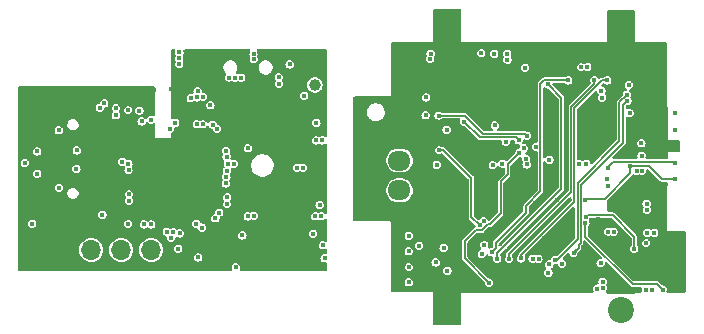
<source format=gbr>
%TF.GenerationSoftware,KiCad,Pcbnew,8.0.5*%
%TF.CreationDate,2025-02-13T02:53:00+01:00*%
%TF.ProjectId,cansatperso,63616e73-6174-4706-9572-736f2e6b6963,rev?*%
%TF.SameCoordinates,Original*%
%TF.FileFunction,Copper,L2,Inr*%
%TF.FilePolarity,Positive*%
%FSLAX46Y46*%
G04 Gerber Fmt 4.6, Leading zero omitted, Abs format (unit mm)*
G04 Created by KiCad (PCBNEW 8.0.5) date 2025-02-13 02:53:00*
%MOMM*%
%LPD*%
G01*
G04 APERTURE LIST*
G04 Aperture macros list*
%AMRoundRect*
0 Rectangle with rounded corners*
0 $1 Rounding radius*
0 $2 $3 $4 $5 $6 $7 $8 $9 X,Y pos of 4 corners*
0 Add a 4 corners polygon primitive as box body*
4,1,4,$2,$3,$4,$5,$6,$7,$8,$9,$2,$3,0*
0 Add four circle primitives for the rounded corners*
1,1,$1+$1,$2,$3*
1,1,$1+$1,$4,$5*
1,1,$1+$1,$6,$7*
1,1,$1+$1,$8,$9*
0 Add four rect primitives between the rounded corners*
20,1,$1+$1,$2,$3,$4,$5,0*
20,1,$1+$1,$4,$5,$6,$7,0*
20,1,$1+$1,$6,$7,$8,$9,0*
20,1,$1+$1,$8,$9,$2,$3,0*%
G04 Aperture macros list end*
%TA.AperFunction,ComponentPad*%
%ADD10C,1.000000*%
%TD*%
%TA.AperFunction,ComponentPad*%
%ADD11C,2.200000*%
%TD*%
%TA.AperFunction,ComponentPad*%
%ADD12RoundRect,0.250000X-0.725000X0.600000X-0.725000X-0.600000X0.725000X-0.600000X0.725000X0.600000X0*%
%TD*%
%TA.AperFunction,ComponentPad*%
%ADD13O,1.950000X1.700000*%
%TD*%
%TA.AperFunction,ComponentPad*%
%ADD14R,1.700000X1.700000*%
%TD*%
%TA.AperFunction,ComponentPad*%
%ADD15O,1.700000X1.700000*%
%TD*%
%TA.AperFunction,ComponentPad*%
%ADD16O,1.800000X1.000000*%
%TD*%
%TA.AperFunction,ComponentPad*%
%ADD17O,2.100000X1.000000*%
%TD*%
%TA.AperFunction,ViaPad*%
%ADD18C,0.400000*%
%TD*%
%TA.AperFunction,Conductor*%
%ADD19C,0.150000*%
%TD*%
G04 APERTURE END LIST*
D10*
%TO.N,GND*%
%TO.C,TP1*%
X165290000Y-74530000D03*
%TD*%
D11*
%TO.N,GND*%
%TO.C,H1*%
X176440000Y-95500000D03*
%TD*%
D12*
%TO.N,GND*%
%TO.C,J1*%
X172420000Y-80450000D03*
D13*
%TO.N,unconnected-(J1-Pin_2-Pad2)*%
X172420000Y-82950000D03*
%TO.N,VIN*%
X172420000Y-85450000D03*
%TD*%
D10*
%TO.N,BAT+*%
%TO.C,TP2*%
X165250000Y-76550000D03*
%TD*%
D11*
%TO.N,GND*%
%TO.C,H2*%
X191170000Y-95590000D03*
%TD*%
%TO.N,GND*%
%TO.C,H4*%
X191140000Y-71470000D03*
%TD*%
%TO.N,GND*%
%TO.C,H3*%
X176450000Y-71450000D03*
%TD*%
D14*
%TO.N,GND*%
%TO.C,J3*%
X143770000Y-90515000D03*
D15*
%TO.N,+3.3V*%
X146310000Y-90515000D03*
%TO.N,OLED_SCL*%
X148850000Y-90515000D03*
%TO.N,OLED_SDA*%
X151390000Y-90515000D03*
%TD*%
D16*
%TO.N,GND*%
%TO.C,J4*%
X141095000Y-87130000D03*
D17*
X145275000Y-87130000D03*
D16*
X141095000Y-78490000D03*
D17*
X145275000Y-78490000D03*
%TD*%
D18*
%TO.N,GND*%
X190070000Y-77100000D03*
X175430000Y-80550000D03*
X185140000Y-77380000D03*
X188140000Y-93790000D03*
X142010000Y-81170000D03*
X160740000Y-86350000D03*
X162230000Y-80510000D03*
X184730000Y-85210000D03*
X153660000Y-84100000D03*
X172020000Y-93430000D03*
X171990000Y-92250000D03*
X172040000Y-89180000D03*
X141180000Y-80280000D03*
X144630000Y-84990000D03*
X170070000Y-80860000D03*
X194780000Y-75070000D03*
X162990000Y-88570000D03*
X192860000Y-73320000D03*
X161120000Y-87030000D03*
X156190000Y-82980000D03*
X156200000Y-84070000D03*
X192250000Y-88020000D03*
X154975000Y-81590000D03*
X141930000Y-86100000D03*
X145040000Y-76960000D03*
X196400000Y-93870000D03*
X152820000Y-91930000D03*
X182160000Y-85940000D03*
X178270000Y-92510000D03*
X164630000Y-90100000D03*
X195420000Y-89400000D03*
X162040000Y-87440000D03*
X154630000Y-85660000D03*
X176720000Y-74800000D03*
X163220000Y-81520000D03*
X188060000Y-80840000D03*
X164560000Y-73880000D03*
X158450000Y-79700000D03*
X147830166Y-85660166D03*
X195910000Y-81690000D03*
X173830000Y-76800000D03*
X186860000Y-77390000D03*
X145550000Y-76960000D03*
X147740000Y-82470000D03*
X169990000Y-82430000D03*
X150010000Y-80820000D03*
X146570000Y-76960000D03*
X161590000Y-91240000D03*
X192520000Y-77840000D03*
X148100000Y-76960000D03*
X148380000Y-88610000D03*
X195310000Y-81420000D03*
X163080000Y-91890000D03*
X147590000Y-76960000D03*
X143000000Y-76960000D03*
X160280000Y-80080000D03*
X181190000Y-88140000D03*
X148610000Y-76960000D03*
X157910000Y-89880000D03*
X161060000Y-75970000D03*
X141350000Y-89120000D03*
X153270000Y-74310000D03*
X185500000Y-89530000D03*
X157930000Y-89220000D03*
X195290000Y-81980000D03*
X195500000Y-91260000D03*
X170000000Y-85670000D03*
X185310000Y-75010000D03*
X178270000Y-93060000D03*
X161570000Y-91930000D03*
X163310000Y-79290000D03*
X165990000Y-73820000D03*
X191840000Y-80450000D03*
X152650000Y-89990000D03*
X141980000Y-76960000D03*
X156200000Y-83510000D03*
X162320000Y-91920000D03*
X186600000Y-74990000D03*
X186610000Y-77940000D03*
X193090000Y-80070000D03*
X179510000Y-87540000D03*
X186810000Y-92670000D03*
X182750000Y-85180000D03*
X196230000Y-90710000D03*
X142420000Y-90710000D03*
X163260000Y-82530000D03*
X196240000Y-91320000D03*
X146060000Y-76960000D03*
X151160000Y-76960000D03*
X174150000Y-89130000D03*
X144660000Y-80610000D03*
X196250000Y-89330000D03*
X186380000Y-89540000D03*
X156920000Y-80860000D03*
X155730000Y-75730000D03*
X183870000Y-86560000D03*
X185770000Y-86240000D03*
X177950000Y-80400000D03*
X144020000Y-76960000D03*
X192510000Y-77075000D03*
X194690000Y-73340000D03*
X174290000Y-93820000D03*
X182730000Y-75760000D03*
X148950000Y-81920000D03*
X149120000Y-76960000D03*
X179230000Y-84430000D03*
X151670000Y-76960000D03*
X159040000Y-81100000D03*
X153270000Y-75270000D03*
X158490000Y-90670000D03*
X153270000Y-76370000D03*
X191820000Y-87500000D03*
X149630000Y-76960000D03*
X162810000Y-86290000D03*
X158980000Y-84200000D03*
X190030000Y-78010000D03*
X142530000Y-79050000D03*
X151920000Y-91940000D03*
X176870000Y-73300000D03*
X143510000Y-76960000D03*
X162590000Y-84570000D03*
X189230000Y-87920000D03*
X150160000Y-88200000D03*
X146690000Y-86900000D03*
X174340000Y-78550000D03*
X174710000Y-93030000D03*
X183840000Y-85180000D03*
X140920000Y-85150000D03*
X147660000Y-91890000D03*
X153270000Y-75860000D03*
X187970000Y-90257500D03*
X140590000Y-79650000D03*
X162120000Y-82560000D03*
X158950000Y-79220000D03*
X141910000Y-85200000D03*
X143700000Y-91990000D03*
X187680000Y-73220000D03*
X184670000Y-89530000D03*
X190520000Y-80280000D03*
X158130000Y-77820000D03*
X169990000Y-87150000D03*
X162040000Y-85260000D03*
X184020004Y-93800000D03*
X153270000Y-73840000D03*
X148900000Y-80740000D03*
X159880000Y-82560000D03*
X196260000Y-90010000D03*
X161190000Y-81660000D03*
X154910000Y-86580000D03*
X182700000Y-93770000D03*
X143760000Y-88920000D03*
X147610000Y-83730000D03*
X163940000Y-74790000D03*
X164040000Y-75630000D03*
X154980000Y-89970000D03*
X189380000Y-73200000D03*
X174340000Y-80170000D03*
X185010000Y-93780000D03*
X182750000Y-86610000D03*
X166020000Y-75460000D03*
X181370000Y-87230000D03*
X140700000Y-81170000D03*
X189740000Y-75000000D03*
X177790000Y-84460000D03*
X142410000Y-88090000D03*
X140960000Y-76960000D03*
X181450000Y-79430000D03*
X158970000Y-77290000D03*
X162140000Y-81560000D03*
X151720000Y-82800000D03*
X147080000Y-76960000D03*
X143210000Y-81200000D03*
X143550000Y-87740000D03*
X145080000Y-91980000D03*
X141470000Y-76960000D03*
X182260000Y-78635000D03*
X156530000Y-75980000D03*
X145280000Y-89320000D03*
X142490000Y-76960000D03*
X185670000Y-85170000D03*
X185740000Y-77990000D03*
X181825000Y-86735000D03*
X143250000Y-77940000D03*
X159460000Y-86320000D03*
X169990000Y-84030000D03*
X153270000Y-74800000D03*
X181000000Y-93770000D03*
X142410000Y-80220000D03*
X150650000Y-76960000D03*
X159000000Y-77810000D03*
X147610000Y-89440000D03*
X175340000Y-93810000D03*
X140450000Y-76960000D03*
X161240000Y-80060000D03*
X161180000Y-84630000D03*
X162010000Y-78220000D03*
X150140000Y-76960000D03*
X151100000Y-81520000D03*
X159500000Y-83150000D03*
X144030000Y-81490000D03*
X162260000Y-79290000D03*
X144530000Y-76960000D03*
X153070000Y-76920000D03*
X184300000Y-73230000D03*
X151150000Y-82410000D03*
X186010000Y-73210000D03*
X187650000Y-78890000D03*
X172180000Y-73260000D03*
X140900000Y-86120000D03*
X178890000Y-93060000D03*
X192600000Y-87500000D03*
X163210000Y-80470000D03*
%TO.N,+3.3V*%
X174080000Y-90160000D03*
X192500000Y-83785000D03*
X174630000Y-79100000D03*
X165280000Y-87660000D03*
X155250000Y-77590000D03*
X190080000Y-88950000D03*
X155325000Y-77080000D03*
X155760000Y-77540000D03*
X180500000Y-79960000D03*
X157150000Y-87340000D03*
X152720000Y-88960000D03*
X157890000Y-83220000D03*
X152982503Y-80229917D03*
X193340000Y-86580000D03*
X148400000Y-79110000D03*
X189950000Y-84530000D03*
X187800000Y-75020000D03*
X149520000Y-85790000D03*
X156830000Y-87830000D03*
X190540000Y-88950000D03*
X148410000Y-78490000D03*
X190070000Y-85070000D03*
X154745000Y-77655000D03*
X192930000Y-83785000D03*
X165800000Y-87660000D03*
X195710000Y-80320000D03*
X186180000Y-91660000D03*
X159125835Y-89272933D03*
X188320000Y-75010000D03*
X185110000Y-91730000D03*
X150581344Y-79625174D03*
X176410000Y-80320000D03*
X181118130Y-83193167D03*
X158380000Y-83210000D03*
X149520000Y-86340000D03*
X191836225Y-76543443D03*
X181420000Y-81330000D03*
X183050000Y-75090000D03*
X193360000Y-87119998D03*
X166073755Y-91215931D03*
X192914500Y-82522000D03*
X174670000Y-77590000D03*
X165660000Y-86700000D03*
X185020000Y-92422500D03*
X180320000Y-83320000D03*
%TO.N,NRST*%
X173200000Y-93250000D03*
X179380000Y-90850660D03*
%TO.N,SDDETECT*%
X192897500Y-81470000D03*
X184190000Y-91260000D03*
%TO.N,VIN*%
X182930000Y-81890000D03*
X175581212Y-83307499D03*
%TO.N,+5V*%
X189450000Y-91620000D03*
X193990000Y-89040000D03*
X193800000Y-93860000D03*
X193270000Y-93860000D03*
X181560000Y-74390000D03*
X193290000Y-89920000D03*
X180440000Y-73890000D03*
X179340000Y-73840000D03*
X193410000Y-89040000D03*
X181541494Y-73890340D03*
X175050000Y-73880000D03*
X175020000Y-74320000D03*
X195710000Y-78920000D03*
%TO.N,ADC1_IN3_VBAT*%
X175780000Y-82050000D03*
X179200000Y-88440000D03*
%TO.N,I2C3_SDA_ACCEL*%
X185110000Y-82870000D03*
X195710000Y-83120000D03*
X190085990Y-83570661D03*
%TO.N,I2C3_SCL_ACCEL*%
X188130000Y-86280000D03*
X191937000Y-83410000D03*
X195710000Y-84520000D03*
%TO.N,3.3VEN*%
X189655249Y-93721215D03*
X189160000Y-93790000D03*
X191900000Y-78910000D03*
X189610000Y-93200000D03*
%TO.N,SPI1_CS_SD*%
X182700000Y-91230000D03*
X190010000Y-76155000D03*
%TO.N,SPI1_MISO_SD*%
X180690000Y-91260000D03*
X185009998Y-76500000D03*
%TO.N,SPI1_SCK_SD*%
X180225170Y-90704168D03*
X186710000Y-76155000D03*
%TO.N,SPI1_MOSI_SD*%
X188910000Y-76155000D03*
X181690000Y-91280000D03*
%TO.N,USART1_RX_GPS*%
X189520000Y-77030000D03*
X183132230Y-82772331D03*
%TO.N,USART1_TX_GPS*%
X183185000Y-83269541D03*
X189580000Y-77630000D03*
%TO.N,LPUART1_RX_RADIO*%
X185620000Y-91330000D03*
X191670000Y-77370000D03*
%TO.N,LPUART1_TX_RADIO*%
X187160000Y-90760000D03*
X191709998Y-77868400D03*
%TO.N,SWO*%
X153804834Y-89104834D03*
X183979670Y-81772588D03*
X173200000Y-89320000D03*
X158560000Y-91980000D03*
%TO.N,SWDIO*%
X153680000Y-90410000D03*
X188230000Y-83220000D03*
X153080000Y-89460000D03*
X173216256Y-91960000D03*
%TO.N,I2C1_SCL*%
X175730000Y-79127500D03*
X183220000Y-80840000D03*
%TO.N,SWCLK{slash}I2C1_SDA*%
X173200000Y-90610000D03*
X187585000Y-83220000D03*
%TO.N,TIM3_CHI_PWM4*%
X192290000Y-90420000D03*
X188170000Y-87710000D03*
%TO.N,PWEN*%
X188160000Y-88240000D03*
X194690000Y-93860000D03*
%TO.N,I2C1_SDA*%
X182510000Y-81220000D03*
X177897500Y-79650000D03*
%TO.N,BAROEXTI*%
X149475917Y-83724486D03*
%TO.N,GPIO_EXTI1*%
X176480000Y-92252500D03*
X183690431Y-91239185D03*
%TO.N,EXTI3{slash}PWMONTIM4*%
X175470000Y-91570000D03*
X179596371Y-90083297D03*
%TO.N,EXTI0*%
X176160000Y-90330000D03*
X179542862Y-88065000D03*
%TO.N,unconnected-(U1-PB8-Pad46)*%
X180000000Y-93270000D03*
X182528901Y-82315000D03*
%TO.N,Net-(BT1-+)*%
X165390000Y-79750000D03*
%TO.N,GNDGPS*%
X164240000Y-83540000D03*
X165350000Y-81240000D03*
X165880000Y-81240000D03*
X163770000Y-83540000D03*
%TO.N,vusb*%
X160080000Y-74330000D03*
X147425000Y-78085000D03*
X147040000Y-78470000D03*
X140690000Y-83150000D03*
X160060000Y-73910000D03*
%TO.N,B2*%
X157820000Y-86620000D03*
%TO.N,B1*%
X157830000Y-86050000D03*
%TO.N,Net-(U1-NRST)*%
X157800001Y-83812785D03*
X159590000Y-81900000D03*
%TO.N,SPI_MOSi*%
X155210000Y-88300000D03*
X165940000Y-90110000D03*
%TO.N,SPI_SCK*%
X157728198Y-82118683D03*
X165100000Y-89150000D03*
%TO.N,SPI_MISO*%
X155770000Y-79860000D03*
X159580000Y-87670000D03*
%TO.N,SPI_CS*%
X155705000Y-88615000D03*
X160074977Y-87599289D03*
%TO.N,COMPASSDA*%
X157760000Y-84327327D03*
X149440000Y-78670000D03*
%TO.N,COMPASSCL*%
X157713996Y-84873334D03*
X150399749Y-78715042D03*
%TO.N,USART_RX*%
X149440000Y-88310000D03*
X151380000Y-79480760D03*
%TO.N,USART_TX*%
X153436013Y-79731151D03*
%TO.N,OLED_SCL*%
X155254834Y-79844834D03*
%TO.N,Net-(J4-CC2)*%
X143580000Y-80380000D03*
%TO.N,Net-(J4-D--PadA7)*%
X145070000Y-83650000D03*
%TO.N,Net-(J4-D+-PadA6)*%
X145100000Y-82080000D03*
%TO.N,Net-(J4-CC1)*%
X143590000Y-85240000D03*
%TO.N,Net-(PA1010D1-RX)*%
X156410000Y-78250000D03*
%TO.N,Net-(PA1010D1-TX)*%
X156614694Y-79898205D03*
%TO.N,ALIMGPS*%
X157774584Y-82616529D03*
X164350000Y-77450000D03*
%TO.N,Net-(U1-PA4)*%
X156970000Y-80250000D03*
X163120000Y-74797502D03*
%TO.N,BAT+*%
X162200000Y-75870000D03*
X162210000Y-76420000D03*
%TO.N,SWCLK*%
X155370000Y-91140000D03*
X153257998Y-88992754D03*
%TO.N,D+*%
X141745000Y-82170000D03*
X151393046Y-88353046D03*
%TO.N,D-*%
X150780000Y-88350000D03*
X141745000Y-84070000D03*
%TO.N,Net-(U1-PB0)*%
X141320000Y-88300000D03*
X148941416Y-83031084D03*
%TO.N,Net-(U1-PB1)*%
X147270000Y-87530000D03*
X149475336Y-83224484D03*
%TO.N,Net-(IC3-EN)*%
X158000000Y-75910000D03*
X158457500Y-75912500D03*
X153769587Y-74289609D03*
X153790000Y-73790000D03*
X153770000Y-74770000D03*
X159012500Y-75912500D03*
%TD*%
D19*
%TO.N,ADC1_IN3_VBAT*%
X178500000Y-84410000D02*
X176140000Y-82050000D01*
X178500000Y-87740000D02*
X178500000Y-84410000D01*
X179200000Y-88440000D02*
X178500000Y-87740000D01*
X176140000Y-82050000D02*
X175780000Y-82050000D01*
%TO.N,I2C3_SDA_ACCEL*%
X190085990Y-83570661D02*
X190085990Y-83473679D01*
X195625000Y-83035000D02*
X195710000Y-83120000D01*
X190524669Y-83035000D02*
X195625000Y-83035000D01*
X190085990Y-83473679D02*
X190524669Y-83035000D01*
%TO.N,I2C3_SCL_ACCEL*%
X191937000Y-83410000D02*
X193550000Y-83410000D01*
X189780331Y-86190000D02*
X191937000Y-84033331D01*
X191937000Y-84033331D02*
X191937000Y-83410000D01*
X188130000Y-86280000D02*
X188220000Y-86190000D01*
X188220000Y-86190000D02*
X189780331Y-86190000D01*
X193550000Y-83410000D02*
X194660000Y-84520000D01*
X194660000Y-84520000D02*
X195710000Y-84520000D01*
%TO.N,SPI1_CS_SD*%
X182700000Y-91230000D02*
X182700000Y-90960000D01*
X187210000Y-86450000D02*
X187210000Y-78493554D01*
X187210000Y-78493554D02*
X189548554Y-76155000D01*
X189548554Y-76155000D02*
X190010000Y-76155000D01*
X182700000Y-90960000D02*
X187210000Y-86450000D01*
%TO.N,SPI1_MISO_SD*%
X185009998Y-76500000D02*
X186115000Y-77605002D01*
X181300000Y-90200000D02*
X180690000Y-90810000D01*
X181300000Y-90159669D02*
X181300000Y-90200000D01*
X180690000Y-90810000D02*
X180690000Y-91260000D01*
X186115000Y-85344669D02*
X181300000Y-90159669D01*
X186115000Y-77605002D02*
X186115000Y-85344669D01*
%TO.N,SPI1_SCK_SD*%
X183125000Y-86765000D02*
X183125000Y-87345000D01*
X180565000Y-90364338D02*
X180225170Y-90704168D01*
X186675000Y-76120000D02*
X184659669Y-76120000D01*
X184659669Y-76120000D02*
X184354669Y-76425000D01*
X180565000Y-89905000D02*
X180565000Y-90364338D01*
X184354669Y-76425000D02*
X184354669Y-85535331D01*
X184354669Y-85535331D02*
X183125000Y-86765000D01*
X186710000Y-76155000D02*
X186675000Y-76120000D01*
X183125000Y-87345000D02*
X180565000Y-89905000D01*
%TO.N,SPI1_MOSI_SD*%
X186960000Y-85570000D02*
X186960000Y-78390000D01*
X181690000Y-91280000D02*
X181690000Y-90850331D01*
X181690000Y-90850331D02*
X186840000Y-85700331D01*
X186840000Y-85690000D02*
X186960000Y-85570000D01*
X188910000Y-76440000D02*
X188910000Y-76155000D01*
X186840000Y-85700331D02*
X186840000Y-85690000D01*
X186960000Y-78390000D02*
X188910000Y-76440000D01*
%TO.N,LPUART1_RX_RADIO*%
X187500000Y-89590000D02*
X185760000Y-91330000D01*
X187500000Y-84810000D02*
X187500000Y-89590000D01*
X191670000Y-77370000D02*
X191030000Y-78010000D01*
X191030000Y-78010000D02*
X191030000Y-81280000D01*
X191030000Y-81280000D02*
X187500000Y-84810000D01*
X185760000Y-91330000D02*
X185620000Y-91330000D01*
%TO.N,LPUART1_TX_RADIO*%
X187750000Y-85010000D02*
X187750000Y-89947169D01*
X191340000Y-81420000D02*
X187750000Y-85010000D01*
X191709998Y-77868400D02*
X191340000Y-78238398D01*
X187595000Y-90102169D02*
X187595000Y-90325000D01*
X187750000Y-89947169D02*
X187595000Y-90102169D01*
X187595000Y-90325000D02*
X187160000Y-90760000D01*
X191340000Y-78238398D02*
X191340000Y-81420000D01*
%TO.N,I2C1_SCL*%
X177957500Y-79127500D02*
X175730000Y-79127500D01*
X183220000Y-80840000D02*
X183060000Y-80680000D01*
X183060000Y-80680000D02*
X179510000Y-80680000D01*
X179510000Y-80680000D02*
X177957500Y-79127500D01*
%TO.N,TIM3_CHI_PWM4*%
X188385000Y-87545000D02*
X188220000Y-87710000D01*
X190455000Y-87545000D02*
X188385000Y-87545000D01*
X188220000Y-87710000D02*
X188170000Y-87710000D01*
X192290000Y-90420000D02*
X192290000Y-89380000D01*
X192290000Y-89380000D02*
X190455000Y-87545000D01*
%TO.N,PWEN*%
X194230000Y-93400000D02*
X194690000Y-93860000D01*
X188160000Y-89380000D02*
X192175000Y-93395000D01*
X192175000Y-93395000D02*
X193835331Y-93395000D01*
X193840331Y-93400000D02*
X194230000Y-93400000D01*
X188160000Y-88240000D02*
X188160000Y-89380000D01*
X193835331Y-93395000D02*
X193840331Y-93400000D01*
%TO.N,I2C1_SDA*%
X182510000Y-81220000D02*
X182245000Y-80955000D01*
X179202500Y-80955000D02*
X177897500Y-79650000D01*
X182245000Y-80955000D02*
X179202500Y-80955000D01*
%TO.N,unconnected-(U1-PB8-Pad46)*%
X181580000Y-84110000D02*
X180995000Y-84695000D01*
X179895000Y-88345000D02*
X179395000Y-88845000D01*
X181580000Y-83263901D02*
X181580000Y-84110000D01*
X179395000Y-88845000D02*
X178875000Y-88845000D01*
X180995000Y-87418554D02*
X180068554Y-88345000D01*
X178875000Y-88845000D02*
X177950000Y-89770000D01*
X180068554Y-88345000D02*
X179895000Y-88345000D01*
X180995000Y-84695000D02*
X180995000Y-87418554D01*
X177950000Y-89770000D02*
X177950000Y-91220000D01*
X177950000Y-91220000D02*
X180000000Y-93270000D01*
X182528901Y-82315000D02*
X181580000Y-83263901D01*
%TD*%
%TA.AperFunction,Conductor*%
%TO.N,GND*%
G36*
X153404052Y-73530185D02*
G01*
X153449807Y-73582989D01*
X153459751Y-73652147D01*
X153454943Y-73672823D01*
X153452498Y-73680346D01*
X153435131Y-73789997D01*
X153435131Y-73790002D01*
X153452498Y-73899658D01*
X153485016Y-73963478D01*
X153497912Y-74032147D01*
X153485017Y-74076065D01*
X153432085Y-74179951D01*
X153414718Y-74289606D01*
X153414718Y-74289611D01*
X153432085Y-74399267D01*
X153470120Y-74473915D01*
X153483016Y-74542584D01*
X153470121Y-74586502D01*
X153432498Y-74660342D01*
X153415131Y-74769997D01*
X153415131Y-74770002D01*
X153432498Y-74879658D01*
X153482904Y-74978585D01*
X153482909Y-74978592D01*
X153561407Y-75057090D01*
X153561410Y-75057092D01*
X153561413Y-75057095D01*
X153660339Y-75107500D01*
X153660341Y-75107501D01*
X153769998Y-75124869D01*
X153770000Y-75124869D01*
X153770002Y-75124869D01*
X153879658Y-75107501D01*
X153879659Y-75107500D01*
X153879661Y-75107500D01*
X153978587Y-75057095D01*
X154052239Y-74983443D01*
X157494500Y-74983443D01*
X157494500Y-75141556D01*
X157535423Y-75294283D01*
X157535426Y-75294290D01*
X157614475Y-75431209D01*
X157614481Y-75431217D01*
X157711109Y-75527845D01*
X157744594Y-75589168D01*
X157739610Y-75658860D01*
X157717756Y-75692868D01*
X157718644Y-75693514D01*
X157712904Y-75701414D01*
X157662498Y-75800341D01*
X157645131Y-75909997D01*
X157645131Y-75910002D01*
X157662498Y-76019658D01*
X157712904Y-76118585D01*
X157712909Y-76118592D01*
X157791407Y-76197090D01*
X157791410Y-76197092D01*
X157791413Y-76197095D01*
X157886365Y-76245475D01*
X157890341Y-76247501D01*
X157999998Y-76264869D01*
X158000000Y-76264869D01*
X158000002Y-76264869D01*
X158109656Y-76247501D01*
X158109656Y-76247500D01*
X158109661Y-76247500D01*
X158170005Y-76216753D01*
X158238670Y-76203858D01*
X158282589Y-76216753D01*
X158342934Y-76247501D01*
X158347841Y-76250001D01*
X158457498Y-76267369D01*
X158457500Y-76267369D01*
X158457502Y-76267369D01*
X158567158Y-76250001D01*
X158567159Y-76250000D01*
X158567161Y-76250000D01*
X158666087Y-76199595D01*
X158666087Y-76199594D01*
X158674783Y-76195164D01*
X158675989Y-76197531D01*
X158727905Y-76179001D01*
X158795961Y-76194818D01*
X158801408Y-76198318D01*
X158803911Y-76199593D01*
X158803913Y-76199595D01*
X158902839Y-76250000D01*
X158902841Y-76250001D01*
X159012498Y-76267369D01*
X159012500Y-76267369D01*
X159012502Y-76267369D01*
X159122158Y-76250001D01*
X159122159Y-76250000D01*
X159122161Y-76250000D01*
X159221087Y-76199595D01*
X159299595Y-76121087D01*
X159350000Y-76022161D01*
X159350000Y-76022159D01*
X159350001Y-76022158D01*
X159367369Y-75912502D01*
X159367369Y-75912497D01*
X159360638Y-75869997D01*
X161845131Y-75869997D01*
X161845131Y-75870002D01*
X161862498Y-75979658D01*
X161912903Y-76078584D01*
X161913899Y-76079954D01*
X161914593Y-76081900D01*
X161917336Y-76087283D01*
X161916640Y-76087637D01*
X161937379Y-76145761D01*
X161924066Y-76209134D01*
X161872498Y-76310341D01*
X161855131Y-76419997D01*
X161855131Y-76420002D01*
X161872498Y-76529658D01*
X161922904Y-76628585D01*
X161922909Y-76628592D01*
X162001407Y-76707090D01*
X162001410Y-76707092D01*
X162001413Y-76707095D01*
X162070896Y-76742498D01*
X162100341Y-76757501D01*
X162209998Y-76774869D01*
X162210000Y-76774869D01*
X162210002Y-76774869D01*
X162319658Y-76757501D01*
X162319659Y-76757500D01*
X162319661Y-76757500D01*
X162418587Y-76707095D01*
X162497095Y-76628587D01*
X162537137Y-76549999D01*
X164594722Y-76549999D01*
X164594722Y-76550000D01*
X164613762Y-76706818D01*
X164632984Y-76757501D01*
X164669780Y-76854523D01*
X164759517Y-76984530D01*
X164877760Y-77089283D01*
X164877762Y-77089284D01*
X165017634Y-77162696D01*
X165171014Y-77200500D01*
X165171015Y-77200500D01*
X165328985Y-77200500D01*
X165482365Y-77162696D01*
X165578004Y-77112500D01*
X165622240Y-77089283D01*
X165740483Y-76984530D01*
X165830220Y-76854523D01*
X165886237Y-76706818D01*
X165905278Y-76550000D01*
X165902809Y-76529661D01*
X165886237Y-76393181D01*
X165864992Y-76337164D01*
X165830220Y-76245477D01*
X165740483Y-76115470D01*
X165622240Y-76010717D01*
X165622238Y-76010716D01*
X165622237Y-76010715D01*
X165482365Y-75937303D01*
X165328986Y-75899500D01*
X165328985Y-75899500D01*
X165171015Y-75899500D01*
X165171014Y-75899500D01*
X165017634Y-75937303D01*
X164877762Y-76010715D01*
X164759516Y-76115471D01*
X164669781Y-76245475D01*
X164669780Y-76245476D01*
X164613762Y-76393181D01*
X164594722Y-76549999D01*
X162537137Y-76549999D01*
X162547500Y-76529661D01*
X162547500Y-76529659D01*
X162547501Y-76529658D01*
X162564869Y-76420002D01*
X162564869Y-76419997D01*
X162547501Y-76310341D01*
X162516756Y-76250000D01*
X162497095Y-76211413D01*
X162497089Y-76211407D01*
X162496101Y-76210047D01*
X162495405Y-76208096D01*
X162492664Y-76202717D01*
X162493359Y-76202362D01*
X162472620Y-76144241D01*
X162485933Y-76080864D01*
X162487091Y-76078590D01*
X162487095Y-76078587D01*
X162537500Y-75979661D01*
X162548533Y-75910002D01*
X162554869Y-75870002D01*
X162554869Y-75869997D01*
X162537501Y-75760341D01*
X162508750Y-75703914D01*
X162487095Y-75661413D01*
X162487092Y-75661410D01*
X162487090Y-75661407D01*
X162408592Y-75582909D01*
X162408588Y-75582906D01*
X162408587Y-75582905D01*
X162404743Y-75580946D01*
X162309658Y-75532498D01*
X162200002Y-75515131D01*
X162199998Y-75515131D01*
X162090341Y-75532498D01*
X161991414Y-75582904D01*
X161991407Y-75582909D01*
X161912909Y-75661407D01*
X161912904Y-75661414D01*
X161862498Y-75760341D01*
X161845131Y-75869997D01*
X159360638Y-75869997D01*
X159350001Y-75802841D01*
X159328345Y-75760339D01*
X159299595Y-75703913D01*
X159299592Y-75703910D01*
X159299590Y-75703907D01*
X159221092Y-75625409D01*
X159221088Y-75625406D01*
X159221087Y-75625405D01*
X159214548Y-75622073D01*
X159122158Y-75574998D01*
X159012502Y-75557631D01*
X159012498Y-75557631D01*
X158902841Y-75574998D01*
X158813013Y-75620768D01*
X158810453Y-75622073D01*
X158795217Y-75629836D01*
X158794011Y-75627470D01*
X158742074Y-75645999D01*
X158674021Y-75630171D01*
X158668586Y-75626678D01*
X158625901Y-75604929D01*
X158575106Y-75556955D01*
X158558311Y-75489134D01*
X158574810Y-75432445D01*
X158575524Y-75431209D01*
X158654577Y-75294284D01*
X158695500Y-75141557D01*
X158695500Y-74983443D01*
X160494500Y-74983443D01*
X160494500Y-75141556D01*
X160535423Y-75294283D01*
X160535426Y-75294290D01*
X160614475Y-75431209D01*
X160614479Y-75431214D01*
X160614480Y-75431216D01*
X160726284Y-75543020D01*
X160726286Y-75543021D01*
X160726290Y-75543024D01*
X160863209Y-75622073D01*
X160863216Y-75622077D01*
X161015943Y-75663000D01*
X161015945Y-75663000D01*
X161174055Y-75663000D01*
X161174057Y-75663000D01*
X161326784Y-75622077D01*
X161463716Y-75543020D01*
X161575520Y-75431216D01*
X161654577Y-75294284D01*
X161695500Y-75141557D01*
X161695500Y-74983443D01*
X161654577Y-74830716D01*
X161635399Y-74797499D01*
X162765131Y-74797499D01*
X162765131Y-74797504D01*
X162782498Y-74907160D01*
X162832904Y-75006087D01*
X162832909Y-75006094D01*
X162911407Y-75084592D01*
X162911410Y-75084594D01*
X162911413Y-75084597D01*
X162956365Y-75107501D01*
X163010341Y-75135003D01*
X163119998Y-75152371D01*
X163120000Y-75152371D01*
X163120002Y-75152371D01*
X163229658Y-75135003D01*
X163229659Y-75135002D01*
X163229661Y-75135002D01*
X163328587Y-75084597D01*
X163407095Y-75006089D01*
X163457500Y-74907163D01*
X163457500Y-74907161D01*
X163457501Y-74907160D01*
X163474869Y-74797504D01*
X163474869Y-74797499D01*
X163457501Y-74687843D01*
X163447136Y-74667500D01*
X163407095Y-74588915D01*
X163407092Y-74588912D01*
X163407090Y-74588909D01*
X163328592Y-74510411D01*
X163328588Y-74510408D01*
X163328587Y-74510407D01*
X163313899Y-74502923D01*
X163229658Y-74460000D01*
X163120002Y-74442633D01*
X163119998Y-74442633D01*
X163010341Y-74460000D01*
X162911414Y-74510406D01*
X162911407Y-74510411D01*
X162832909Y-74588909D01*
X162832904Y-74588916D01*
X162782498Y-74687843D01*
X162765131Y-74797499D01*
X161635399Y-74797499D01*
X161619521Y-74769997D01*
X161575524Y-74693790D01*
X161575518Y-74693782D01*
X161463717Y-74581981D01*
X161463709Y-74581975D01*
X161326790Y-74502926D01*
X161326786Y-74502924D01*
X161326784Y-74502923D01*
X161174057Y-74462000D01*
X161015943Y-74462000D01*
X160863216Y-74502923D01*
X160863209Y-74502926D01*
X160726290Y-74581975D01*
X160726282Y-74581981D01*
X160614481Y-74693782D01*
X160614475Y-74693790D01*
X160535426Y-74830709D01*
X160535423Y-74830716D01*
X160494500Y-74983443D01*
X158695500Y-74983443D01*
X158654577Y-74830716D01*
X158619521Y-74769997D01*
X158575524Y-74693790D01*
X158575518Y-74693782D01*
X158463717Y-74581981D01*
X158463709Y-74581975D01*
X158326790Y-74502926D01*
X158326786Y-74502924D01*
X158326784Y-74502923D01*
X158174057Y-74462000D01*
X158015943Y-74462000D01*
X157863216Y-74502923D01*
X157863209Y-74502926D01*
X157726290Y-74581975D01*
X157726282Y-74581981D01*
X157614481Y-74693782D01*
X157614475Y-74693790D01*
X157535426Y-74830709D01*
X157535423Y-74830716D01*
X157494500Y-74983443D01*
X154052239Y-74983443D01*
X154057095Y-74978587D01*
X154107500Y-74879661D01*
X154107500Y-74879659D01*
X154107501Y-74879658D01*
X154124869Y-74770002D01*
X154124869Y-74769997D01*
X154107501Y-74660341D01*
X154069466Y-74585693D01*
X154056570Y-74517024D01*
X154069464Y-74473108D01*
X154107087Y-74399270D01*
X154107088Y-74399265D01*
X154124456Y-74289611D01*
X154124456Y-74289606D01*
X154107088Y-74179952D01*
X154107087Y-74179950D01*
X154107087Y-74179948D01*
X154074569Y-74116128D01*
X154061674Y-74047461D01*
X154074570Y-74003541D01*
X154077093Y-73998588D01*
X154077095Y-73998587D01*
X154127500Y-73899661D01*
X154143231Y-73800341D01*
X154144869Y-73790002D01*
X154144869Y-73789997D01*
X154130734Y-73700762D01*
X154127500Y-73680339D01*
X154127496Y-73680332D01*
X154125057Y-73672823D01*
X154123060Y-73602981D01*
X154159138Y-73543147D01*
X154221838Y-73512317D01*
X154242987Y-73510500D01*
X159668248Y-73510500D01*
X159735287Y-73530185D01*
X159781042Y-73582989D01*
X159790986Y-73652147D01*
X159775003Y-73691528D01*
X159777336Y-73692717D01*
X159722498Y-73800341D01*
X159705131Y-73909997D01*
X159705131Y-73910002D01*
X159722498Y-74019658D01*
X159754942Y-74083332D01*
X159767838Y-74152001D01*
X159754942Y-74195920D01*
X159742498Y-74220341D01*
X159725131Y-74329997D01*
X159725131Y-74330002D01*
X159742498Y-74439658D01*
X159792904Y-74538585D01*
X159792909Y-74538592D01*
X159871407Y-74617090D01*
X159871410Y-74617092D01*
X159871413Y-74617095D01*
X159956285Y-74660339D01*
X159970341Y-74667501D01*
X160079998Y-74684869D01*
X160080000Y-74684869D01*
X160080002Y-74684869D01*
X160189658Y-74667501D01*
X160189659Y-74667500D01*
X160189661Y-74667500D01*
X160288587Y-74617095D01*
X160367095Y-74538587D01*
X160417500Y-74439661D01*
X160417500Y-74439659D01*
X160417501Y-74439658D01*
X160434869Y-74330002D01*
X160434869Y-74329997D01*
X160417501Y-74220343D01*
X160417500Y-74220341D01*
X160417500Y-74220339D01*
X160385056Y-74156664D01*
X160372161Y-74087999D01*
X160385056Y-74044081D01*
X160397500Y-74019661D01*
X160414869Y-73910000D01*
X160414869Y-73909997D01*
X160397501Y-73800341D01*
X160392232Y-73790000D01*
X160347095Y-73701413D01*
X160347094Y-73701412D01*
X160342664Y-73692717D01*
X160345655Y-73691192D01*
X160327954Y-73641573D01*
X160343782Y-73573520D01*
X160393891Y-73524828D01*
X160451752Y-73510500D01*
X166165500Y-73510500D01*
X166232539Y-73530185D01*
X166278294Y-73582989D01*
X166289500Y-73634500D01*
X166289500Y-80855512D01*
X166269815Y-80922551D01*
X166217011Y-80968306D01*
X166147853Y-80978250D01*
X166092623Y-80955836D01*
X166088591Y-80952907D01*
X165989658Y-80902498D01*
X165880002Y-80885131D01*
X165879998Y-80885131D01*
X165770341Y-80902498D01*
X165671294Y-80952965D01*
X165602624Y-80965861D01*
X165558706Y-80952965D01*
X165459658Y-80902498D01*
X165350002Y-80885131D01*
X165349998Y-80885131D01*
X165240341Y-80902498D01*
X165141414Y-80952904D01*
X165141407Y-80952909D01*
X165062909Y-81031407D01*
X165062904Y-81031414D01*
X165012498Y-81130341D01*
X164995131Y-81239997D01*
X164995131Y-81240002D01*
X165012498Y-81349658D01*
X165062904Y-81448585D01*
X165062909Y-81448592D01*
X165141407Y-81527090D01*
X165141410Y-81527092D01*
X165141413Y-81527095D01*
X165210896Y-81562498D01*
X165240341Y-81577501D01*
X165349998Y-81594869D01*
X165350000Y-81594869D01*
X165350002Y-81594869D01*
X165459656Y-81577501D01*
X165459656Y-81577500D01*
X165459661Y-81577500D01*
X165558587Y-81527095D01*
X165558588Y-81527093D01*
X165558705Y-81527034D01*
X165627375Y-81514138D01*
X165671295Y-81527034D01*
X165671411Y-81527093D01*
X165671413Y-81527095D01*
X165770339Y-81577500D01*
X165770341Y-81577500D01*
X165770343Y-81577501D01*
X165879998Y-81594869D01*
X165880000Y-81594869D01*
X165880002Y-81594869D01*
X165989658Y-81577501D01*
X165989659Y-81577500D01*
X165989661Y-81577500D01*
X166088587Y-81527095D01*
X166088587Y-81527094D01*
X166088590Y-81527093D01*
X166092618Y-81524167D01*
X166158425Y-81500689D01*
X166226478Y-81516516D01*
X166275171Y-81566624D01*
X166289500Y-81624487D01*
X166289500Y-87354455D01*
X166269815Y-87421494D01*
X166217011Y-87467249D01*
X166147853Y-87477193D01*
X166084297Y-87448168D01*
X166077819Y-87442136D01*
X166008592Y-87372909D01*
X166008588Y-87372906D01*
X166008587Y-87372905D01*
X166003706Y-87370418D01*
X165909658Y-87322498D01*
X165800002Y-87305131D01*
X165799998Y-87305131D01*
X165690341Y-87322498D01*
X165596294Y-87370418D01*
X165527625Y-87383314D01*
X165483706Y-87370418D01*
X165389658Y-87322498D01*
X165280002Y-87305131D01*
X165279998Y-87305131D01*
X165170341Y-87322498D01*
X165071414Y-87372904D01*
X165071407Y-87372909D01*
X164992909Y-87451407D01*
X164992904Y-87451414D01*
X164942498Y-87550341D01*
X164925131Y-87659997D01*
X164925131Y-87660002D01*
X164942498Y-87769658D01*
X164992904Y-87868585D01*
X164992909Y-87868592D01*
X165071407Y-87947090D01*
X165071410Y-87947092D01*
X165071413Y-87947095D01*
X165165690Y-87995131D01*
X165170341Y-87997501D01*
X165279998Y-88014869D01*
X165280000Y-88014869D01*
X165280002Y-88014869D01*
X165389656Y-87997501D01*
X165389656Y-87997500D01*
X165389661Y-87997500D01*
X165483709Y-87949580D01*
X165552374Y-87936685D01*
X165596288Y-87949578D01*
X165690339Y-87997500D01*
X165690341Y-87997500D01*
X165690343Y-87997501D01*
X165799998Y-88014869D01*
X165800000Y-88014869D01*
X165800002Y-88014869D01*
X165909658Y-87997501D01*
X165909659Y-87997500D01*
X165909661Y-87997500D01*
X166008587Y-87947095D01*
X166041472Y-87914210D01*
X166077819Y-87877864D01*
X166139142Y-87844379D01*
X166208834Y-87849363D01*
X166264767Y-87891235D01*
X166289184Y-87956699D01*
X166289500Y-87965545D01*
X166289500Y-89692354D01*
X166269815Y-89759393D01*
X166217011Y-89805148D01*
X166147853Y-89815092D01*
X166109206Y-89802839D01*
X166049658Y-89772498D01*
X165940002Y-89755131D01*
X165939998Y-89755131D01*
X165830341Y-89772498D01*
X165731414Y-89822904D01*
X165731407Y-89822909D01*
X165652909Y-89901407D01*
X165652904Y-89901414D01*
X165602498Y-90000341D01*
X165585131Y-90109997D01*
X165585131Y-90110002D01*
X165602498Y-90219658D01*
X165652904Y-90318585D01*
X165652909Y-90318592D01*
X165731407Y-90397090D01*
X165731410Y-90397092D01*
X165731413Y-90397095D01*
X165797053Y-90430540D01*
X165830341Y-90447501D01*
X165939998Y-90464869D01*
X165940000Y-90464869D01*
X165940002Y-90464869D01*
X166049656Y-90447501D01*
X166049656Y-90447500D01*
X166049661Y-90447500D01*
X166109208Y-90417159D01*
X166177874Y-90404264D01*
X166242615Y-90430540D01*
X166282872Y-90487647D01*
X166289500Y-90527645D01*
X166289500Y-90750047D01*
X166269815Y-90817086D01*
X166217011Y-90862841D01*
X166147853Y-90872785D01*
X166146103Y-90872520D01*
X166073758Y-90861062D01*
X166073753Y-90861062D01*
X165964096Y-90878429D01*
X165865169Y-90928835D01*
X165865162Y-90928840D01*
X165786664Y-91007338D01*
X165786659Y-91007345D01*
X165736253Y-91106272D01*
X165718886Y-91215928D01*
X165718886Y-91215933D01*
X165736253Y-91325589D01*
X165786659Y-91424516D01*
X165786664Y-91424523D01*
X165865162Y-91503021D01*
X165865165Y-91503023D01*
X165865168Y-91503026D01*
X165899151Y-91520341D01*
X165964096Y-91553432D01*
X166073753Y-91570800D01*
X166073755Y-91570800D01*
X166073756Y-91570800D01*
X166101621Y-91566386D01*
X166146101Y-91559341D01*
X166215395Y-91568295D01*
X166268847Y-91613291D01*
X166289487Y-91680042D01*
X166289500Y-91681814D01*
X166289500Y-92185500D01*
X166269815Y-92252539D01*
X166217011Y-92298294D01*
X166165500Y-92309500D01*
X158987836Y-92309500D01*
X158920797Y-92289815D01*
X158875042Y-92237011D01*
X158865098Y-92167853D01*
X158877351Y-92129206D01*
X158879347Y-92125287D01*
X158897500Y-92089661D01*
X158897500Y-92089659D01*
X158897501Y-92089658D01*
X158914869Y-91980002D01*
X158914869Y-91979997D01*
X158897501Y-91870341D01*
X158897500Y-91870339D01*
X158847095Y-91771413D01*
X158847092Y-91771410D01*
X158847090Y-91771407D01*
X158768592Y-91692909D01*
X158768588Y-91692906D01*
X158768587Y-91692905D01*
X158743342Y-91680042D01*
X158669658Y-91642498D01*
X158560002Y-91625131D01*
X158559998Y-91625131D01*
X158450341Y-91642498D01*
X158351414Y-91692904D01*
X158351407Y-91692909D01*
X158272909Y-91771407D01*
X158272904Y-91771414D01*
X158222498Y-91870341D01*
X158205131Y-91979997D01*
X158205131Y-91980002D01*
X158222498Y-92089658D01*
X158242649Y-92129206D01*
X158255545Y-92197875D01*
X158229268Y-92262616D01*
X158172161Y-92302872D01*
X158132164Y-92309500D01*
X140214500Y-92309500D01*
X140147461Y-92289815D01*
X140101706Y-92237011D01*
X140090500Y-92185500D01*
X140090500Y-90515000D01*
X145304659Y-90515000D01*
X145323975Y-90711129D01*
X145381188Y-90899733D01*
X145474086Y-91073532D01*
X145474090Y-91073539D01*
X145599116Y-91225883D01*
X145751460Y-91350909D01*
X145751467Y-91350913D01*
X145925266Y-91443811D01*
X145925269Y-91443811D01*
X145925273Y-91443814D01*
X146113868Y-91501024D01*
X146310000Y-91520341D01*
X146506132Y-91501024D01*
X146694727Y-91443814D01*
X146726016Y-91427090D01*
X146868532Y-91350913D01*
X146868538Y-91350910D01*
X147020883Y-91225883D01*
X147145910Y-91073538D01*
X147221877Y-90931414D01*
X147238811Y-90899733D01*
X147238811Y-90899732D01*
X147238814Y-90899727D01*
X147296024Y-90711132D01*
X147315341Y-90515000D01*
X147844659Y-90515000D01*
X147863975Y-90711129D01*
X147921188Y-90899733D01*
X148014086Y-91073532D01*
X148014090Y-91073539D01*
X148139116Y-91225883D01*
X148291460Y-91350909D01*
X148291467Y-91350913D01*
X148465266Y-91443811D01*
X148465269Y-91443811D01*
X148465273Y-91443814D01*
X148653868Y-91501024D01*
X148850000Y-91520341D01*
X149046132Y-91501024D01*
X149234727Y-91443814D01*
X149266016Y-91427090D01*
X149408532Y-91350913D01*
X149408538Y-91350910D01*
X149560883Y-91225883D01*
X149685910Y-91073538D01*
X149761877Y-90931414D01*
X149778811Y-90899733D01*
X149778811Y-90899732D01*
X149778814Y-90899727D01*
X149836024Y-90711132D01*
X149855341Y-90515000D01*
X150384659Y-90515000D01*
X150403975Y-90711129D01*
X150461188Y-90899733D01*
X150554086Y-91073532D01*
X150554090Y-91073539D01*
X150679116Y-91225883D01*
X150831460Y-91350909D01*
X150831467Y-91350913D01*
X151005266Y-91443811D01*
X151005269Y-91443811D01*
X151005273Y-91443814D01*
X151193868Y-91501024D01*
X151390000Y-91520341D01*
X151586132Y-91501024D01*
X151774727Y-91443814D01*
X151806016Y-91427090D01*
X151948532Y-91350913D01*
X151948538Y-91350910D01*
X152100883Y-91225883D01*
X152171368Y-91139997D01*
X155015131Y-91139997D01*
X155015131Y-91140002D01*
X155032498Y-91249658D01*
X155082904Y-91348585D01*
X155082909Y-91348592D01*
X155161407Y-91427090D01*
X155161410Y-91427092D01*
X155161413Y-91427095D01*
X155260339Y-91477500D01*
X155260341Y-91477501D01*
X155369998Y-91494869D01*
X155370000Y-91494869D01*
X155370002Y-91494869D01*
X155479658Y-91477501D01*
X155479659Y-91477500D01*
X155479661Y-91477500D01*
X155578587Y-91427095D01*
X155657095Y-91348587D01*
X155707500Y-91249661D01*
X155707500Y-91249659D01*
X155707501Y-91249658D01*
X155724869Y-91140002D01*
X155724869Y-91139997D01*
X155707501Y-91030341D01*
X155695784Y-91007345D01*
X155657095Y-90931413D01*
X155657092Y-90931410D01*
X155657090Y-90931407D01*
X155578592Y-90852909D01*
X155578588Y-90852906D01*
X155578587Y-90852905D01*
X155508288Y-90817086D01*
X155479658Y-90802498D01*
X155370002Y-90785131D01*
X155369998Y-90785131D01*
X155260341Y-90802498D01*
X155161414Y-90852904D01*
X155161407Y-90852909D01*
X155082909Y-90931407D01*
X155082904Y-90931414D01*
X155032498Y-91030341D01*
X155015131Y-91139997D01*
X152171368Y-91139997D01*
X152225910Y-91073538D01*
X152301877Y-90931414D01*
X152318811Y-90899733D01*
X152318811Y-90899732D01*
X152318814Y-90899727D01*
X152376024Y-90711132D01*
X152395341Y-90515000D01*
X152384999Y-90409997D01*
X153325131Y-90409997D01*
X153325131Y-90410002D01*
X153342498Y-90519658D01*
X153392904Y-90618585D01*
X153392909Y-90618592D01*
X153471407Y-90697090D01*
X153471410Y-90697092D01*
X153471413Y-90697095D01*
X153570339Y-90747500D01*
X153570341Y-90747501D01*
X153679998Y-90764869D01*
X153680000Y-90764869D01*
X153680002Y-90764869D01*
X153789658Y-90747501D01*
X153789659Y-90747500D01*
X153789661Y-90747500D01*
X153888587Y-90697095D01*
X153967095Y-90618587D01*
X154017500Y-90519661D01*
X154017500Y-90519659D01*
X154017501Y-90519658D01*
X154034869Y-90410002D01*
X154034869Y-90409997D01*
X154017501Y-90300341D01*
X154017500Y-90300339D01*
X153967095Y-90201413D01*
X153967092Y-90201410D01*
X153967090Y-90201407D01*
X153888592Y-90122909D01*
X153888588Y-90122906D01*
X153888587Y-90122905D01*
X153863263Y-90110002D01*
X153789658Y-90072498D01*
X153680002Y-90055131D01*
X153679998Y-90055131D01*
X153570341Y-90072498D01*
X153471414Y-90122904D01*
X153471407Y-90122909D01*
X153392909Y-90201407D01*
X153392904Y-90201414D01*
X153342498Y-90300341D01*
X153325131Y-90409997D01*
X152384999Y-90409997D01*
X152376024Y-90318868D01*
X152318814Y-90130273D01*
X152318811Y-90130269D01*
X152318811Y-90130266D01*
X152225913Y-89956467D01*
X152225909Y-89956460D01*
X152100883Y-89804116D01*
X151948539Y-89679090D01*
X151948532Y-89679086D01*
X151774733Y-89586188D01*
X151774727Y-89586186D01*
X151586132Y-89528976D01*
X151586129Y-89528975D01*
X151390000Y-89509659D01*
X151193870Y-89528975D01*
X151005266Y-89586188D01*
X150831467Y-89679086D01*
X150831460Y-89679090D01*
X150679116Y-89804116D01*
X150554090Y-89956460D01*
X150554086Y-89956467D01*
X150461188Y-90130266D01*
X150403975Y-90318870D01*
X150384659Y-90515000D01*
X149855341Y-90515000D01*
X149836024Y-90318868D01*
X149778814Y-90130273D01*
X149778811Y-90130269D01*
X149778811Y-90130266D01*
X149685913Y-89956467D01*
X149685909Y-89956460D01*
X149560883Y-89804116D01*
X149408539Y-89679090D01*
X149408532Y-89679086D01*
X149234733Y-89586188D01*
X149234727Y-89586186D01*
X149046132Y-89528976D01*
X149046129Y-89528975D01*
X148850000Y-89509659D01*
X148653870Y-89528975D01*
X148465266Y-89586188D01*
X148291467Y-89679086D01*
X148291460Y-89679090D01*
X148139116Y-89804116D01*
X148014090Y-89956460D01*
X148014086Y-89956467D01*
X147921188Y-90130266D01*
X147863975Y-90318870D01*
X147844659Y-90515000D01*
X147315341Y-90515000D01*
X147296024Y-90318868D01*
X147238814Y-90130273D01*
X147238811Y-90130269D01*
X147238811Y-90130266D01*
X147145913Y-89956467D01*
X147145909Y-89956460D01*
X147020883Y-89804116D01*
X146868539Y-89679090D01*
X146868532Y-89679086D01*
X146694733Y-89586188D01*
X146694727Y-89586186D01*
X146506132Y-89528976D01*
X146506129Y-89528975D01*
X146310000Y-89509659D01*
X146113870Y-89528975D01*
X145925266Y-89586188D01*
X145751467Y-89679086D01*
X145751460Y-89679090D01*
X145599116Y-89804116D01*
X145474090Y-89956460D01*
X145474086Y-89956467D01*
X145381188Y-90130266D01*
X145323975Y-90318870D01*
X145304659Y-90515000D01*
X140090500Y-90515000D01*
X140090500Y-88959997D01*
X152365131Y-88959997D01*
X152365131Y-88960002D01*
X152382498Y-89069658D01*
X152432904Y-89168585D01*
X152432909Y-89168592D01*
X152511407Y-89247090D01*
X152511410Y-89247092D01*
X152511413Y-89247095D01*
X152610339Y-89297500D01*
X152624953Y-89299814D01*
X152688088Y-89329742D01*
X152725021Y-89389052D01*
X152728032Y-89441685D01*
X152725131Y-89460002D01*
X152742498Y-89569658D01*
X152792904Y-89668585D01*
X152792909Y-89668592D01*
X152871407Y-89747090D01*
X152871410Y-89747092D01*
X152871413Y-89747095D01*
X152970339Y-89797500D01*
X152970341Y-89797501D01*
X153079998Y-89814869D01*
X153080000Y-89814869D01*
X153080002Y-89814869D01*
X153189658Y-89797501D01*
X153189659Y-89797500D01*
X153189661Y-89797500D01*
X153288587Y-89747095D01*
X153367095Y-89668587D01*
X153417500Y-89569661D01*
X153430197Y-89489492D01*
X153460125Y-89426361D01*
X153519437Y-89389429D01*
X153589299Y-89390427D01*
X153608954Y-89398403D01*
X153695173Y-89442334D01*
X153695175Y-89442334D01*
X153695177Y-89442335D01*
X153804832Y-89459703D01*
X153804834Y-89459703D01*
X153804836Y-89459703D01*
X153914492Y-89442335D01*
X153914493Y-89442334D01*
X153914495Y-89442334D01*
X154013421Y-89391929D01*
X154091929Y-89313421D01*
X154112560Y-89272930D01*
X158770966Y-89272930D01*
X158770966Y-89272935D01*
X158788333Y-89382591D01*
X158838739Y-89481518D01*
X158838744Y-89481525D01*
X158917242Y-89560023D01*
X158917245Y-89560025D01*
X158917248Y-89560028D01*
X159016174Y-89610433D01*
X159016176Y-89610434D01*
X159125833Y-89627802D01*
X159125835Y-89627802D01*
X159125837Y-89627802D01*
X159235493Y-89610434D01*
X159235494Y-89610433D01*
X159235496Y-89610433D01*
X159334422Y-89560028D01*
X159412930Y-89481520D01*
X159463335Y-89382594D01*
X159463335Y-89382592D01*
X159463336Y-89382591D01*
X159480704Y-89272935D01*
X159480704Y-89272930D01*
X159463336Y-89163274D01*
X159456571Y-89149997D01*
X164745131Y-89149997D01*
X164745131Y-89150002D01*
X164762498Y-89259658D01*
X164812904Y-89358585D01*
X164812909Y-89358592D01*
X164891407Y-89437090D01*
X164891410Y-89437092D01*
X164891413Y-89437095D01*
X164936367Y-89460000D01*
X164990341Y-89487501D01*
X165099998Y-89504869D01*
X165100000Y-89504869D01*
X165100002Y-89504869D01*
X165209658Y-89487501D01*
X165209659Y-89487500D01*
X165209661Y-89487500D01*
X165308587Y-89437095D01*
X165387095Y-89358587D01*
X165437500Y-89259661D01*
X165437500Y-89259659D01*
X165437501Y-89259658D01*
X165454869Y-89150002D01*
X165454869Y-89149997D01*
X165437501Y-89040341D01*
X165414487Y-88995173D01*
X165387095Y-88941413D01*
X165387092Y-88941410D01*
X165387090Y-88941407D01*
X165308592Y-88862909D01*
X165308588Y-88862906D01*
X165308587Y-88862905D01*
X165283925Y-88850339D01*
X165209658Y-88812498D01*
X165100002Y-88795131D01*
X165099998Y-88795131D01*
X164990341Y-88812498D01*
X164891414Y-88862904D01*
X164891407Y-88862909D01*
X164812909Y-88941407D01*
X164812904Y-88941414D01*
X164762498Y-89040341D01*
X164745131Y-89149997D01*
X159456571Y-89149997D01*
X159412930Y-89064346D01*
X159412927Y-89064343D01*
X159412925Y-89064340D01*
X159334427Y-88985842D01*
X159334423Y-88985839D01*
X159334422Y-88985838D01*
X159283706Y-88959997D01*
X159235493Y-88935431D01*
X159125837Y-88918064D01*
X159125833Y-88918064D01*
X159016176Y-88935431D01*
X158917249Y-88985837D01*
X158917242Y-88985842D01*
X158838744Y-89064340D01*
X158838739Y-89064347D01*
X158788333Y-89163274D01*
X158770966Y-89272930D01*
X154112560Y-89272930D01*
X154142334Y-89214495D01*
X154142334Y-89214493D01*
X154142335Y-89214492D01*
X154159703Y-89104836D01*
X154159703Y-89104831D01*
X154142335Y-88995175D01*
X154129441Y-88969869D01*
X154091929Y-88896247D01*
X154091926Y-88896244D01*
X154091924Y-88896241D01*
X154013426Y-88817743D01*
X154013422Y-88817740D01*
X154013421Y-88817739D01*
X153947532Y-88784167D01*
X153914492Y-88767332D01*
X153804836Y-88749965D01*
X153804832Y-88749965D01*
X153695176Y-88767332D01*
X153664870Y-88782774D01*
X153596200Y-88795669D01*
X153531460Y-88769391D01*
X153520896Y-88759969D01*
X153466590Y-88705663D01*
X153466586Y-88705660D01*
X153466585Y-88705659D01*
X153418391Y-88681103D01*
X153367656Y-88655252D01*
X153258000Y-88637885D01*
X153257996Y-88637885D01*
X153148340Y-88655252D01*
X153071338Y-88694486D01*
X153002669Y-88707381D01*
X152937929Y-88681103D01*
X152929396Y-88673493D01*
X152928588Y-88672906D01*
X152928587Y-88672905D01*
X152893189Y-88654869D01*
X152829658Y-88622498D01*
X152720002Y-88605131D01*
X152719998Y-88605131D01*
X152610341Y-88622498D01*
X152511414Y-88672904D01*
X152511407Y-88672909D01*
X152432909Y-88751407D01*
X152432904Y-88751414D01*
X152382498Y-88850341D01*
X152365131Y-88959997D01*
X140090500Y-88959997D01*
X140090500Y-88299997D01*
X140965131Y-88299997D01*
X140965131Y-88300002D01*
X140982498Y-88409658D01*
X141032904Y-88508585D01*
X141032909Y-88508592D01*
X141111407Y-88587090D01*
X141111410Y-88587092D01*
X141111413Y-88587095D01*
X141209534Y-88637090D01*
X141210341Y-88637501D01*
X141319998Y-88654869D01*
X141320000Y-88654869D01*
X141320002Y-88654869D01*
X141429658Y-88637501D01*
X141429659Y-88637500D01*
X141429661Y-88637500D01*
X141528587Y-88587095D01*
X141607095Y-88508587D01*
X141657500Y-88409661D01*
X141657500Y-88409659D01*
X141657501Y-88409658D01*
X141673286Y-88309997D01*
X149085131Y-88309997D01*
X149085131Y-88310002D01*
X149102498Y-88419658D01*
X149152904Y-88518585D01*
X149152909Y-88518592D01*
X149231407Y-88597090D01*
X149231410Y-88597092D01*
X149231413Y-88597095D01*
X149315886Y-88640136D01*
X149330341Y-88647501D01*
X149439998Y-88664869D01*
X149440000Y-88664869D01*
X149440002Y-88664869D01*
X149549658Y-88647501D01*
X149549659Y-88647500D01*
X149549661Y-88647500D01*
X149648587Y-88597095D01*
X149727095Y-88518587D01*
X149777500Y-88419661D01*
X149777500Y-88419659D01*
X149777501Y-88419658D01*
X149788534Y-88349997D01*
X150425131Y-88349997D01*
X150425131Y-88350002D01*
X150442498Y-88459658D01*
X150492904Y-88558585D01*
X150492909Y-88558592D01*
X150571407Y-88637090D01*
X150571410Y-88637092D01*
X150571413Y-88637095D01*
X150642849Y-88673493D01*
X150670341Y-88687501D01*
X150779998Y-88704869D01*
X150780000Y-88704869D01*
X150780002Y-88704869D01*
X150889658Y-88687501D01*
X150889659Y-88687500D01*
X150889661Y-88687500D01*
X150988587Y-88637095D01*
X150997316Y-88628365D01*
X151058633Y-88594879D01*
X151128325Y-88599859D01*
X151172680Y-88628363D01*
X151184453Y-88640136D01*
X151184456Y-88640138D01*
X151184459Y-88640141D01*
X151264852Y-88681103D01*
X151283387Y-88690547D01*
X151393044Y-88707915D01*
X151393046Y-88707915D01*
X151393048Y-88707915D01*
X151502704Y-88690547D01*
X151502705Y-88690546D01*
X151502707Y-88690546D01*
X151601633Y-88640141D01*
X151680141Y-88561633D01*
X151730546Y-88462707D01*
X151730546Y-88462705D01*
X151730547Y-88462704D01*
X151747915Y-88353048D01*
X151747915Y-88353043D01*
X151739513Y-88299997D01*
X154855131Y-88299997D01*
X154855131Y-88300002D01*
X154872498Y-88409658D01*
X154922904Y-88508585D01*
X154922909Y-88508592D01*
X155001407Y-88587090D01*
X155001410Y-88587092D01*
X155001413Y-88587095D01*
X155099534Y-88637090D01*
X155100341Y-88637501D01*
X155209998Y-88654869D01*
X155209999Y-88654869D01*
X155209999Y-88654868D01*
X155210000Y-88654869D01*
X155233851Y-88651091D01*
X155303142Y-88660045D01*
X155356595Y-88705040D01*
X155363734Y-88717269D01*
X155367499Y-88724659D01*
X155367500Y-88724661D01*
X155414927Y-88817743D01*
X155417906Y-88823588D01*
X155417909Y-88823592D01*
X155496407Y-88902090D01*
X155496410Y-88902092D01*
X155496413Y-88902095D01*
X155595339Y-88952500D01*
X155595341Y-88952501D01*
X155704998Y-88969869D01*
X155705000Y-88969869D01*
X155705002Y-88969869D01*
X155814658Y-88952501D01*
X155814659Y-88952500D01*
X155814661Y-88952500D01*
X155913587Y-88902095D01*
X155992095Y-88823587D01*
X156042500Y-88724661D01*
X156042500Y-88724659D01*
X156042501Y-88724658D01*
X156059869Y-88615002D01*
X156059869Y-88614997D01*
X156042501Y-88505341D01*
X156020778Y-88462707D01*
X155992095Y-88406413D01*
X155992092Y-88406410D01*
X155992090Y-88406407D01*
X155913592Y-88327909D01*
X155913588Y-88327906D01*
X155913587Y-88327905D01*
X155878450Y-88310002D01*
X155814658Y-88277498D01*
X155705002Y-88260131D01*
X155705001Y-88260131D01*
X155705000Y-88260131D01*
X155694164Y-88261847D01*
X155681146Y-88263909D01*
X155611853Y-88254953D01*
X155558402Y-88209956D01*
X155551265Y-88197729D01*
X155544713Y-88184869D01*
X155497095Y-88091413D01*
X155497092Y-88091410D01*
X155497090Y-88091407D01*
X155418592Y-88012909D01*
X155418588Y-88012906D01*
X155418587Y-88012905D01*
X155407979Y-88007500D01*
X155319658Y-87962498D01*
X155210002Y-87945131D01*
X155209998Y-87945131D01*
X155100341Y-87962498D01*
X155001414Y-88012904D01*
X155001407Y-88012909D01*
X154922909Y-88091407D01*
X154922904Y-88091414D01*
X154872498Y-88190341D01*
X154855131Y-88299997D01*
X151739513Y-88299997D01*
X151730547Y-88243387D01*
X151703518Y-88190339D01*
X151680141Y-88144459D01*
X151680138Y-88144456D01*
X151680136Y-88144453D01*
X151601638Y-88065955D01*
X151601634Y-88065952D01*
X151601633Y-88065951D01*
X151521005Y-88024869D01*
X151502704Y-88015544D01*
X151393048Y-87998177D01*
X151393044Y-87998177D01*
X151283387Y-88015544D01*
X151184460Y-88065950D01*
X151184453Y-88065955D01*
X151175727Y-88074682D01*
X151114404Y-88108167D01*
X151044712Y-88103183D01*
X151000365Y-88074682D01*
X150988592Y-88062909D01*
X150988588Y-88062906D01*
X150988587Y-88062905D01*
X150913937Y-88024869D01*
X150889658Y-88012498D01*
X150780002Y-87995131D01*
X150779998Y-87995131D01*
X150670341Y-88012498D01*
X150571414Y-88062904D01*
X150571407Y-88062909D01*
X150492909Y-88141407D01*
X150492904Y-88141414D01*
X150442498Y-88240341D01*
X150425131Y-88349997D01*
X149788534Y-88349997D01*
X149794869Y-88310002D01*
X149794869Y-88309997D01*
X149777501Y-88200341D01*
X149735085Y-88117095D01*
X149727095Y-88101413D01*
X149727092Y-88101410D01*
X149727090Y-88101407D01*
X149648592Y-88022909D01*
X149648588Y-88022906D01*
X149648587Y-88022905D01*
X149618353Y-88007500D01*
X149549658Y-87972498D01*
X149440002Y-87955131D01*
X149439998Y-87955131D01*
X149330341Y-87972498D01*
X149231414Y-88022904D01*
X149231407Y-88022909D01*
X149152909Y-88101407D01*
X149152904Y-88101414D01*
X149102498Y-88200341D01*
X149085131Y-88309997D01*
X141673286Y-88309997D01*
X141674869Y-88300002D01*
X141674869Y-88299997D01*
X141657501Y-88190341D01*
X141652775Y-88181065D01*
X141607095Y-88091413D01*
X141607092Y-88091410D01*
X141607090Y-88091407D01*
X141528592Y-88012909D01*
X141528588Y-88012906D01*
X141528587Y-88012905D01*
X141517979Y-88007500D01*
X141429658Y-87962498D01*
X141320002Y-87945131D01*
X141319998Y-87945131D01*
X141210341Y-87962498D01*
X141111414Y-88012904D01*
X141111407Y-88012909D01*
X141032909Y-88091407D01*
X141032904Y-88091414D01*
X140982498Y-88190341D01*
X140965131Y-88299997D01*
X140090500Y-88299997D01*
X140090500Y-87529997D01*
X146915131Y-87529997D01*
X146915131Y-87530002D01*
X146932498Y-87639658D01*
X146982904Y-87738585D01*
X146982909Y-87738592D01*
X147061407Y-87817090D01*
X147061410Y-87817092D01*
X147061413Y-87817095D01*
X147124743Y-87849363D01*
X147160341Y-87867501D01*
X147269998Y-87884869D01*
X147270000Y-87884869D01*
X147270002Y-87884869D01*
X147379658Y-87867501D01*
X147379659Y-87867500D01*
X147379661Y-87867500D01*
X147453265Y-87829997D01*
X156475131Y-87829997D01*
X156475131Y-87830002D01*
X156492498Y-87939658D01*
X156542904Y-88038585D01*
X156542909Y-88038592D01*
X156621407Y-88117090D01*
X156621410Y-88117092D01*
X156621413Y-88117095D01*
X156720339Y-88167500D01*
X156720341Y-88167501D01*
X156829998Y-88184869D01*
X156830000Y-88184869D01*
X156830002Y-88184869D01*
X156939658Y-88167501D01*
X156939659Y-88167500D01*
X156939661Y-88167500D01*
X157038587Y-88117095D01*
X157117095Y-88038587D01*
X157167500Y-87939661D01*
X157167500Y-87939659D01*
X157167501Y-87939658D01*
X157184869Y-87830002D01*
X157184869Y-87830000D01*
X157182125Y-87812677D01*
X157191078Y-87743386D01*
X157236073Y-87689933D01*
X157251299Y-87682584D01*
X157250966Y-87681930D01*
X157259659Y-87677500D01*
X157259661Y-87677500D01*
X157274387Y-87669997D01*
X159225131Y-87669997D01*
X159225131Y-87670002D01*
X159242498Y-87779658D01*
X159292904Y-87878585D01*
X159292909Y-87878592D01*
X159371407Y-87957090D01*
X159371410Y-87957092D01*
X159371413Y-87957095D01*
X159470339Y-88007500D01*
X159470341Y-88007501D01*
X159579998Y-88024869D01*
X159580000Y-88024869D01*
X159580002Y-88024869D01*
X159689658Y-88007501D01*
X159689659Y-88007500D01*
X159689661Y-88007500D01*
X159788587Y-87957095D01*
X159797987Y-87947694D01*
X159859307Y-87914210D01*
X159928999Y-87919192D01*
X159941963Y-87924890D01*
X159965318Y-87936790D01*
X160074975Y-87954158D01*
X160074977Y-87954158D01*
X160074979Y-87954158D01*
X160184635Y-87936790D01*
X160184636Y-87936789D01*
X160184638Y-87936789D01*
X160283564Y-87886384D01*
X160362072Y-87807876D01*
X160412477Y-87708950D01*
X160412477Y-87708948D01*
X160412478Y-87708947D01*
X160429846Y-87599291D01*
X160429846Y-87599286D01*
X160412478Y-87489630D01*
X160393006Y-87451414D01*
X160362072Y-87390702D01*
X160362069Y-87390699D01*
X160362067Y-87390696D01*
X160283569Y-87312198D01*
X160283565Y-87312195D01*
X160283564Y-87312194D01*
X160269702Y-87305131D01*
X160184635Y-87261787D01*
X160074979Y-87244420D01*
X160074975Y-87244420D01*
X159965318Y-87261787D01*
X159866391Y-87312193D01*
X159866386Y-87312196D01*
X159856986Y-87321597D01*
X159795661Y-87355080D01*
X159725970Y-87350093D01*
X159713014Y-87344399D01*
X159704386Y-87340003D01*
X159689661Y-87332500D01*
X159689660Y-87332499D01*
X159689657Y-87332498D01*
X159580002Y-87315131D01*
X159579998Y-87315131D01*
X159470341Y-87332498D01*
X159371414Y-87382904D01*
X159371407Y-87382909D01*
X159292909Y-87461407D01*
X159292904Y-87461414D01*
X159242498Y-87560341D01*
X159225131Y-87669997D01*
X157274387Y-87669997D01*
X157358587Y-87627095D01*
X157437095Y-87548587D01*
X157487500Y-87449661D01*
X157487500Y-87449659D01*
X157487501Y-87449658D01*
X157504869Y-87340002D01*
X157504869Y-87339997D01*
X157487501Y-87230341D01*
X157459370Y-87175131D01*
X157437095Y-87131413D01*
X157437092Y-87131410D01*
X157437090Y-87131407D01*
X157358592Y-87052909D01*
X157358588Y-87052906D01*
X157358587Y-87052905D01*
X157328353Y-87037500D01*
X157259658Y-87002498D01*
X157150002Y-86985131D01*
X157149998Y-86985131D01*
X157040341Y-87002498D01*
X156941414Y-87052904D01*
X156941407Y-87052909D01*
X156862909Y-87131407D01*
X156862904Y-87131414D01*
X156812498Y-87230341D01*
X156795131Y-87339997D01*
X156795131Y-87340003D01*
X156797874Y-87357323D01*
X156788919Y-87426616D01*
X156743922Y-87480068D01*
X156728701Y-87487417D01*
X156729034Y-87488070D01*
X156720339Y-87492499D01*
X156720339Y-87492500D01*
X156621413Y-87542905D01*
X156621412Y-87542906D01*
X156621407Y-87542909D01*
X156542909Y-87621407D01*
X156542904Y-87621414D01*
X156492498Y-87720341D01*
X156475131Y-87829997D01*
X147453265Y-87829997D01*
X147478587Y-87817095D01*
X147557095Y-87738587D01*
X147607500Y-87639661D01*
X147607500Y-87639659D01*
X147607501Y-87639658D01*
X147624869Y-87530002D01*
X147624869Y-87529997D01*
X147607501Y-87420341D01*
X147588635Y-87383314D01*
X147557095Y-87321413D01*
X147557092Y-87321410D01*
X147557090Y-87321407D01*
X147478592Y-87242909D01*
X147478588Y-87242906D01*
X147478587Y-87242905D01*
X147453925Y-87230339D01*
X147379658Y-87192498D01*
X147270002Y-87175131D01*
X147269998Y-87175131D01*
X147160341Y-87192498D01*
X147061414Y-87242904D01*
X147061407Y-87242909D01*
X146982909Y-87321407D01*
X146982904Y-87321414D01*
X146932498Y-87420341D01*
X146915131Y-87529997D01*
X140090500Y-87529997D01*
X140090500Y-85637399D01*
X144299500Y-85637399D01*
X144299500Y-85762601D01*
X144331905Y-85883536D01*
X144394505Y-85991964D01*
X144483036Y-86080495D01*
X144591464Y-86143095D01*
X144712399Y-86175500D01*
X144712401Y-86175500D01*
X144837599Y-86175500D01*
X144837601Y-86175500D01*
X144958536Y-86143095D01*
X145066964Y-86080495D01*
X145155495Y-85991964D01*
X145218095Y-85883536D01*
X145243159Y-85789997D01*
X149165131Y-85789997D01*
X149165131Y-85790002D01*
X149182498Y-85899658D01*
X149182500Y-85899661D01*
X149229530Y-85991964D01*
X149237336Y-86007283D01*
X149234192Y-86008884D01*
X149251685Y-86057971D01*
X149236679Y-86122382D01*
X149237336Y-86122717D01*
X149235981Y-86125374D01*
X149235832Y-86126018D01*
X149234973Y-86127354D01*
X149182498Y-86230341D01*
X149165131Y-86339997D01*
X149165131Y-86340002D01*
X149182498Y-86449658D01*
X149232904Y-86548585D01*
X149232909Y-86548592D01*
X149311407Y-86627090D01*
X149311410Y-86627092D01*
X149311413Y-86627095D01*
X149410339Y-86677500D01*
X149410341Y-86677501D01*
X149519998Y-86694869D01*
X149520000Y-86694869D01*
X149520002Y-86694869D01*
X149629658Y-86677501D01*
X149629659Y-86677500D01*
X149629661Y-86677500D01*
X149728587Y-86627095D01*
X149735685Y-86619997D01*
X157465131Y-86619997D01*
X157465131Y-86620002D01*
X157482498Y-86729658D01*
X157532904Y-86828585D01*
X157532909Y-86828592D01*
X157611407Y-86907090D01*
X157611410Y-86907092D01*
X157611413Y-86907095D01*
X157710339Y-86957500D01*
X157710341Y-86957501D01*
X157819998Y-86974869D01*
X157820000Y-86974869D01*
X157820002Y-86974869D01*
X157929658Y-86957501D01*
X157929659Y-86957500D01*
X157929661Y-86957500D01*
X158028587Y-86907095D01*
X158107095Y-86828587D01*
X158157500Y-86729661D01*
X158157500Y-86729659D01*
X158157501Y-86729658D01*
X158162199Y-86699997D01*
X165305131Y-86699997D01*
X165305131Y-86700002D01*
X165322498Y-86809658D01*
X165372904Y-86908585D01*
X165372909Y-86908592D01*
X165451407Y-86987090D01*
X165451410Y-86987092D01*
X165451413Y-86987095D01*
X165550339Y-87037500D01*
X165550341Y-87037501D01*
X165659998Y-87054869D01*
X165660000Y-87054869D01*
X165660002Y-87054869D01*
X165769658Y-87037501D01*
X165769659Y-87037500D01*
X165769661Y-87037500D01*
X165868587Y-86987095D01*
X165947095Y-86908587D01*
X165997500Y-86809661D01*
X165997500Y-86809659D01*
X165997501Y-86809658D01*
X166014869Y-86700002D01*
X166014869Y-86699997D01*
X165997501Y-86590341D01*
X165956738Y-86510339D01*
X165947095Y-86491413D01*
X165947092Y-86491410D01*
X165947090Y-86491407D01*
X165868592Y-86412909D01*
X165868588Y-86412906D01*
X165868587Y-86412905D01*
X165846541Y-86401672D01*
X165769658Y-86362498D01*
X165660002Y-86345131D01*
X165659998Y-86345131D01*
X165550341Y-86362498D01*
X165451414Y-86412904D01*
X165451407Y-86412909D01*
X165372909Y-86491407D01*
X165372904Y-86491414D01*
X165322498Y-86590341D01*
X165305131Y-86699997D01*
X158162199Y-86699997D01*
X158174869Y-86620002D01*
X158174869Y-86619997D01*
X158157501Y-86510341D01*
X158107855Y-86412904D01*
X158107095Y-86411413D01*
X158107094Y-86411412D01*
X158102664Y-86402717D01*
X158104713Y-86401672D01*
X158085763Y-86348573D01*
X158101583Y-86280518D01*
X158111929Y-86266902D01*
X158111356Y-86266486D01*
X158117089Y-86258592D01*
X158117095Y-86258587D01*
X158167500Y-86159661D01*
X158167500Y-86159659D01*
X158167501Y-86159658D01*
X158184869Y-86050002D01*
X158184869Y-86049997D01*
X158167501Y-85940341D01*
X158167500Y-85940339D01*
X158117095Y-85841413D01*
X158117092Y-85841410D01*
X158117090Y-85841407D01*
X158038592Y-85762909D01*
X158038588Y-85762906D01*
X158038587Y-85762905D01*
X158034743Y-85760946D01*
X157939658Y-85712498D01*
X157830002Y-85695131D01*
X157829998Y-85695131D01*
X157720341Y-85712498D01*
X157621414Y-85762904D01*
X157621407Y-85762909D01*
X157542909Y-85841407D01*
X157542904Y-85841414D01*
X157492498Y-85940341D01*
X157475131Y-86049997D01*
X157475131Y-86050002D01*
X157492498Y-86159658D01*
X157547336Y-86267283D01*
X157545286Y-86268327D01*
X157564236Y-86321431D01*
X157548414Y-86389485D01*
X157538073Y-86403099D01*
X157538644Y-86403514D01*
X157532904Y-86411414D01*
X157482498Y-86510341D01*
X157465131Y-86619997D01*
X149735685Y-86619997D01*
X149807095Y-86548587D01*
X149857500Y-86449661D01*
X149857500Y-86449659D01*
X149857501Y-86449658D01*
X149874869Y-86340002D01*
X149874869Y-86339997D01*
X149857501Y-86230341D01*
X149802664Y-86122717D01*
X149805813Y-86121112D01*
X149788318Y-86072086D01*
X149803307Y-86007610D01*
X149802664Y-86007283D01*
X149803986Y-86004686D01*
X149804139Y-86004032D01*
X149805015Y-86002668D01*
X149807093Y-85998588D01*
X149807095Y-85998587D01*
X149857500Y-85899661D01*
X149857500Y-85899659D01*
X149857501Y-85899658D01*
X149874869Y-85790002D01*
X149874869Y-85789997D01*
X149857501Y-85680341D01*
X149857500Y-85680339D01*
X149807095Y-85581413D01*
X149807092Y-85581410D01*
X149807090Y-85581407D01*
X149728592Y-85502909D01*
X149728588Y-85502906D01*
X149728587Y-85502905D01*
X149724743Y-85500946D01*
X149629658Y-85452498D01*
X149520002Y-85435131D01*
X149519998Y-85435131D01*
X149410341Y-85452498D01*
X149311414Y-85502904D01*
X149311407Y-85502909D01*
X149232909Y-85581407D01*
X149232904Y-85581414D01*
X149182498Y-85680341D01*
X149165131Y-85789997D01*
X145243159Y-85789997D01*
X145250500Y-85762601D01*
X145250500Y-85637399D01*
X145218095Y-85516464D01*
X145155495Y-85408036D01*
X145066964Y-85319505D01*
X144958536Y-85256905D01*
X144958537Y-85256905D01*
X144895454Y-85240002D01*
X144837601Y-85224500D01*
X144712399Y-85224500D01*
X144654546Y-85240002D01*
X144591463Y-85256905D01*
X144483037Y-85319504D01*
X144483034Y-85319506D01*
X144394506Y-85408034D01*
X144394504Y-85408037D01*
X144331905Y-85516463D01*
X144331905Y-85516464D01*
X144299500Y-85637399D01*
X140090500Y-85637399D01*
X140090500Y-85239997D01*
X143235131Y-85239997D01*
X143235131Y-85240002D01*
X143252498Y-85349658D01*
X143302904Y-85448585D01*
X143302909Y-85448592D01*
X143381407Y-85527090D01*
X143381410Y-85527092D01*
X143381413Y-85527095D01*
X143480339Y-85577500D01*
X143480341Y-85577501D01*
X143589998Y-85594869D01*
X143590000Y-85594869D01*
X143590002Y-85594869D01*
X143699658Y-85577501D01*
X143699659Y-85577500D01*
X143699661Y-85577500D01*
X143798587Y-85527095D01*
X143877095Y-85448587D01*
X143927500Y-85349661D01*
X143927500Y-85349659D01*
X143927501Y-85349658D01*
X143944869Y-85240002D01*
X143944869Y-85239997D01*
X143927501Y-85130341D01*
X143902829Y-85081919D01*
X143877095Y-85031413D01*
X143877092Y-85031410D01*
X143877090Y-85031407D01*
X143798592Y-84952909D01*
X143798588Y-84952906D01*
X143798587Y-84952905D01*
X143794743Y-84950946D01*
X143699658Y-84902498D01*
X143590002Y-84885131D01*
X143589998Y-84885131D01*
X143480341Y-84902498D01*
X143381414Y-84952904D01*
X143381407Y-84952909D01*
X143302909Y-85031407D01*
X143302904Y-85031414D01*
X143252498Y-85130341D01*
X143235131Y-85239997D01*
X140090500Y-85239997D01*
X140090500Y-84873331D01*
X157359127Y-84873331D01*
X157359127Y-84873336D01*
X157376494Y-84982992D01*
X157426900Y-85081919D01*
X157426905Y-85081926D01*
X157505403Y-85160424D01*
X157505406Y-85160426D01*
X157505409Y-85160429D01*
X157604335Y-85210834D01*
X157604337Y-85210835D01*
X157713994Y-85228203D01*
X157713996Y-85228203D01*
X157713998Y-85228203D01*
X157823654Y-85210835D01*
X157823655Y-85210834D01*
X157823657Y-85210834D01*
X157922583Y-85160429D01*
X158001091Y-85081921D01*
X158051496Y-84982995D01*
X158051496Y-84982993D01*
X158051497Y-84982992D01*
X158068865Y-84873336D01*
X158068865Y-84873331D01*
X158051497Y-84763675D01*
X158014033Y-84690147D01*
X158001137Y-84621478D01*
X158027414Y-84556738D01*
X158036830Y-84546178D01*
X158047095Y-84535914D01*
X158097500Y-84436988D01*
X158097500Y-84436986D01*
X158097501Y-84436985D01*
X158114869Y-84327329D01*
X158114869Y-84327324D01*
X158097501Y-84217670D01*
X158097500Y-84217668D01*
X158097500Y-84217666D01*
X158068630Y-84161005D01*
X158055735Y-84092340D01*
X158082011Y-84027599D01*
X158085031Y-84024213D01*
X158087090Y-84021377D01*
X158087096Y-84021372D01*
X158137501Y-83922446D01*
X158137501Y-83922444D01*
X158137502Y-83922443D01*
X158154870Y-83812787D01*
X158154870Y-83812782D01*
X158135975Y-83693485D01*
X158139048Y-83692998D01*
X158137520Y-83639478D01*
X158173602Y-83579646D01*
X158236303Y-83548819D01*
X158276842Y-83548530D01*
X158354127Y-83560771D01*
X158379999Y-83564869D01*
X158380000Y-83564869D01*
X158380002Y-83564869D01*
X158489658Y-83547501D01*
X158489659Y-83547500D01*
X158489661Y-83547500D01*
X158588587Y-83497095D01*
X158667095Y-83418587D01*
X158717500Y-83319661D01*
X158717500Y-83319659D01*
X158717501Y-83319658D01*
X158727524Y-83256379D01*
X159859500Y-83256379D01*
X159859500Y-83443620D01*
X159896025Y-83627243D01*
X159896027Y-83627251D01*
X159967676Y-83800228D01*
X159967681Y-83800237D01*
X160071697Y-83955907D01*
X160071700Y-83955911D01*
X160204088Y-84088299D01*
X160204092Y-84088302D01*
X160359762Y-84192318D01*
X160359768Y-84192321D01*
X160359769Y-84192322D01*
X160532749Y-84263973D01*
X160716379Y-84300499D01*
X160716383Y-84300500D01*
X160716384Y-84300500D01*
X160903617Y-84300500D01*
X160903618Y-84300499D01*
X161087251Y-84263973D01*
X161260231Y-84192322D01*
X161415908Y-84088302D01*
X161548302Y-83955908D01*
X161652322Y-83800231D01*
X161723973Y-83627251D01*
X161741329Y-83539997D01*
X163415131Y-83539997D01*
X163415131Y-83540002D01*
X163432498Y-83649658D01*
X163482904Y-83748585D01*
X163482909Y-83748592D01*
X163561407Y-83827090D01*
X163561410Y-83827092D01*
X163561413Y-83827095D01*
X163660339Y-83877500D01*
X163660341Y-83877501D01*
X163769998Y-83894869D01*
X163770000Y-83894869D01*
X163770002Y-83894869D01*
X163879656Y-83877501D01*
X163879656Y-83877500D01*
X163879661Y-83877500D01*
X163948709Y-83842318D01*
X164017374Y-83829423D01*
X164061287Y-83842316D01*
X164130339Y-83877500D01*
X164130341Y-83877500D01*
X164130343Y-83877501D01*
X164239998Y-83894869D01*
X164240000Y-83894869D01*
X164240002Y-83894869D01*
X164349658Y-83877501D01*
X164349659Y-83877500D01*
X164349661Y-83877500D01*
X164448587Y-83827095D01*
X164527095Y-83748587D01*
X164577500Y-83649661D01*
X164577500Y-83649659D01*
X164577501Y-83649658D01*
X164594869Y-83540002D01*
X164594869Y-83539997D01*
X164577501Y-83430341D01*
X164554884Y-83385953D01*
X164527095Y-83331413D01*
X164527092Y-83331410D01*
X164527090Y-83331407D01*
X164448592Y-83252909D01*
X164448588Y-83252906D01*
X164448587Y-83252905D01*
X164444016Y-83250576D01*
X164349658Y-83202498D01*
X164240002Y-83185131D01*
X164239998Y-83185131D01*
X164130341Y-83202498D01*
X164061294Y-83237680D01*
X163992625Y-83250576D01*
X163948706Y-83237680D01*
X163879658Y-83202498D01*
X163770002Y-83185131D01*
X163769998Y-83185131D01*
X163660341Y-83202498D01*
X163561414Y-83252904D01*
X163561407Y-83252909D01*
X163482909Y-83331407D01*
X163482904Y-83331414D01*
X163432498Y-83430341D01*
X163415131Y-83539997D01*
X161741329Y-83539997D01*
X161760500Y-83443616D01*
X161760500Y-83256384D01*
X161723973Y-83072749D01*
X161652322Y-82899769D01*
X161652321Y-82899768D01*
X161652318Y-82899762D01*
X161548302Y-82744092D01*
X161548299Y-82744088D01*
X161415911Y-82611700D01*
X161415907Y-82611697D01*
X161260237Y-82507681D01*
X161260228Y-82507676D01*
X161087251Y-82436027D01*
X161087243Y-82436025D01*
X160903620Y-82399500D01*
X160903616Y-82399500D01*
X160716384Y-82399500D01*
X160716379Y-82399500D01*
X160532756Y-82436025D01*
X160532748Y-82436027D01*
X160359771Y-82507676D01*
X160359762Y-82507681D01*
X160204092Y-82611697D01*
X160204088Y-82611700D01*
X160071700Y-82744088D01*
X160071697Y-82744092D01*
X159967681Y-82899762D01*
X159967676Y-82899771D01*
X159896027Y-83072748D01*
X159896025Y-83072756D01*
X159859500Y-83256379D01*
X158727524Y-83256379D01*
X158734869Y-83210002D01*
X158734869Y-83209997D01*
X158717501Y-83100341D01*
X158689163Y-83044725D01*
X158667095Y-83001413D01*
X158667092Y-83001410D01*
X158667090Y-83001407D01*
X158588592Y-82922909D01*
X158588588Y-82922906D01*
X158588587Y-82922905D01*
X158543166Y-82899762D01*
X158489658Y-82872498D01*
X158380002Y-82855131D01*
X158379998Y-82855131D01*
X158260700Y-82874026D01*
X158260447Y-82872434D01*
X158201670Y-82874113D01*
X158141838Y-82838031D01*
X158111011Y-82775330D01*
X158110722Y-82734788D01*
X158129453Y-82616529D01*
X158129453Y-82616526D01*
X158112085Y-82506870D01*
X158091005Y-82465498D01*
X158061679Y-82407942D01*
X158061676Y-82407939D01*
X158055940Y-82400043D01*
X158058828Y-82397944D01*
X158033939Y-82352363D01*
X158038923Y-82282671D01*
X158044613Y-82269725D01*
X158065698Y-82228344D01*
X158071825Y-82189661D01*
X158083067Y-82118685D01*
X158083067Y-82118680D01*
X158065699Y-82009024D01*
X158045988Y-81970339D01*
X158015293Y-81910096D01*
X158015290Y-81910093D01*
X158015288Y-81910090D01*
X158005195Y-81899997D01*
X159235131Y-81899997D01*
X159235131Y-81900002D01*
X159252498Y-82009658D01*
X159302904Y-82108585D01*
X159302909Y-82108592D01*
X159381407Y-82187090D01*
X159381410Y-82187092D01*
X159381413Y-82187095D01*
X159462369Y-82228344D01*
X159480341Y-82237501D01*
X159589998Y-82254869D01*
X159590000Y-82254869D01*
X159590002Y-82254869D01*
X159699658Y-82237501D01*
X159699659Y-82237500D01*
X159699661Y-82237500D01*
X159798587Y-82187095D01*
X159877095Y-82108587D01*
X159927500Y-82009661D01*
X159927500Y-82009659D01*
X159927501Y-82009658D01*
X159944869Y-81900002D01*
X159944869Y-81899997D01*
X159927501Y-81790341D01*
X159894275Y-81725131D01*
X159877095Y-81691413D01*
X159877092Y-81691410D01*
X159877090Y-81691407D01*
X159798592Y-81612909D01*
X159798588Y-81612906D01*
X159798587Y-81612905D01*
X159763189Y-81594869D01*
X159699658Y-81562498D01*
X159590002Y-81545131D01*
X159589998Y-81545131D01*
X159480341Y-81562498D01*
X159381414Y-81612904D01*
X159381407Y-81612909D01*
X159302909Y-81691407D01*
X159302904Y-81691414D01*
X159252498Y-81790341D01*
X159235131Y-81899997D01*
X158005195Y-81899997D01*
X157936790Y-81831592D01*
X157936786Y-81831589D01*
X157936785Y-81831588D01*
X157860873Y-81792909D01*
X157837856Y-81781181D01*
X157728200Y-81763814D01*
X157728196Y-81763814D01*
X157618539Y-81781181D01*
X157519612Y-81831587D01*
X157519605Y-81831592D01*
X157441107Y-81910090D01*
X157441102Y-81910097D01*
X157390696Y-82009024D01*
X157373329Y-82118680D01*
X157373329Y-82118685D01*
X157390696Y-82228341D01*
X157441102Y-82327268D01*
X157446842Y-82335169D01*
X157443953Y-82337267D01*
X157468842Y-82382848D01*
X157463858Y-82452540D01*
X157458162Y-82465498D01*
X157437082Y-82506870D01*
X157419715Y-82616526D01*
X157419715Y-82616531D01*
X157437082Y-82726187D01*
X157446152Y-82743988D01*
X157487489Y-82825116D01*
X157563126Y-82900753D01*
X157596610Y-82962074D01*
X157591626Y-83031766D01*
X157585930Y-83044725D01*
X157552499Y-83110341D01*
X157535131Y-83219997D01*
X157535131Y-83220002D01*
X157552498Y-83329656D01*
X157552499Y-83329659D01*
X157552500Y-83329661D01*
X157590902Y-83405030D01*
X157603798Y-83473698D01*
X157577521Y-83538438D01*
X157568099Y-83549004D01*
X157512907Y-83604195D01*
X157512905Y-83604199D01*
X157462499Y-83703126D01*
X157445132Y-83812782D01*
X157445132Y-83812787D01*
X157462499Y-83922442D01*
X157491370Y-83979105D01*
X157504265Y-84047774D01*
X157477988Y-84112514D01*
X157474965Y-84115903D01*
X157472903Y-84118740D01*
X157422498Y-84217668D01*
X157405131Y-84327324D01*
X157405131Y-84327329D01*
X157422498Y-84436985D01*
X157459962Y-84510513D01*
X157472858Y-84579183D01*
X157446581Y-84643923D01*
X157437161Y-84654486D01*
X157426903Y-84664743D01*
X157426900Y-84664748D01*
X157376494Y-84763675D01*
X157359127Y-84873331D01*
X140090500Y-84873331D01*
X140090500Y-84069997D01*
X141390131Y-84069997D01*
X141390131Y-84070002D01*
X141407498Y-84179658D01*
X141457904Y-84278585D01*
X141457909Y-84278592D01*
X141536407Y-84357090D01*
X141536410Y-84357092D01*
X141536413Y-84357095D01*
X141635339Y-84407500D01*
X141635341Y-84407501D01*
X141744998Y-84424869D01*
X141745000Y-84424869D01*
X141745002Y-84424869D01*
X141854658Y-84407501D01*
X141854659Y-84407500D01*
X141854661Y-84407500D01*
X141953587Y-84357095D01*
X142032095Y-84278587D01*
X142082500Y-84179661D01*
X142082500Y-84179659D01*
X142082501Y-84179658D01*
X142099869Y-84070002D01*
X142099869Y-84069997D01*
X142082501Y-83960341D01*
X142068606Y-83933071D01*
X142032095Y-83861413D01*
X142032092Y-83861410D01*
X142032090Y-83861407D01*
X141953592Y-83782909D01*
X141953588Y-83782906D01*
X141953587Y-83782905D01*
X141886230Y-83748585D01*
X141854658Y-83732498D01*
X141745002Y-83715131D01*
X141744998Y-83715131D01*
X141635341Y-83732498D01*
X141536414Y-83782904D01*
X141536407Y-83782909D01*
X141457909Y-83861407D01*
X141457904Y-83861414D01*
X141407498Y-83960341D01*
X141390131Y-84069997D01*
X140090500Y-84069997D01*
X140090500Y-83649997D01*
X144715131Y-83649997D01*
X144715131Y-83650002D01*
X144732498Y-83759658D01*
X144782904Y-83858585D01*
X144782909Y-83858592D01*
X144861407Y-83937090D01*
X144861410Y-83937092D01*
X144861413Y-83937095D01*
X144943863Y-83979105D01*
X144960341Y-83987501D01*
X145069998Y-84004869D01*
X145070000Y-84004869D01*
X145070002Y-84004869D01*
X145179658Y-83987501D01*
X145179659Y-83987500D01*
X145179661Y-83987500D01*
X145278587Y-83937095D01*
X145357095Y-83858587D01*
X145407500Y-83759661D01*
X145407500Y-83759659D01*
X145407501Y-83759658D01*
X145424869Y-83650002D01*
X145424869Y-83649997D01*
X145407501Y-83540341D01*
X145406531Y-83538438D01*
X145357095Y-83441413D01*
X145357092Y-83441410D01*
X145357090Y-83441407D01*
X145278592Y-83362909D01*
X145278588Y-83362906D01*
X145278587Y-83362905D01*
X145270112Y-83358587D01*
X145179658Y-83312498D01*
X145070002Y-83295131D01*
X145069998Y-83295131D01*
X144960341Y-83312498D01*
X144861414Y-83362904D01*
X144861407Y-83362909D01*
X144782909Y-83441407D01*
X144782904Y-83441414D01*
X144732498Y-83540341D01*
X144715131Y-83649997D01*
X140090500Y-83649997D01*
X140090500Y-83181029D01*
X140099036Y-83151957D01*
X140096393Y-83145944D01*
X140333381Y-83145944D01*
X140333477Y-83146094D01*
X140336973Y-83161631D01*
X140352498Y-83259658D01*
X140402904Y-83358585D01*
X140402909Y-83358592D01*
X140481407Y-83437090D01*
X140481410Y-83437092D01*
X140481413Y-83437095D01*
X140555365Y-83474775D01*
X140580341Y-83487501D01*
X140689998Y-83504869D01*
X140690000Y-83504869D01*
X140690002Y-83504869D01*
X140799658Y-83487501D01*
X140799659Y-83487500D01*
X140799661Y-83487500D01*
X140898587Y-83437095D01*
X140977095Y-83358587D01*
X141027500Y-83259661D01*
X141027500Y-83259659D01*
X141027501Y-83259658D01*
X141044869Y-83150002D01*
X141044869Y-83149997D01*
X141027501Y-83040341D01*
X141022783Y-83031081D01*
X148586547Y-83031081D01*
X148586547Y-83031086D01*
X148603914Y-83140742D01*
X148654320Y-83239669D01*
X148654325Y-83239676D01*
X148732823Y-83318174D01*
X148732826Y-83318176D01*
X148732829Y-83318179D01*
X148820607Y-83362904D01*
X148831757Y-83368585D01*
X148941414Y-83385953D01*
X148941416Y-83385953D01*
X148941418Y-83385953D01*
X149042196Y-83369991D01*
X149111489Y-83378945D01*
X149164941Y-83423941D01*
X149185581Y-83490693D01*
X149172079Y-83548757D01*
X149138416Y-83614825D01*
X149138416Y-83614826D01*
X149121048Y-83724483D01*
X149121048Y-83724488D01*
X149138415Y-83834144D01*
X149188821Y-83933071D01*
X149188826Y-83933078D01*
X149267324Y-84011576D01*
X149267327Y-84011578D01*
X149267330Y-84011581D01*
X149342840Y-84050055D01*
X149366258Y-84061987D01*
X149475915Y-84079355D01*
X149475917Y-84079355D01*
X149475919Y-84079355D01*
X149585575Y-84061987D01*
X149585576Y-84061986D01*
X149585578Y-84061986D01*
X149684504Y-84011581D01*
X149763012Y-83933073D01*
X149813417Y-83834147D01*
X149813417Y-83834145D01*
X149813418Y-83834144D01*
X149830786Y-83724488D01*
X149830786Y-83724483D01*
X149813418Y-83614829D01*
X149813417Y-83614827D01*
X149813417Y-83614825D01*
X149770301Y-83530205D01*
X149757406Y-83461540D01*
X149770300Y-83417625D01*
X149812836Y-83334145D01*
X149813547Y-83329661D01*
X149830205Y-83224486D01*
X149830205Y-83224481D01*
X149812837Y-83114825D01*
X149791398Y-83072748D01*
X149762431Y-83015897D01*
X149762428Y-83015894D01*
X149762426Y-83015891D01*
X149683928Y-82937393D01*
X149683924Y-82937390D01*
X149683923Y-82937389D01*
X149655504Y-82922909D01*
X149584994Y-82886982D01*
X149475338Y-82869615D01*
X149475332Y-82869615D01*
X149358138Y-82888176D01*
X149288845Y-82879221D01*
X149235393Y-82834225D01*
X149228700Y-82822758D01*
X149228512Y-82822499D01*
X149228511Y-82822497D01*
X149228508Y-82822494D01*
X149228506Y-82822491D01*
X149150008Y-82743993D01*
X149150004Y-82743990D01*
X149150003Y-82743989D01*
X149131945Y-82734788D01*
X149051074Y-82693582D01*
X148941418Y-82676215D01*
X148941414Y-82676215D01*
X148831757Y-82693582D01*
X148732830Y-82743988D01*
X148732823Y-82743993D01*
X148654325Y-82822491D01*
X148654320Y-82822498D01*
X148603914Y-82921425D01*
X148586547Y-83031081D01*
X141022783Y-83031081D01*
X141015043Y-83015891D01*
X140977095Y-82941413D01*
X140977092Y-82941410D01*
X140977090Y-82941407D01*
X140898592Y-82862909D01*
X140898588Y-82862906D01*
X140898587Y-82862905D01*
X140842299Y-82834225D01*
X140799658Y-82812498D01*
X140690002Y-82795131D01*
X140689998Y-82795131D01*
X140580341Y-82812498D01*
X140481414Y-82862904D01*
X140481407Y-82862909D01*
X140402909Y-82941407D01*
X140402904Y-82941414D01*
X140352498Y-83040341D01*
X140336973Y-83138368D01*
X140333381Y-83145944D01*
X140096393Y-83145944D01*
X140091523Y-83134863D01*
X140090500Y-83118970D01*
X140090500Y-82169997D01*
X141390131Y-82169997D01*
X141390131Y-82170002D01*
X141407498Y-82279658D01*
X141457904Y-82378585D01*
X141457909Y-82378592D01*
X141536407Y-82457090D01*
X141536410Y-82457092D01*
X141536413Y-82457095D01*
X141634099Y-82506868D01*
X141635341Y-82507501D01*
X141744998Y-82524869D01*
X141745000Y-82524869D01*
X141745002Y-82524869D01*
X141854658Y-82507501D01*
X141854659Y-82507500D01*
X141854661Y-82507500D01*
X141953587Y-82457095D01*
X142032095Y-82378587D01*
X142082500Y-82279661D01*
X142082500Y-82279659D01*
X142082501Y-82279658D01*
X142099869Y-82170002D01*
X142099869Y-82169997D01*
X142085614Y-82079997D01*
X144745131Y-82079997D01*
X144745131Y-82080002D01*
X144762498Y-82189658D01*
X144812904Y-82288585D01*
X144812909Y-82288592D01*
X144891407Y-82367090D01*
X144891410Y-82367092D01*
X144891413Y-82367095D01*
X144971580Y-82407942D01*
X144990341Y-82417501D01*
X145099998Y-82434869D01*
X145100000Y-82434869D01*
X145100002Y-82434869D01*
X145209658Y-82417501D01*
X145209659Y-82417500D01*
X145209661Y-82417500D01*
X145308587Y-82367095D01*
X145387095Y-82288587D01*
X145437500Y-82189661D01*
X145437500Y-82189659D01*
X145437501Y-82189658D01*
X145454869Y-82080002D01*
X145454869Y-82079997D01*
X145437501Y-81970341D01*
X145437500Y-81970339D01*
X145387095Y-81871413D01*
X145387092Y-81871410D01*
X145387090Y-81871407D01*
X145308592Y-81792909D01*
X145308588Y-81792906D01*
X145308587Y-81792905D01*
X145285577Y-81781181D01*
X145209658Y-81742498D01*
X145100002Y-81725131D01*
X145099998Y-81725131D01*
X144990341Y-81742498D01*
X144891414Y-81792904D01*
X144891407Y-81792909D01*
X144812909Y-81871407D01*
X144812904Y-81871414D01*
X144762498Y-81970341D01*
X144745131Y-82079997D01*
X142085614Y-82079997D01*
X142082501Y-82060341D01*
X142036643Y-81970339D01*
X142032095Y-81961413D01*
X142032092Y-81961410D01*
X142032090Y-81961407D01*
X141953592Y-81882909D01*
X141953588Y-81882906D01*
X141953587Y-81882905D01*
X141931021Y-81871407D01*
X141854658Y-81832498D01*
X141745002Y-81815131D01*
X141744998Y-81815131D01*
X141635341Y-81832498D01*
X141536414Y-81882904D01*
X141536407Y-81882909D01*
X141457909Y-81961407D01*
X141457904Y-81961414D01*
X141407498Y-82060341D01*
X141390131Y-82169997D01*
X140090500Y-82169997D01*
X140090500Y-80379997D01*
X143225131Y-80379997D01*
X143225131Y-80380002D01*
X143242498Y-80489658D01*
X143292904Y-80588585D01*
X143292909Y-80588592D01*
X143371407Y-80667090D01*
X143371410Y-80667092D01*
X143371413Y-80667095D01*
X143470339Y-80717500D01*
X143470341Y-80717501D01*
X143579998Y-80734869D01*
X143580000Y-80734869D01*
X143580002Y-80734869D01*
X143689658Y-80717501D01*
X143689659Y-80717500D01*
X143689661Y-80717500D01*
X143788587Y-80667095D01*
X143867095Y-80588587D01*
X143917500Y-80489661D01*
X143917500Y-80489659D01*
X143917501Y-80489658D01*
X143934869Y-80380002D01*
X143934869Y-80379997D01*
X143917501Y-80270341D01*
X143893890Y-80224002D01*
X143867095Y-80171413D01*
X143867092Y-80171410D01*
X143867090Y-80171407D01*
X143788592Y-80092909D01*
X143788588Y-80092906D01*
X143788587Y-80092905D01*
X143711105Y-80053426D01*
X143689658Y-80042498D01*
X143580002Y-80025131D01*
X143579998Y-80025131D01*
X143470341Y-80042498D01*
X143371414Y-80092904D01*
X143371407Y-80092909D01*
X143292909Y-80171407D01*
X143292904Y-80171414D01*
X143242498Y-80270341D01*
X143225131Y-80379997D01*
X140090500Y-80379997D01*
X140090500Y-79857399D01*
X144299500Y-79857399D01*
X144299500Y-79982601D01*
X144331905Y-80103536D01*
X144394505Y-80211964D01*
X144483036Y-80300495D01*
X144591464Y-80363095D01*
X144712399Y-80395500D01*
X144712401Y-80395500D01*
X144837599Y-80395500D01*
X144837601Y-80395500D01*
X144958536Y-80363095D01*
X145066964Y-80300495D01*
X145155495Y-80211964D01*
X145218095Y-80103536D01*
X145250500Y-79982601D01*
X145250500Y-79857399D01*
X145218095Y-79736464D01*
X145155495Y-79628036D01*
X145066964Y-79539505D01*
X144958536Y-79476905D01*
X144958537Y-79476905D01*
X144906284Y-79462904D01*
X144837601Y-79444500D01*
X144712399Y-79444500D01*
X144643716Y-79462904D01*
X144591463Y-79476905D01*
X144483037Y-79539504D01*
X144483034Y-79539506D01*
X144394506Y-79628034D01*
X144394504Y-79628037D01*
X144331905Y-79736463D01*
X144331905Y-79736464D01*
X144299500Y-79857399D01*
X140090500Y-79857399D01*
X140090500Y-79109997D01*
X148045131Y-79109997D01*
X148045131Y-79110002D01*
X148062498Y-79219658D01*
X148112904Y-79318585D01*
X148112909Y-79318592D01*
X148191407Y-79397090D01*
X148191410Y-79397092D01*
X148191413Y-79397095D01*
X148283578Y-79444055D01*
X148290341Y-79447501D01*
X148399998Y-79464869D01*
X148400000Y-79464869D01*
X148400002Y-79464869D01*
X148509658Y-79447501D01*
X148509659Y-79447500D01*
X148509661Y-79447500D01*
X148608587Y-79397095D01*
X148687095Y-79318587D01*
X148737500Y-79219661D01*
X148737500Y-79219659D01*
X148737501Y-79219658D01*
X148754869Y-79110002D01*
X148754869Y-79109997D01*
X148737501Y-79000341D01*
X148715466Y-78957095D01*
X148687095Y-78901413D01*
X148687092Y-78901410D01*
X148687090Y-78901407D01*
X148678363Y-78892680D01*
X148644878Y-78831357D01*
X148649862Y-78761665D01*
X148678362Y-78717319D01*
X148697095Y-78698587D01*
X148711662Y-78669997D01*
X149085131Y-78669997D01*
X149085131Y-78670002D01*
X149102498Y-78779658D01*
X149152904Y-78878585D01*
X149152909Y-78878592D01*
X149231407Y-78957090D01*
X149231410Y-78957092D01*
X149231413Y-78957095D01*
X149330339Y-79007500D01*
X149330341Y-79007501D01*
X149439998Y-79024869D01*
X149440000Y-79024869D01*
X149440002Y-79024869D01*
X149549658Y-79007501D01*
X149549659Y-79007500D01*
X149549661Y-79007500D01*
X149648587Y-78957095D01*
X149727095Y-78878587D01*
X149777500Y-78779661D01*
X149777500Y-78779659D01*
X149777501Y-78779658D01*
X149787736Y-78715039D01*
X150044880Y-78715039D01*
X150044880Y-78715044D01*
X150062247Y-78824700D01*
X150112653Y-78923627D01*
X150112658Y-78923634D01*
X150191156Y-79002132D01*
X150191159Y-79002134D01*
X150191162Y-79002137D01*
X150259028Y-79036716D01*
X150290090Y-79052543D01*
X150403727Y-79070541D01*
X150466861Y-79100470D01*
X150478181Y-79118650D01*
X150478297Y-79110570D01*
X150516907Y-79052338D01*
X150540464Y-79036719D01*
X150608336Y-79002137D01*
X150686844Y-78923629D01*
X150737249Y-78824703D01*
X150737249Y-78824701D01*
X150737250Y-78824700D01*
X150754618Y-78715044D01*
X150754618Y-78715039D01*
X150737250Y-78605383D01*
X150736988Y-78604869D01*
X150686844Y-78506455D01*
X150686841Y-78506452D01*
X150686839Y-78506449D01*
X150608341Y-78427951D01*
X150608337Y-78427948D01*
X150608336Y-78427947D01*
X150597644Y-78422499D01*
X150509407Y-78377540D01*
X150399751Y-78360173D01*
X150399747Y-78360173D01*
X150290090Y-78377540D01*
X150191163Y-78427946D01*
X150191156Y-78427951D01*
X150112658Y-78506449D01*
X150112653Y-78506456D01*
X150062247Y-78605383D01*
X150044880Y-78715039D01*
X149787736Y-78715039D01*
X149794869Y-78670002D01*
X149794869Y-78669997D01*
X149777501Y-78560341D01*
X149750042Y-78506449D01*
X149727095Y-78461413D01*
X149727092Y-78461410D01*
X149727090Y-78461407D01*
X149648592Y-78382909D01*
X149648588Y-78382906D01*
X149648587Y-78382905D01*
X149643551Y-78380339D01*
X149549658Y-78332498D01*
X149440002Y-78315131D01*
X149439998Y-78315131D01*
X149330341Y-78332498D01*
X149231414Y-78382904D01*
X149231407Y-78382909D01*
X149152909Y-78461407D01*
X149152904Y-78461414D01*
X149102498Y-78560341D01*
X149085131Y-78669997D01*
X148711662Y-78669997D01*
X148747500Y-78599661D01*
X148747500Y-78599659D01*
X148747501Y-78599658D01*
X148764869Y-78490002D01*
X148764869Y-78489997D01*
X148747501Y-78380341D01*
X148743297Y-78372090D01*
X148697095Y-78281413D01*
X148697092Y-78281410D01*
X148697090Y-78281407D01*
X148618592Y-78202909D01*
X148618588Y-78202906D01*
X148618587Y-78202905D01*
X148602401Y-78194658D01*
X148519658Y-78152498D01*
X148410002Y-78135131D01*
X148409998Y-78135131D01*
X148300341Y-78152498D01*
X148201414Y-78202904D01*
X148201407Y-78202909D01*
X148122909Y-78281407D01*
X148122904Y-78281414D01*
X148072498Y-78380341D01*
X148055131Y-78489997D01*
X148055131Y-78490002D01*
X148072498Y-78599658D01*
X148122904Y-78698585D01*
X148122909Y-78698592D01*
X148131636Y-78707319D01*
X148165121Y-78768642D01*
X148160137Y-78838334D01*
X148131636Y-78882681D01*
X148112909Y-78901407D01*
X148112904Y-78901414D01*
X148062498Y-79000341D01*
X148045131Y-79109997D01*
X140090500Y-79109997D01*
X140090500Y-78469997D01*
X146685131Y-78469997D01*
X146685131Y-78470002D01*
X146702498Y-78579658D01*
X146752904Y-78678585D01*
X146752909Y-78678592D01*
X146831407Y-78757090D01*
X146831410Y-78757092D01*
X146831413Y-78757095D01*
X146875696Y-78779658D01*
X146930341Y-78807501D01*
X147039998Y-78824869D01*
X147040000Y-78824869D01*
X147040002Y-78824869D01*
X147149658Y-78807501D01*
X147149659Y-78807500D01*
X147149661Y-78807500D01*
X147248587Y-78757095D01*
X147327095Y-78678587D01*
X147377500Y-78579661D01*
X147384895Y-78532968D01*
X147414823Y-78469837D01*
X147474134Y-78432905D01*
X147487955Y-78429897D01*
X147534661Y-78422500D01*
X147633587Y-78372095D01*
X147712095Y-78293587D01*
X147762500Y-78194661D01*
X147762500Y-78194659D01*
X147762501Y-78194658D01*
X147779869Y-78085002D01*
X147779869Y-78084997D01*
X147762501Y-77975341D01*
X147729356Y-77910290D01*
X147712095Y-77876413D01*
X147712092Y-77876410D01*
X147712090Y-77876407D01*
X147633592Y-77797909D01*
X147633588Y-77797906D01*
X147633587Y-77797905D01*
X147568336Y-77764658D01*
X147534658Y-77747498D01*
X147425002Y-77730131D01*
X147424998Y-77730131D01*
X147315341Y-77747498D01*
X147216414Y-77797904D01*
X147216407Y-77797909D01*
X147137909Y-77876407D01*
X147137904Y-77876414D01*
X147087499Y-77975341D01*
X147080104Y-78022030D01*
X147050174Y-78085164D01*
X146990863Y-78122095D01*
X146977030Y-78125104D01*
X146930341Y-78132499D01*
X146831414Y-78182904D01*
X146831407Y-78182909D01*
X146752909Y-78261407D01*
X146752904Y-78261414D01*
X146702498Y-78360341D01*
X146685131Y-78469997D01*
X140090500Y-78469997D01*
X140090500Y-76754000D01*
X140110185Y-76686961D01*
X140162989Y-76641206D01*
X140214500Y-76630000D01*
X147168638Y-76630000D01*
X147202694Y-76640000D01*
X147230000Y-76640000D01*
X151606000Y-76640000D01*
X151673039Y-76659685D01*
X151718794Y-76712489D01*
X151730000Y-76764000D01*
X151730000Y-79063369D01*
X151710315Y-79130408D01*
X151657511Y-79176163D01*
X151588353Y-79186107D01*
X151549706Y-79173854D01*
X151489658Y-79143258D01*
X151380002Y-79125891D01*
X151379998Y-79125891D01*
X151270341Y-79143258D01*
X151171414Y-79193664D01*
X151171407Y-79193669D01*
X151092909Y-79272167D01*
X151092906Y-79272171D01*
X151092905Y-79272173D01*
X151059323Y-79338083D01*
X151045877Y-79364472D01*
X150997902Y-79415268D01*
X150930081Y-79432063D01*
X150863947Y-79409526D01*
X150847711Y-79395858D01*
X150789936Y-79338083D01*
X150789932Y-79338080D01*
X150789931Y-79338079D01*
X150691005Y-79287674D01*
X150691004Y-79287673D01*
X150691001Y-79287672D01*
X150691002Y-79287672D01*
X150577365Y-79269674D01*
X150514230Y-79239745D01*
X150502910Y-79221565D01*
X150502795Y-79229644D01*
X150464186Y-79287877D01*
X150440625Y-79303498D01*
X150372758Y-79338078D01*
X150372751Y-79338083D01*
X150294253Y-79416581D01*
X150294248Y-79416588D01*
X150243842Y-79515515D01*
X150226475Y-79625171D01*
X150226475Y-79625176D01*
X150243842Y-79734832D01*
X150294248Y-79833759D01*
X150294253Y-79833766D01*
X150372751Y-79912264D01*
X150372754Y-79912266D01*
X150372757Y-79912269D01*
X150455625Y-79954492D01*
X150471685Y-79962675D01*
X150581342Y-79980043D01*
X150581344Y-79980043D01*
X150581346Y-79980043D01*
X150691002Y-79962675D01*
X150691003Y-79962674D01*
X150691005Y-79962674D01*
X150789931Y-79912269D01*
X150868439Y-79833761D01*
X150915467Y-79741460D01*
X150963439Y-79690666D01*
X151031260Y-79673870D01*
X151097395Y-79696407D01*
X151113632Y-79710075D01*
X151171407Y-79767850D01*
X151171410Y-79767852D01*
X151171413Y-79767855D01*
X151270339Y-79818260D01*
X151270341Y-79818261D01*
X151379998Y-79835629D01*
X151380000Y-79835629D01*
X151380002Y-79835629D01*
X151489656Y-79818261D01*
X151489656Y-79818260D01*
X151489661Y-79818260D01*
X151549708Y-79787664D01*
X151618374Y-79774769D01*
X151683115Y-79801045D01*
X151723372Y-79858152D01*
X151730000Y-79898150D01*
X151730000Y-80980000D01*
X151780000Y-81030000D01*
X153050000Y-81030000D01*
X153050000Y-80664887D01*
X153069685Y-80597848D01*
X153117704Y-80554403D01*
X153191090Y-80517012D01*
X153269598Y-80438504D01*
X153320003Y-80339578D01*
X153320003Y-80339576D01*
X153320004Y-80339575D01*
X153337372Y-80229919D01*
X153336951Y-80227262D01*
X153337372Y-80224002D01*
X153337372Y-80220158D01*
X153337869Y-80220158D01*
X153345902Y-80157968D01*
X153390895Y-80104513D01*
X153440024Y-80085384D01*
X153484960Y-80078267D01*
X153545671Y-80068652D01*
X153545672Y-80068651D01*
X153545674Y-80068651D01*
X153644600Y-80018246D01*
X153723108Y-79939738D01*
X153771465Y-79844831D01*
X154899965Y-79844831D01*
X154899965Y-79844836D01*
X154917332Y-79954492D01*
X154967738Y-80053419D01*
X154967743Y-80053426D01*
X155046241Y-80131924D01*
X155046244Y-80131926D01*
X155046247Y-80131929D01*
X155123739Y-80171413D01*
X155145175Y-80182335D01*
X155254832Y-80199703D01*
X155254834Y-80199703D01*
X155254836Y-80199703D01*
X155364490Y-80182335D01*
X155364490Y-80182334D01*
X155364495Y-80182334D01*
X155441242Y-80143229D01*
X155509908Y-80130334D01*
X155553829Y-80143230D01*
X155561411Y-80147093D01*
X155561413Y-80147095D01*
X155660339Y-80197500D01*
X155660341Y-80197500D01*
X155660343Y-80197501D01*
X155769998Y-80214869D01*
X155770000Y-80214869D01*
X155770002Y-80214869D01*
X155879658Y-80197501D01*
X155879659Y-80197500D01*
X155879661Y-80197500D01*
X155978587Y-80147095D01*
X156057095Y-80068587D01*
X156072130Y-80039078D01*
X156120099Y-79988285D01*
X156187920Y-79971488D01*
X156254055Y-79994023D01*
X156293097Y-80039078D01*
X156327599Y-80106792D01*
X156327601Y-80106794D01*
X156327603Y-80106797D01*
X156406101Y-80185295D01*
X156406104Y-80185297D01*
X156406107Y-80185300D01*
X156505033Y-80235705D01*
X156505034Y-80235705D01*
X156505036Y-80235706D01*
X156505034Y-80235706D01*
X156526659Y-80239131D01*
X156589794Y-80269060D01*
X156626725Y-80328372D01*
X156629734Y-80342203D01*
X156632499Y-80359658D01*
X156632499Y-80359659D01*
X156632500Y-80359661D01*
X156650761Y-80395500D01*
X156682904Y-80458585D01*
X156682909Y-80458592D01*
X156761407Y-80537090D01*
X156761410Y-80537092D01*
X156761413Y-80537095D01*
X156820924Y-80567417D01*
X156860341Y-80587501D01*
X156969998Y-80604869D01*
X156970000Y-80604869D01*
X156970002Y-80604869D01*
X157079658Y-80587501D01*
X157079659Y-80587500D01*
X157079661Y-80587500D01*
X157178587Y-80537095D01*
X157257095Y-80458587D01*
X157307500Y-80359661D01*
X157307500Y-80359659D01*
X157307501Y-80359658D01*
X157324869Y-80250002D01*
X157324869Y-80249997D01*
X157307501Y-80140341D01*
X157297267Y-80120256D01*
X157257095Y-80041413D01*
X157257092Y-80041410D01*
X157257090Y-80041407D01*
X157178592Y-79962909D01*
X157178588Y-79962906D01*
X157178587Y-79962905D01*
X157079661Y-79912500D01*
X157079660Y-79912499D01*
X157079657Y-79912498D01*
X157079658Y-79912498D01*
X157058034Y-79909074D01*
X156994899Y-79879145D01*
X156957967Y-79819834D01*
X156954959Y-79806007D01*
X156952194Y-79788544D01*
X156932553Y-79749997D01*
X165035131Y-79749997D01*
X165035131Y-79750002D01*
X165052498Y-79859658D01*
X165102904Y-79958585D01*
X165102909Y-79958592D01*
X165181407Y-80037090D01*
X165181410Y-80037092D01*
X165181413Y-80037095D01*
X165276186Y-80085384D01*
X165280341Y-80087501D01*
X165389998Y-80104869D01*
X165390000Y-80104869D01*
X165390002Y-80104869D01*
X165499658Y-80087501D01*
X165499659Y-80087500D01*
X165499661Y-80087500D01*
X165598587Y-80037095D01*
X165677095Y-79958587D01*
X165727500Y-79859661D01*
X165727500Y-79859659D01*
X165727501Y-79859658D01*
X165744869Y-79750002D01*
X165744869Y-79749997D01*
X165727501Y-79640341D01*
X165719773Y-79625174D01*
X165677095Y-79541413D01*
X165677092Y-79541410D01*
X165677090Y-79541407D01*
X165598592Y-79462909D01*
X165598588Y-79462906D01*
X165598587Y-79462905D01*
X165562465Y-79444500D01*
X165499658Y-79412498D01*
X165390002Y-79395131D01*
X165389998Y-79395131D01*
X165280341Y-79412498D01*
X165181414Y-79462904D01*
X165181407Y-79462909D01*
X165102909Y-79541407D01*
X165102904Y-79541414D01*
X165052498Y-79640341D01*
X165035131Y-79749997D01*
X156932553Y-79749997D01*
X156901789Y-79689618D01*
X156901786Y-79689615D01*
X156901784Y-79689612D01*
X156823286Y-79611114D01*
X156823282Y-79611111D01*
X156823281Y-79611110D01*
X156819437Y-79609151D01*
X156724352Y-79560703D01*
X156614696Y-79543336D01*
X156614692Y-79543336D01*
X156505035Y-79560703D01*
X156406108Y-79611109D01*
X156406101Y-79611114D01*
X156327603Y-79689612D01*
X156327600Y-79689617D01*
X156327599Y-79689618D01*
X156312565Y-79719125D01*
X156264590Y-79769921D01*
X156196769Y-79786716D01*
X156130634Y-79764178D01*
X156091595Y-79719124D01*
X156057095Y-79651413D01*
X156057092Y-79651410D01*
X156057090Y-79651407D01*
X155978592Y-79572909D01*
X155978588Y-79572906D01*
X155978587Y-79572905D01*
X155974743Y-79570946D01*
X155879658Y-79522498D01*
X155770002Y-79505131D01*
X155769998Y-79505131D01*
X155660342Y-79522498D01*
X155583592Y-79561604D01*
X155514923Y-79574499D01*
X155471005Y-79561603D01*
X155364492Y-79507332D01*
X155254836Y-79489965D01*
X155254832Y-79489965D01*
X155145175Y-79507332D01*
X155046248Y-79557738D01*
X155046241Y-79557743D01*
X154967743Y-79636241D01*
X154967738Y-79636248D01*
X154917332Y-79735175D01*
X154899965Y-79844831D01*
X153771465Y-79844831D01*
X153773513Y-79840812D01*
X153773513Y-79840810D01*
X153773514Y-79840809D01*
X153790882Y-79731153D01*
X153790882Y-79731148D01*
X153773514Y-79621492D01*
X153768224Y-79611109D01*
X153723108Y-79522564D01*
X153723105Y-79522561D01*
X153723103Y-79522558D01*
X153644605Y-79444060D01*
X153644601Y-79444057D01*
X153644600Y-79444056D01*
X153590677Y-79416581D01*
X153545671Y-79393649D01*
X153436015Y-79376282D01*
X153436011Y-79376282D01*
X153326354Y-79393649D01*
X153230294Y-79442594D01*
X153161624Y-79455490D01*
X153096884Y-79429213D01*
X153056628Y-79372106D01*
X153050000Y-79332109D01*
X153050000Y-78249997D01*
X156055131Y-78249997D01*
X156055131Y-78250002D01*
X156072498Y-78359658D01*
X156122904Y-78458585D01*
X156122909Y-78458592D01*
X156201407Y-78537090D01*
X156201410Y-78537092D01*
X156201413Y-78537095D01*
X156284948Y-78579658D01*
X156300341Y-78587501D01*
X156409998Y-78604869D01*
X156410000Y-78604869D01*
X156410002Y-78604869D01*
X156519658Y-78587501D01*
X156519659Y-78587500D01*
X156519661Y-78587500D01*
X156618587Y-78537095D01*
X156697095Y-78458587D01*
X156747500Y-78359661D01*
X156747500Y-78359659D01*
X156747501Y-78359658D01*
X156764869Y-78250002D01*
X156764869Y-78249997D01*
X156747501Y-78140341D01*
X156719387Y-78085164D01*
X156697095Y-78041413D01*
X156697092Y-78041410D01*
X156697090Y-78041407D01*
X156618592Y-77962909D01*
X156618588Y-77962906D01*
X156618587Y-77962905D01*
X156577735Y-77942090D01*
X156519658Y-77912498D01*
X156410002Y-77895131D01*
X156409998Y-77895131D01*
X156300341Y-77912498D01*
X156201414Y-77962904D01*
X156201407Y-77962909D01*
X156122909Y-78041407D01*
X156122904Y-78041414D01*
X156072498Y-78140341D01*
X156055131Y-78249997D01*
X153050000Y-78249997D01*
X153050000Y-77654997D01*
X154390131Y-77654997D01*
X154390131Y-77655002D01*
X154407498Y-77764658D01*
X154457904Y-77863585D01*
X154457909Y-77863592D01*
X154536407Y-77942090D01*
X154536410Y-77942092D01*
X154536413Y-77942095D01*
X154635339Y-77992500D01*
X154635341Y-77992501D01*
X154744998Y-78009869D01*
X154745000Y-78009869D01*
X154745002Y-78009869D01*
X154854658Y-77992501D01*
X154854659Y-77992500D01*
X154854661Y-77992500D01*
X154953587Y-77942095D01*
X154962585Y-77933097D01*
X155023907Y-77899610D01*
X155093599Y-77904592D01*
X155106551Y-77910284D01*
X155140339Y-77927500D01*
X155140341Y-77927500D01*
X155140343Y-77927501D01*
X155249998Y-77944869D01*
X155250000Y-77944869D01*
X155250002Y-77944869D01*
X155359658Y-77927501D01*
X155359659Y-77927500D01*
X155359661Y-77927500D01*
X155458587Y-77877095D01*
X155459335Y-77876346D01*
X155460467Y-77875728D01*
X155466486Y-77871356D01*
X155467050Y-77872133D01*
X155520654Y-77842860D01*
X155590346Y-77847839D01*
X155603297Y-77853531D01*
X155650339Y-77877500D01*
X155650341Y-77877500D01*
X155650343Y-77877501D01*
X155759998Y-77894869D01*
X155760000Y-77894869D01*
X155760002Y-77894869D01*
X155869658Y-77877501D01*
X155869659Y-77877500D01*
X155869661Y-77877500D01*
X155968587Y-77827095D01*
X156047095Y-77748587D01*
X156097500Y-77649661D01*
X156097500Y-77649659D01*
X156097501Y-77649658D01*
X156114869Y-77540002D01*
X156114869Y-77539997D01*
X156100614Y-77449997D01*
X163995131Y-77449997D01*
X163995131Y-77450002D01*
X164012498Y-77559658D01*
X164062904Y-77658585D01*
X164062909Y-77658592D01*
X164141407Y-77737090D01*
X164141410Y-77737092D01*
X164141413Y-77737095D01*
X164195509Y-77764658D01*
X164240341Y-77787501D01*
X164349998Y-77804869D01*
X164350000Y-77804869D01*
X164350002Y-77804869D01*
X164459658Y-77787501D01*
X164459659Y-77787500D01*
X164459661Y-77787500D01*
X164558587Y-77737095D01*
X164637095Y-77658587D01*
X164687500Y-77559661D01*
X164687500Y-77559659D01*
X164687501Y-77559658D01*
X164704869Y-77450002D01*
X164704869Y-77449997D01*
X164687501Y-77340341D01*
X164687500Y-77340339D01*
X164637095Y-77241413D01*
X164637092Y-77241410D01*
X164637090Y-77241407D01*
X164558592Y-77162909D01*
X164558588Y-77162906D01*
X164558587Y-77162905D01*
X164550884Y-77158980D01*
X164459658Y-77112498D01*
X164350002Y-77095131D01*
X164349998Y-77095131D01*
X164240341Y-77112498D01*
X164141414Y-77162904D01*
X164141407Y-77162909D01*
X164062909Y-77241407D01*
X164062904Y-77241414D01*
X164012498Y-77340341D01*
X163995131Y-77449997D01*
X156100614Y-77449997D01*
X156097501Y-77430341D01*
X156097500Y-77430339D01*
X156047095Y-77331413D01*
X156047092Y-77331410D01*
X156047090Y-77331407D01*
X155968592Y-77252909D01*
X155968588Y-77252906D01*
X155968587Y-77252905D01*
X155946021Y-77241407D01*
X155869658Y-77202498D01*
X155783867Y-77188910D01*
X155720732Y-77158980D01*
X155683802Y-77099668D01*
X155680793Y-77085834D01*
X155662501Y-76970342D01*
X155662500Y-76970340D01*
X155662500Y-76970339D01*
X155612095Y-76871413D01*
X155612092Y-76871410D01*
X155612090Y-76871407D01*
X155533592Y-76792909D01*
X155533588Y-76792906D01*
X155533587Y-76792905D01*
X155498189Y-76774869D01*
X155434658Y-76742498D01*
X155325002Y-76725131D01*
X155324998Y-76725131D01*
X155215341Y-76742498D01*
X155116414Y-76792904D01*
X155116407Y-76792909D01*
X155037909Y-76871407D01*
X155037904Y-76871414D01*
X154987498Y-76970341D01*
X154970131Y-77079997D01*
X154970131Y-77080002D01*
X154984987Y-77173799D01*
X154976032Y-77243093D01*
X154931036Y-77296544D01*
X154864285Y-77317184D01*
X154843117Y-77315670D01*
X154745004Y-77300131D01*
X154744998Y-77300131D01*
X154635341Y-77317498D01*
X154536414Y-77367904D01*
X154536407Y-77367909D01*
X154457909Y-77446407D01*
X154457904Y-77446414D01*
X154407498Y-77545341D01*
X154390131Y-77654997D01*
X153050000Y-77654997D01*
X153050000Y-76721362D01*
X153069685Y-76654323D01*
X153081398Y-76639787D01*
X153073341Y-76599390D01*
X153073289Y-76550000D01*
X153070235Y-73634629D01*
X153089849Y-73567570D01*
X153142605Y-73521760D01*
X153194235Y-73510500D01*
X153337013Y-73510500D01*
X153404052Y-73530185D01*
G37*
%TD.AperFunction*%
%TD*%
%TA.AperFunction,Conductor*%
%TO.N,GND*%
G36*
X192282539Y-70210185D02*
G01*
X192328294Y-70262989D01*
X192339500Y-70314500D01*
X192339500Y-72859992D01*
X192354799Y-72896928D01*
X192354800Y-72896929D01*
X192383071Y-72925200D01*
X192420009Y-72940500D01*
X192459991Y-72940500D01*
X192460000Y-72940500D01*
X192460000Y-73110000D01*
X189930000Y-73110000D01*
X189890000Y-73070000D01*
X189890000Y-72940500D01*
X189919989Y-72940500D01*
X189919991Y-72940500D01*
X189956929Y-72925200D01*
X189985200Y-72896929D01*
X190000500Y-72859991D01*
X190000500Y-70314500D01*
X190020185Y-70247461D01*
X190072989Y-70201706D01*
X190124500Y-70190500D01*
X192215500Y-70190500D01*
X192282539Y-70210185D01*
G37*
%TD.AperFunction*%
%TD*%
%TA.AperFunction,Conductor*%
%TO.N,GND*%
G36*
X177760000Y-93970000D02*
G01*
X177760000Y-94113603D01*
X177747611Y-94113612D01*
X177747486Y-94113612D01*
X177727906Y-94113606D01*
X177727853Y-94113628D01*
X177712479Y-94120009D01*
X177709197Y-94121371D01*
X177709088Y-94121416D01*
X177690995Y-94128904D01*
X177690943Y-94128939D01*
X177690926Y-94128955D01*
X177690926Y-94128956D01*
X177676955Y-94142948D01*
X177676955Y-94142949D01*
X177662723Y-94157170D01*
X177662684Y-94157229D01*
X177655190Y-94175360D01*
X177655142Y-94175475D01*
X177647404Y-94194138D01*
X177647420Y-94214023D01*
X177647420Y-94214157D01*
X177647410Y-94245924D01*
X177647444Y-94246271D01*
X177649330Y-96737147D01*
X177629696Y-96804201D01*
X177576927Y-96849996D01*
X177526295Y-96861237D01*
X175405465Y-96877742D01*
X175338274Y-96858580D01*
X175292110Y-96806134D01*
X175280500Y-96753746D01*
X175280500Y-94205304D01*
X175280500Y-94205246D01*
X175280529Y-94185311D01*
X175280526Y-94185304D01*
X175280499Y-94185163D01*
X175272904Y-94166827D01*
X175272836Y-94166662D01*
X175265282Y-94148352D01*
X175265282Y-94148351D01*
X175265280Y-94148349D01*
X175265238Y-94148285D01*
X175265199Y-94148226D01*
X175251169Y-94134197D01*
X175251167Y-94134195D01*
X175237052Y-94120039D01*
X175237050Y-94120038D01*
X175237047Y-94120035D01*
X175236931Y-94119957D01*
X175218595Y-94112362D01*
X175218438Y-94112297D01*
X175200115Y-94104677D01*
X175200013Y-94104657D01*
X175199991Y-94104657D01*
X175190000Y-94104657D01*
X175190000Y-93930000D01*
X177720000Y-93930000D01*
X177760000Y-93970000D01*
G37*
%TD.AperFunction*%
%TD*%
%TA.AperFunction,Conductor*%
%TO.N,GND*%
G36*
X177525689Y-70100266D02*
G01*
X177592697Y-70120052D01*
X177638372Y-70172925D01*
X177649500Y-70224266D01*
X177649500Y-72859992D01*
X177664799Y-72896928D01*
X177664800Y-72896929D01*
X177693071Y-72925200D01*
X177730009Y-72940500D01*
X177730011Y-72940500D01*
X177770000Y-72940500D01*
X177770000Y-73040000D01*
X175240000Y-73040000D01*
X175200000Y-73000000D01*
X175200000Y-72940543D01*
X175201152Y-72940546D01*
X175201158Y-72940543D01*
X175201255Y-72940525D01*
X175201380Y-72940500D01*
X175201386Y-72940500D01*
X175209734Y-72937041D01*
X175219811Y-72932868D01*
X175219825Y-72932901D01*
X175220081Y-72932756D01*
X175238126Y-72925332D01*
X175238128Y-72925330D01*
X175238321Y-72925201D01*
X175238324Y-72925200D01*
X175252402Y-72911121D01*
X175266462Y-72897127D01*
X175266464Y-72897121D01*
X175266577Y-72896954D01*
X175266591Y-72896932D01*
X175266595Y-72896929D01*
X175274235Y-72878481D01*
X175281848Y-72860225D01*
X175281848Y-72860219D01*
X175281885Y-72860036D01*
X175281893Y-72859995D01*
X175281895Y-72859991D01*
X175281895Y-72840013D01*
X175287984Y-70220772D01*
X175307825Y-70153782D01*
X175360735Y-70108150D01*
X175412168Y-70097064D01*
X177525689Y-70100266D01*
G37*
%TD.AperFunction*%
%TD*%
%TA.AperFunction,Conductor*%
%TO.N,GND*%
G36*
X184785372Y-76771503D02*
G01*
X184791850Y-76777535D01*
X184801405Y-76787090D01*
X184801408Y-76787092D01*
X184801411Y-76787095D01*
X184900337Y-76837500D01*
X184900338Y-76837500D01*
X184900340Y-76837501D01*
X184900339Y-76837501D01*
X184988849Y-76851519D01*
X185009998Y-76854869D01*
X185009998Y-76854868D01*
X185012935Y-76855334D01*
X185076070Y-76885263D01*
X185081219Y-76890126D01*
X185853181Y-77662088D01*
X185886666Y-77723411D01*
X185889500Y-77749769D01*
X185889500Y-85199901D01*
X185869815Y-85266940D01*
X185853181Y-85287582D01*
X181108831Y-90031931D01*
X181108830Y-90031932D01*
X181108830Y-90031933D01*
X181101206Y-90050339D01*
X181101205Y-90050341D01*
X181089747Y-90078000D01*
X181062869Y-90118224D01*
X181002180Y-90178913D01*
X180940859Y-90212398D01*
X180871167Y-90207414D01*
X180815233Y-90165543D01*
X180790816Y-90100079D01*
X180790500Y-90091232D01*
X180790500Y-90049766D01*
X180810185Y-89982727D01*
X180826814Y-89962090D01*
X183235294Y-87553609D01*
X183235297Y-87553608D01*
X183252735Y-87536170D01*
X183252736Y-87536170D01*
X183316170Y-87472736D01*
X183330390Y-87438405D01*
X183350501Y-87389854D01*
X183350501Y-87300145D01*
X183350501Y-87290156D01*
X183350500Y-87290142D01*
X183350500Y-86909766D01*
X183370185Y-86842727D01*
X183386814Y-86822089D01*
X184464963Y-85743940D01*
X184464966Y-85743939D01*
X184482404Y-85726501D01*
X184482405Y-85726501D01*
X184545839Y-85663067D01*
X184565809Y-85614854D01*
X184573064Y-85597341D01*
X184580169Y-85580187D01*
X184580170Y-85580184D01*
X184580170Y-85480487D01*
X184580169Y-85480473D01*
X184580169Y-83118686D01*
X184599854Y-83051647D01*
X184652658Y-83005892D01*
X184721816Y-82995948D01*
X184785372Y-83024973D01*
X184814651Y-83062388D01*
X184822904Y-83078585D01*
X184822906Y-83078588D01*
X184822909Y-83078592D01*
X184901407Y-83157090D01*
X184901410Y-83157092D01*
X184901413Y-83157095D01*
X184972209Y-83193167D01*
X185000341Y-83207501D01*
X185109998Y-83224869D01*
X185110000Y-83224869D01*
X185110002Y-83224869D01*
X185219658Y-83207501D01*
X185219659Y-83207500D01*
X185219661Y-83207500D01*
X185318587Y-83157095D01*
X185397095Y-83078587D01*
X185447500Y-82979661D01*
X185447500Y-82979659D01*
X185447501Y-82979658D01*
X185464869Y-82870002D01*
X185464869Y-82869997D01*
X185447501Y-82760341D01*
X185420415Y-82707181D01*
X185397095Y-82661413D01*
X185397092Y-82661410D01*
X185397090Y-82661407D01*
X185318592Y-82582909D01*
X185318588Y-82582906D01*
X185318587Y-82582905D01*
X185280983Y-82563745D01*
X185219658Y-82532498D01*
X185110002Y-82515131D01*
X185109998Y-82515131D01*
X185000341Y-82532498D01*
X184901414Y-82582904D01*
X184901407Y-82582909D01*
X184822909Y-82661407D01*
X184822906Y-82661411D01*
X184822905Y-82661413D01*
X184814652Y-82677609D01*
X184766680Y-82728404D01*
X184698859Y-82745199D01*
X184632724Y-82722662D01*
X184589272Y-82667947D01*
X184580169Y-82621313D01*
X184580169Y-76865216D01*
X184599854Y-76798177D01*
X184652658Y-76752422D01*
X184721816Y-76742478D01*
X184785372Y-76771503D01*
G37*
%TD.AperFunction*%
%TA.AperFunction,Conductor*%
G36*
X175200000Y-72940543D02*
G01*
X175200000Y-73000000D01*
X175240000Y-73040000D01*
X177770000Y-73040000D01*
X177770000Y-72940500D01*
X189890000Y-72940500D01*
X189890000Y-73070000D01*
X189930000Y-73110000D01*
X192460000Y-73110000D01*
X192460000Y-72940500D01*
X194945500Y-72940500D01*
X195012539Y-72960185D01*
X195058294Y-73012989D01*
X195069500Y-73064500D01*
X195069500Y-78249992D01*
X195084799Y-78286928D01*
X195108510Y-78310639D01*
X195141995Y-78371962D01*
X195144829Y-78398436D01*
X195142214Y-81190001D01*
X195142215Y-81190002D01*
X196047207Y-81198805D01*
X196114051Y-81219141D01*
X196159290Y-81272387D01*
X196170000Y-81322799D01*
X196170000Y-82107199D01*
X196150315Y-82174238D01*
X196097511Y-82219993D01*
X196047205Y-82231193D01*
X195141232Y-82240000D01*
X195141232Y-82240001D01*
X195140832Y-82667947D01*
X195140815Y-82685616D01*
X195121068Y-82752637D01*
X195068221Y-82798343D01*
X195016815Y-82809500D01*
X193363736Y-82809500D01*
X193296697Y-82789815D01*
X193250942Y-82737011D01*
X193240998Y-82667853D01*
X193249479Y-82641097D01*
X193248986Y-82640937D01*
X193251998Y-82631664D01*
X193252000Y-82631661D01*
X193269369Y-82522000D01*
X193269369Y-82521997D01*
X193252001Y-82412341D01*
X193213931Y-82337624D01*
X193201595Y-82313413D01*
X193201592Y-82313410D01*
X193201590Y-82313407D01*
X193123092Y-82234909D01*
X193123088Y-82234906D01*
X193123087Y-82234905D01*
X193108554Y-82227500D01*
X193024158Y-82184498D01*
X192914502Y-82167131D01*
X192914498Y-82167131D01*
X192804841Y-82184498D01*
X192705914Y-82234904D01*
X192705907Y-82234909D01*
X192627409Y-82313407D01*
X192627404Y-82313414D01*
X192576998Y-82412341D01*
X192559631Y-82521997D01*
X192559631Y-82522002D01*
X192576999Y-82631659D01*
X192580014Y-82640937D01*
X192578071Y-82641568D01*
X192588644Y-82697881D01*
X192562364Y-82762620D01*
X192505256Y-82802874D01*
X192465264Y-82809500D01*
X190583966Y-82809500D01*
X190583958Y-82809499D01*
X190569524Y-82809499D01*
X190568767Y-82809499D01*
X190557802Y-82806279D01*
X190553892Y-82805798D01*
X190553888Y-82805797D01*
X190554043Y-82805175D01*
X190501728Y-82789814D01*
X190455973Y-82737010D01*
X190446029Y-82667852D01*
X190475054Y-82604296D01*
X190481086Y-82597818D01*
X190952413Y-82126491D01*
X191450294Y-81628609D01*
X191450297Y-81628608D01*
X191467735Y-81611170D01*
X191467736Y-81611170D01*
X191531170Y-81547736D01*
X191545390Y-81513405D01*
X191563371Y-81469997D01*
X192542631Y-81469997D01*
X192542631Y-81470002D01*
X192559998Y-81579658D01*
X192610404Y-81678585D01*
X192610409Y-81678592D01*
X192688907Y-81757090D01*
X192688910Y-81757092D01*
X192688913Y-81757095D01*
X192782567Y-81804814D01*
X192787841Y-81807501D01*
X192897498Y-81824869D01*
X192897500Y-81824869D01*
X192897502Y-81824869D01*
X193007158Y-81807501D01*
X193007159Y-81807500D01*
X193007161Y-81807500D01*
X193106087Y-81757095D01*
X193184595Y-81678587D01*
X193235000Y-81579661D01*
X193235000Y-81579659D01*
X193235001Y-81579658D01*
X193252369Y-81470002D01*
X193252369Y-81469997D01*
X193235001Y-81360341D01*
X193232598Y-81355625D01*
X193184595Y-81261413D01*
X193184592Y-81261410D01*
X193184590Y-81261407D01*
X193106092Y-81182909D01*
X193106088Y-81182906D01*
X193106087Y-81182905D01*
X193095479Y-81177500D01*
X193007158Y-81132498D01*
X192897502Y-81115131D01*
X192897498Y-81115131D01*
X192787841Y-81132498D01*
X192688914Y-81182904D01*
X192688907Y-81182909D01*
X192610409Y-81261407D01*
X192610404Y-81261414D01*
X192559998Y-81360341D01*
X192542631Y-81469997D01*
X191563371Y-81469997D01*
X191565501Y-81464854D01*
X191565501Y-81375145D01*
X191565501Y-81365156D01*
X191565500Y-81365142D01*
X191565500Y-79335288D01*
X191585185Y-79268249D01*
X191637989Y-79222494D01*
X191707147Y-79212550D01*
X191745790Y-79224801D01*
X191790339Y-79247500D01*
X191790341Y-79247500D01*
X191790343Y-79247501D01*
X191899998Y-79264869D01*
X191900000Y-79264869D01*
X191900002Y-79264869D01*
X192009658Y-79247501D01*
X192009659Y-79247500D01*
X192009661Y-79247500D01*
X192108587Y-79197095D01*
X192187095Y-79118587D01*
X192237500Y-79019661D01*
X192237500Y-79019659D01*
X192237501Y-79019658D01*
X192254869Y-78910002D01*
X192254869Y-78909997D01*
X192237501Y-78800341D01*
X192232231Y-78789998D01*
X192187095Y-78701413D01*
X192187092Y-78701410D01*
X192187090Y-78701407D01*
X192108592Y-78622909D01*
X192108588Y-78622906D01*
X192108587Y-78622905D01*
X192038039Y-78586959D01*
X192009658Y-78572498D01*
X191900002Y-78555131D01*
X191899998Y-78555131D01*
X191790342Y-78572498D01*
X191745793Y-78595197D01*
X191677124Y-78608092D01*
X191612384Y-78581814D01*
X191572128Y-78524707D01*
X191565500Y-78484711D01*
X191565500Y-78383165D01*
X191585185Y-78316126D01*
X191601818Y-78295485D01*
X191638775Y-78258527D01*
X191700097Y-78225041D01*
X191707060Y-78223734D01*
X191709996Y-78223268D01*
X191709998Y-78223269D01*
X191761603Y-78215095D01*
X191819655Y-78205901D01*
X191819656Y-78205900D01*
X191819659Y-78205900D01*
X191918585Y-78155495D01*
X191997093Y-78076987D01*
X192047498Y-77978061D01*
X192047498Y-77978059D01*
X192047499Y-77978058D01*
X192064867Y-77868402D01*
X192064867Y-77868397D01*
X192047499Y-77758741D01*
X191997091Y-77659809D01*
X191993918Y-77655442D01*
X191970440Y-77589635D01*
X191983752Y-77526269D01*
X192007500Y-77479661D01*
X192007501Y-77479656D01*
X192024869Y-77370002D01*
X192024869Y-77369997D01*
X192007501Y-77260341D01*
X191994656Y-77235131D01*
X191957095Y-77161413D01*
X191957092Y-77161410D01*
X191957090Y-77161407D01*
X191885525Y-77089842D01*
X191852040Y-77028519D01*
X191857024Y-76958827D01*
X191898896Y-76902894D01*
X191937460Y-76886608D01*
X191936600Y-76883961D01*
X191945882Y-76880944D01*
X191945883Y-76880943D01*
X191945886Y-76880943D01*
X192044812Y-76830538D01*
X192123320Y-76752030D01*
X192173725Y-76653104D01*
X192173725Y-76653102D01*
X192173726Y-76653101D01*
X192191094Y-76543445D01*
X192191094Y-76543440D01*
X192173726Y-76433784D01*
X192149260Y-76385766D01*
X192123320Y-76334856D01*
X192123317Y-76334853D01*
X192123315Y-76334850D01*
X192044817Y-76256352D01*
X192044813Y-76256349D01*
X192044812Y-76256348D01*
X192000616Y-76233829D01*
X191945883Y-76205941D01*
X191836227Y-76188574D01*
X191836223Y-76188574D01*
X191726566Y-76205941D01*
X191627639Y-76256347D01*
X191627632Y-76256352D01*
X191549134Y-76334850D01*
X191549129Y-76334857D01*
X191498723Y-76433784D01*
X191481356Y-76543440D01*
X191481356Y-76543445D01*
X191498723Y-76653101D01*
X191549129Y-76752028D01*
X191549134Y-76752035D01*
X191620699Y-76823600D01*
X191654184Y-76884923D01*
X191649200Y-76954615D01*
X191607328Y-77010548D01*
X191568768Y-77026846D01*
X191569625Y-77029482D01*
X191560342Y-77032498D01*
X191461414Y-77082904D01*
X191461407Y-77082909D01*
X191382909Y-77161407D01*
X191382904Y-77161414D01*
X191332498Y-77260341D01*
X191314665Y-77372937D01*
X191284735Y-77436072D01*
X191279873Y-77441220D01*
X190902265Y-77818829D01*
X190838830Y-77882263D01*
X190838830Y-77882265D01*
X190804499Y-77965144D01*
X190804499Y-78069288D01*
X190804500Y-78069297D01*
X190804500Y-81135233D01*
X190784815Y-81202272D01*
X190768181Y-81222914D01*
X188782415Y-83208679D01*
X188721092Y-83242164D01*
X188651400Y-83237180D01*
X188595467Y-83195308D01*
X188572261Y-83140395D01*
X188567501Y-83110342D01*
X188567500Y-83110340D01*
X188567500Y-83110339D01*
X188517095Y-83011413D01*
X188517092Y-83011410D01*
X188517090Y-83011407D01*
X188438592Y-82932909D01*
X188438588Y-82932906D01*
X188438587Y-82932905D01*
X188410718Y-82918705D01*
X188339658Y-82882498D01*
X188230002Y-82865131D01*
X188229998Y-82865131D01*
X188120341Y-82882498D01*
X188021414Y-82932904D01*
X188021407Y-82932909D01*
X187995181Y-82959136D01*
X187933858Y-82992621D01*
X187864166Y-82987637D01*
X187819819Y-82959136D01*
X187793592Y-82932909D01*
X187793588Y-82932906D01*
X187793587Y-82932905D01*
X187765718Y-82918705D01*
X187694658Y-82882498D01*
X187585002Y-82865131D01*
X187585001Y-82865131D01*
X187585000Y-82865131D01*
X187578895Y-82866097D01*
X187509604Y-82857142D01*
X187456152Y-82812145D01*
X187435513Y-82745394D01*
X187435500Y-82743624D01*
X187435500Y-78638321D01*
X187455185Y-78571282D01*
X187471819Y-78550640D01*
X188203630Y-77818829D01*
X188969439Y-77053019D01*
X189030760Y-77019536D01*
X189100452Y-77024520D01*
X189156385Y-77066392D01*
X189179591Y-77121300D01*
X189182499Y-77139659D01*
X189232904Y-77238585D01*
X189232909Y-77238592D01*
X189270658Y-77276341D01*
X189304143Y-77337664D01*
X189299159Y-77407356D01*
X189293463Y-77420315D01*
X189242498Y-77520342D01*
X189225131Y-77629997D01*
X189225131Y-77630002D01*
X189242498Y-77739658D01*
X189292904Y-77838585D01*
X189292909Y-77838592D01*
X189371407Y-77917090D01*
X189371410Y-77917092D01*
X189371413Y-77917095D01*
X189425923Y-77944869D01*
X189470341Y-77967501D01*
X189579998Y-77984869D01*
X189580000Y-77984869D01*
X189580002Y-77984869D01*
X189689658Y-77967501D01*
X189689659Y-77967500D01*
X189689661Y-77967500D01*
X189788587Y-77917095D01*
X189867095Y-77838587D01*
X189917500Y-77739661D01*
X189917500Y-77739659D01*
X189917501Y-77739658D01*
X189934869Y-77630002D01*
X189934869Y-77629997D01*
X189917501Y-77520341D01*
X189899819Y-77485638D01*
X189867095Y-77421413D01*
X189867092Y-77421410D01*
X189867090Y-77421407D01*
X189829340Y-77383657D01*
X189795855Y-77322334D01*
X189800839Y-77252642D01*
X189806536Y-77239681D01*
X189807091Y-77238590D01*
X189807095Y-77238587D01*
X189857500Y-77139661D01*
X189866489Y-77082909D01*
X189874869Y-77030002D01*
X189874869Y-77029997D01*
X189857501Y-76920341D01*
X189839455Y-76884923D01*
X189807095Y-76821413D01*
X189807092Y-76821410D01*
X189807090Y-76821407D01*
X189728592Y-76742909D01*
X189728588Y-76742906D01*
X189728587Y-76742905D01*
X189629661Y-76692500D01*
X189629660Y-76692499D01*
X189629659Y-76692499D01*
X189611300Y-76689591D01*
X189548167Y-76659659D01*
X189511237Y-76600347D01*
X189512237Y-76530484D01*
X189543019Y-76479439D01*
X189603209Y-76419249D01*
X189664530Y-76385766D01*
X189734222Y-76390750D01*
X189778568Y-76419250D01*
X189801413Y-76442095D01*
X189884222Y-76484288D01*
X189900341Y-76492501D01*
X190009998Y-76509869D01*
X190010000Y-76509869D01*
X190010002Y-76509869D01*
X190119658Y-76492501D01*
X190119659Y-76492500D01*
X190119661Y-76492500D01*
X190218587Y-76442095D01*
X190297095Y-76363587D01*
X190347500Y-76264661D01*
X190347500Y-76264659D01*
X190347501Y-76264658D01*
X190364869Y-76155002D01*
X190364869Y-76154997D01*
X190347501Y-76045341D01*
X190297095Y-75946413D01*
X190297090Y-75946407D01*
X190218592Y-75867909D01*
X190218588Y-75867906D01*
X190218587Y-75867905D01*
X190214743Y-75865946D01*
X190119658Y-75817498D01*
X190010002Y-75800131D01*
X190009998Y-75800131D01*
X189900341Y-75817498D01*
X189801414Y-75867904D01*
X189801407Y-75867909D01*
X189776136Y-75893181D01*
X189714813Y-75926666D01*
X189688455Y-75929500D01*
X189607851Y-75929500D01*
X189607843Y-75929499D01*
X189593409Y-75929499D01*
X189503700Y-75929499D01*
X189503699Y-75929499D01*
X189462867Y-75946413D01*
X189462865Y-75946413D01*
X189420820Y-75963827D01*
X189420820Y-75963828D01*
X189399170Y-75985478D01*
X189337846Y-76018962D01*
X189268155Y-76013976D01*
X189212222Y-75972104D01*
X189201008Y-75954094D01*
X189197095Y-75946413D01*
X189197091Y-75946409D01*
X189197090Y-75946407D01*
X189118592Y-75867909D01*
X189118588Y-75867906D01*
X189118587Y-75867905D01*
X189114743Y-75865946D01*
X189019658Y-75817498D01*
X188910002Y-75800131D01*
X188909998Y-75800131D01*
X188800341Y-75817498D01*
X188701414Y-75867904D01*
X188701407Y-75867909D01*
X188622909Y-75946407D01*
X188622905Y-75946413D01*
X188572498Y-76045341D01*
X188555131Y-76154997D01*
X188555131Y-76155002D01*
X188572498Y-76264656D01*
X188572499Y-76264659D01*
X188572500Y-76264661D01*
X188597060Y-76312864D01*
X188609956Y-76381530D01*
X188583680Y-76446271D01*
X188574256Y-76456837D01*
X186832265Y-78198829D01*
X186768830Y-78262263D01*
X186768830Y-78262265D01*
X186734499Y-78345144D01*
X186734499Y-78449288D01*
X186734500Y-78449297D01*
X186734500Y-85425231D01*
X186714815Y-85492270D01*
X186698181Y-85512912D01*
X186648830Y-85562262D01*
X186642047Y-85572415D01*
X186641144Y-85571811D01*
X186624083Y-85597341D01*
X181562265Y-90659160D01*
X181498830Y-90722594D01*
X181498830Y-90722596D01*
X181464499Y-90805475D01*
X181464499Y-90909619D01*
X181464500Y-90909628D01*
X181464500Y-90958455D01*
X181444815Y-91025494D01*
X181428181Y-91046136D01*
X181402909Y-91071407D01*
X181402904Y-91071414D01*
X181352498Y-91170341D01*
X181335131Y-91279997D01*
X181335131Y-91280002D01*
X181352498Y-91389658D01*
X181402904Y-91488585D01*
X181402909Y-91488592D01*
X181481407Y-91567090D01*
X181481410Y-91567092D01*
X181481413Y-91567095D01*
X181575175Y-91614869D01*
X181580341Y-91617501D01*
X181689998Y-91634869D01*
X181690000Y-91634869D01*
X181690002Y-91634869D01*
X181799658Y-91617501D01*
X181799659Y-91617500D01*
X181799661Y-91617500D01*
X181898587Y-91567095D01*
X181977095Y-91488587D01*
X182027500Y-91389661D01*
X182027500Y-91389659D01*
X182027501Y-91389658D01*
X182044869Y-91280002D01*
X182044869Y-91279997D01*
X182027501Y-91170341D01*
X182023717Y-91162914D01*
X181977095Y-91071413D01*
X181977092Y-91071410D01*
X181977090Y-91071407D01*
X181970140Y-91064457D01*
X181936655Y-91003134D01*
X181941639Y-90933442D01*
X181970138Y-90889097D01*
X186772819Y-86086415D01*
X186834142Y-86052931D01*
X186903834Y-86057915D01*
X186959767Y-86099787D01*
X186984184Y-86165251D01*
X186984500Y-86174097D01*
X186984500Y-86305232D01*
X186964815Y-86372271D01*
X186948181Y-86392913D01*
X182508830Y-90832263D01*
X182508830Y-90832265D01*
X182474499Y-90915144D01*
X182472117Y-90927122D01*
X182469189Y-90926539D01*
X182454814Y-90975495D01*
X182438180Y-90996137D01*
X182412909Y-91021407D01*
X182412904Y-91021414D01*
X182362498Y-91120341D01*
X182345131Y-91229997D01*
X182345131Y-91230002D01*
X182362498Y-91339658D01*
X182412904Y-91438585D01*
X182412909Y-91438592D01*
X182491407Y-91517090D01*
X182491410Y-91517092D01*
X182491413Y-91517095D01*
X182563110Y-91553626D01*
X182590341Y-91567501D01*
X182699998Y-91584869D01*
X182700000Y-91584869D01*
X182700002Y-91584869D01*
X182809658Y-91567501D01*
X182809659Y-91567500D01*
X182809661Y-91567500D01*
X182908587Y-91517095D01*
X182987095Y-91438587D01*
X183037500Y-91339661D01*
X183037500Y-91339659D01*
X183037501Y-91339658D01*
X183053415Y-91239182D01*
X183335562Y-91239182D01*
X183335562Y-91239187D01*
X183352929Y-91348843D01*
X183403335Y-91447770D01*
X183403340Y-91447777D01*
X183481838Y-91526275D01*
X183481841Y-91526277D01*
X183481844Y-91526280D01*
X183562745Y-91567501D01*
X183580772Y-91576686D01*
X183690429Y-91594054D01*
X183690431Y-91594054D01*
X183690433Y-91594054D01*
X183800087Y-91576686D01*
X183800087Y-91576685D01*
X183800092Y-91576685D01*
X183863497Y-91544378D01*
X183932163Y-91531483D01*
X183976084Y-91544379D01*
X183981411Y-91547093D01*
X183981413Y-91547095D01*
X184080339Y-91597500D01*
X184080341Y-91597500D01*
X184080343Y-91597501D01*
X184189998Y-91614869D01*
X184190000Y-91614869D01*
X184190002Y-91614869D01*
X184299658Y-91597501D01*
X184299659Y-91597500D01*
X184299661Y-91597500D01*
X184398587Y-91547095D01*
X184477095Y-91468587D01*
X184527500Y-91369661D01*
X184527500Y-91369659D01*
X184527501Y-91369658D01*
X184544869Y-91260002D01*
X184544869Y-91259997D01*
X184527501Y-91150341D01*
X184512762Y-91121414D01*
X184477095Y-91051413D01*
X184477092Y-91051410D01*
X184477090Y-91051407D01*
X184398592Y-90972909D01*
X184398588Y-90972906D01*
X184398587Y-90972905D01*
X184390112Y-90968587D01*
X184299658Y-90922498D01*
X184190002Y-90905131D01*
X184189998Y-90905131D01*
X184080342Y-90922498D01*
X184016934Y-90954806D01*
X183948265Y-90967701D01*
X183904347Y-90954805D01*
X183800089Y-90901683D01*
X183690433Y-90884316D01*
X183690429Y-90884316D01*
X183580772Y-90901683D01*
X183481845Y-90952089D01*
X183481838Y-90952094D01*
X183403340Y-91030592D01*
X183403335Y-91030599D01*
X183352929Y-91129526D01*
X183335562Y-91239182D01*
X183053415Y-91239182D01*
X183054869Y-91230002D01*
X183054869Y-91229997D01*
X183037501Y-91120341D01*
X183027947Y-91101591D01*
X183018001Y-91082071D01*
X183005106Y-91013403D01*
X183031383Y-90948663D01*
X183040797Y-90938106D01*
X187062821Y-86916083D01*
X187124142Y-86882600D01*
X187193834Y-86887584D01*
X187249767Y-86929456D01*
X187274184Y-86994920D01*
X187274500Y-87003766D01*
X187274500Y-89445232D01*
X187254815Y-89512271D01*
X187238181Y-89532913D01*
X185816579Y-90954514D01*
X185755256Y-90987999D01*
X185709500Y-90989306D01*
X185620002Y-90975131D01*
X185619998Y-90975131D01*
X185510341Y-90992498D01*
X185411414Y-91042904D01*
X185411407Y-91042909D01*
X185332909Y-91121407D01*
X185332904Y-91121414D01*
X185282498Y-91220341D01*
X185273759Y-91275522D01*
X185243830Y-91338657D01*
X185184518Y-91375588D01*
X185131890Y-91378598D01*
X185112885Y-91375588D01*
X185110000Y-91375131D01*
X185109999Y-91375131D01*
X185109998Y-91375131D01*
X185000341Y-91392498D01*
X184901414Y-91442904D01*
X184901407Y-91442909D01*
X184822909Y-91521407D01*
X184822904Y-91521414D01*
X184772498Y-91620341D01*
X184755131Y-91729997D01*
X184755131Y-91730002D01*
X184772498Y-91839658D01*
X184822904Y-91938585D01*
X184822909Y-91938592D01*
X184829402Y-91945085D01*
X184862887Y-92006408D01*
X184857903Y-92076100D01*
X184816031Y-92132033D01*
X184814609Y-92133083D01*
X184811408Y-92135408D01*
X184732909Y-92213907D01*
X184732904Y-92213914D01*
X184682498Y-92312841D01*
X184665131Y-92422497D01*
X184665131Y-92422502D01*
X184682498Y-92532158D01*
X184732904Y-92631085D01*
X184732909Y-92631092D01*
X184811407Y-92709590D01*
X184811410Y-92709592D01*
X184811413Y-92709595D01*
X184910339Y-92760000D01*
X184910341Y-92760001D01*
X185019998Y-92777369D01*
X185020000Y-92777369D01*
X185020002Y-92777369D01*
X185129658Y-92760001D01*
X185129659Y-92760000D01*
X185129661Y-92760000D01*
X185228587Y-92709595D01*
X185307095Y-92631087D01*
X185357500Y-92532161D01*
X185357500Y-92532159D01*
X185357501Y-92532158D01*
X185374869Y-92422502D01*
X185374869Y-92422497D01*
X185357501Y-92312841D01*
X185323999Y-92247090D01*
X185307095Y-92213913D01*
X185307092Y-92213910D01*
X185307090Y-92213907D01*
X185300597Y-92207414D01*
X185267112Y-92146091D01*
X185272096Y-92076399D01*
X185313968Y-92020466D01*
X185315401Y-92019409D01*
X185318580Y-92017098D01*
X185318587Y-92017095D01*
X185397095Y-91938587D01*
X185447500Y-91839661D01*
X185456240Y-91784475D01*
X185486168Y-91721344D01*
X185545479Y-91684412D01*
X185598111Y-91681402D01*
X185620000Y-91684869D01*
X185620000Y-91684868D01*
X185620001Y-91684869D01*
X185620002Y-91684869D01*
X185701480Y-91671964D01*
X185770773Y-91680918D01*
X185824225Y-91725915D01*
X185837849Y-91760905D01*
X185839482Y-91760375D01*
X185842498Y-91769657D01*
X185892904Y-91868585D01*
X185892909Y-91868592D01*
X185971407Y-91947090D01*
X185971410Y-91947092D01*
X185971413Y-91947095D01*
X186025923Y-91974869D01*
X186070341Y-91997501D01*
X186179998Y-92014869D01*
X186180000Y-92014869D01*
X186180002Y-92014869D01*
X186289658Y-91997501D01*
X186289659Y-91997500D01*
X186289661Y-91997500D01*
X186388587Y-91947095D01*
X186467095Y-91868587D01*
X186517500Y-91769661D01*
X186517500Y-91769659D01*
X186517501Y-91769658D01*
X186534869Y-91660002D01*
X186534869Y-91659997D01*
X186517501Y-91550341D01*
X186503489Y-91522841D01*
X186467095Y-91451413D01*
X186467092Y-91451410D01*
X186467090Y-91451407D01*
X186388592Y-91372909D01*
X186388588Y-91372906D01*
X186388587Y-91372905D01*
X186307078Y-91331374D01*
X186256284Y-91283402D01*
X186239488Y-91215581D01*
X186262025Y-91149446D01*
X186275687Y-91133216D01*
X186611688Y-90797215D01*
X186673009Y-90763732D01*
X186742701Y-90768716D01*
X186798634Y-90810588D01*
X186821840Y-90865498D01*
X186822499Y-90869658D01*
X186822499Y-90869659D01*
X186822500Y-90869661D01*
X186865883Y-90954805D01*
X186872904Y-90968585D01*
X186872909Y-90968592D01*
X186951407Y-91047090D01*
X186951410Y-91047092D01*
X186951413Y-91047095D01*
X187013485Y-91078722D01*
X187050341Y-91097501D01*
X187159998Y-91114869D01*
X187160000Y-91114869D01*
X187160002Y-91114869D01*
X187269658Y-91097501D01*
X187269659Y-91097500D01*
X187269661Y-91097500D01*
X187368587Y-91047095D01*
X187447095Y-90968587D01*
X187469763Y-90924096D01*
X187481881Y-90904893D01*
X187487866Y-90897095D01*
X187489060Y-90895539D01*
X187621808Y-90626395D01*
X187645331Y-90593572D01*
X187705294Y-90533610D01*
X187705297Y-90533608D01*
X187722735Y-90516170D01*
X187722736Y-90516170D01*
X187786170Y-90452736D01*
X187798694Y-90422500D01*
X187820501Y-90369855D01*
X187820501Y-90280145D01*
X187820501Y-90270156D01*
X187820500Y-90270142D01*
X187820500Y-90246935D01*
X187840185Y-90179896D01*
X187856819Y-90159254D01*
X187860292Y-90155781D01*
X187860297Y-90155777D01*
X187877735Y-90138339D01*
X187877736Y-90138339D01*
X187941170Y-90074905D01*
X187958969Y-90031934D01*
X187958970Y-90031933D01*
X187975304Y-89992500D01*
X187975501Y-89992024D01*
X187975501Y-89902314D01*
X187975501Y-89892325D01*
X187975500Y-89892311D01*
X187975500Y-89813767D01*
X187995185Y-89746728D01*
X188047989Y-89700973D01*
X188117147Y-89691029D01*
X188180703Y-89720054D01*
X188187181Y-89726086D01*
X189516373Y-91055279D01*
X189549858Y-91116602D01*
X189544874Y-91186294D01*
X189503002Y-91242227D01*
X189448090Y-91265433D01*
X189340341Y-91282498D01*
X189241414Y-91332904D01*
X189241407Y-91332909D01*
X189162909Y-91411407D01*
X189162904Y-91411414D01*
X189112498Y-91510341D01*
X189095131Y-91619997D01*
X189095131Y-91620002D01*
X189112498Y-91729658D01*
X189162904Y-91828585D01*
X189162909Y-91828592D01*
X189241407Y-91907090D01*
X189241410Y-91907092D01*
X189241413Y-91907095D01*
X189256924Y-91914998D01*
X189340341Y-91957501D01*
X189449998Y-91974869D01*
X189450000Y-91974869D01*
X189450002Y-91974869D01*
X189559658Y-91957501D01*
X189559659Y-91957500D01*
X189559661Y-91957500D01*
X189658587Y-91907095D01*
X189737095Y-91828587D01*
X189787500Y-91729661D01*
X189804567Y-91621905D01*
X189834495Y-91558775D01*
X189893806Y-91521843D01*
X189963668Y-91522841D01*
X190014720Y-91553626D01*
X192047266Y-93586172D01*
X192098762Y-93607501D01*
X192130145Y-93620500D01*
X192807879Y-93620500D01*
X192874918Y-93640185D01*
X192920673Y-93692989D01*
X192930617Y-93762147D01*
X192930352Y-93763898D01*
X192915131Y-93859998D01*
X192915131Y-93860002D01*
X192933310Y-93974780D01*
X192924355Y-94044074D01*
X192879359Y-94097526D01*
X192812608Y-94118165D01*
X192810796Y-94118178D01*
X192481832Y-94118069D01*
X192481729Y-94118060D01*
X192469991Y-94118060D01*
X192451134Y-94118060D01*
X192430042Y-94118053D01*
X192430041Y-94118053D01*
X192430036Y-94118053D01*
X192430014Y-94118057D01*
X192412535Y-94125297D01*
X192412504Y-94125310D01*
X192393082Y-94133348D01*
X192383581Y-94142850D01*
X192379336Y-94147095D01*
X192365164Y-94161258D01*
X192364613Y-94161809D01*
X192363307Y-94163760D01*
X192361928Y-94165728D01*
X192360395Y-94168515D01*
X192359396Y-94170077D01*
X192306693Y-94215948D01*
X192254816Y-94227267D01*
X190094248Y-94225214D01*
X190027227Y-94205466D01*
X189991253Y-94170088D01*
X189985355Y-94161258D01*
X189985204Y-94161031D01*
X189971087Y-94146914D01*
X189956956Y-94132774D01*
X189956954Y-94132773D01*
X189956941Y-94132760D01*
X189956513Y-94132471D01*
X189951178Y-94128829D01*
X189906909Y-94074774D01*
X189898891Y-94005366D01*
X189929671Y-93942641D01*
X189933413Y-93938733D01*
X189935356Y-93936790D01*
X189942344Y-93929802D01*
X189992749Y-93830876D01*
X189992749Y-93830874D01*
X189992750Y-93830873D01*
X190010118Y-93721217D01*
X190010118Y-93721212D01*
X189992750Y-93611556D01*
X189977388Y-93581407D01*
X189942344Y-93512628D01*
X189942341Y-93512625D01*
X189942339Y-93512622D01*
X189940954Y-93511237D01*
X189939807Y-93509136D01*
X189936605Y-93504729D01*
X189937174Y-93504315D01*
X189907469Y-93449914D01*
X189912453Y-93380222D01*
X189918147Y-93367268D01*
X189947500Y-93309661D01*
X189958699Y-93238953D01*
X189964869Y-93200002D01*
X189964869Y-93199997D01*
X189947501Y-93090341D01*
X189932762Y-93061414D01*
X189897095Y-92991413D01*
X189897092Y-92991410D01*
X189897090Y-92991407D01*
X189818592Y-92912909D01*
X189818588Y-92912906D01*
X189818587Y-92912905D01*
X189814743Y-92910946D01*
X189719658Y-92862498D01*
X189610002Y-92845131D01*
X189609998Y-92845131D01*
X189500341Y-92862498D01*
X189401414Y-92912904D01*
X189401407Y-92912909D01*
X189322909Y-92991407D01*
X189322904Y-92991414D01*
X189272498Y-93090341D01*
X189255131Y-93199997D01*
X189255131Y-93200003D01*
X189269734Y-93292205D01*
X189260779Y-93361498D01*
X189215783Y-93414950D01*
X189166660Y-93434075D01*
X189050341Y-93452499D01*
X188951414Y-93502904D01*
X188951407Y-93502909D01*
X188872909Y-93581407D01*
X188872904Y-93581414D01*
X188822498Y-93680341D01*
X188805131Y-93789997D01*
X188805131Y-93790002D01*
X188822498Y-93899656D01*
X188822499Y-93899659D01*
X188822500Y-93899661D01*
X188841419Y-93936792D01*
X188854315Y-94005459D01*
X188828039Y-94070200D01*
X188770932Y-94110457D01*
X188730895Y-94117085D01*
X177779836Y-94113622D01*
X177779487Y-94113589D01*
X177760000Y-94113603D01*
X177760000Y-93970000D01*
X177720000Y-93930000D01*
X175190000Y-93930000D01*
X175190000Y-94104657D01*
X175180061Y-94104657D01*
X171833948Y-94099822D01*
X171766937Y-94080040D01*
X171721258Y-94027170D01*
X171710127Y-93976031D01*
X171708921Y-93249997D01*
X172845131Y-93249997D01*
X172845131Y-93250002D01*
X172862498Y-93359658D01*
X172912904Y-93458585D01*
X172912909Y-93458592D01*
X172991407Y-93537090D01*
X172991410Y-93537092D01*
X172991413Y-93537095D01*
X173087729Y-93586170D01*
X173090341Y-93587501D01*
X173199998Y-93604869D01*
X173200000Y-93604869D01*
X173200002Y-93604869D01*
X173309658Y-93587501D01*
X173309659Y-93587500D01*
X173309661Y-93587500D01*
X173408587Y-93537095D01*
X173487095Y-93458587D01*
X173537500Y-93359661D01*
X173537500Y-93359659D01*
X173537501Y-93359658D01*
X173554869Y-93250002D01*
X173554869Y-93249997D01*
X173537501Y-93140341D01*
X173497282Y-93061407D01*
X173487095Y-93041413D01*
X173487092Y-93041410D01*
X173487090Y-93041407D01*
X173408592Y-92962909D01*
X173408588Y-92962906D01*
X173408587Y-92962905D01*
X173404743Y-92960946D01*
X173309658Y-92912498D01*
X173200002Y-92895131D01*
X173199998Y-92895131D01*
X173090341Y-92912498D01*
X172991414Y-92962904D01*
X172991407Y-92962909D01*
X172912909Y-93041407D01*
X172912904Y-93041414D01*
X172862498Y-93140341D01*
X172845131Y-93249997D01*
X171708921Y-93249997D01*
X171706779Y-91959997D01*
X172861387Y-91959997D01*
X172861387Y-91960002D01*
X172878754Y-92069658D01*
X172929160Y-92168585D01*
X172929165Y-92168592D01*
X173007663Y-92247090D01*
X173007666Y-92247092D01*
X173007669Y-92247095D01*
X173106595Y-92297500D01*
X173106597Y-92297501D01*
X173216254Y-92314869D01*
X173216256Y-92314869D01*
X173216258Y-92314869D01*
X173325914Y-92297501D01*
X173325915Y-92297500D01*
X173325917Y-92297500D01*
X173414241Y-92252497D01*
X176125131Y-92252497D01*
X176125131Y-92252502D01*
X176142498Y-92362158D01*
X176192904Y-92461085D01*
X176192909Y-92461092D01*
X176271407Y-92539590D01*
X176271410Y-92539592D01*
X176271413Y-92539595D01*
X176370339Y-92590000D01*
X176370341Y-92590001D01*
X176479998Y-92607369D01*
X176480000Y-92607369D01*
X176480002Y-92607369D01*
X176589658Y-92590001D01*
X176589659Y-92590000D01*
X176589661Y-92590000D01*
X176688587Y-92539595D01*
X176767095Y-92461087D01*
X176817500Y-92362161D01*
X176817500Y-92362159D01*
X176817501Y-92362158D01*
X176834869Y-92252502D01*
X176834869Y-92252497D01*
X176817501Y-92142841D01*
X176811994Y-92132033D01*
X176767095Y-92043913D01*
X176767092Y-92043910D01*
X176767090Y-92043907D01*
X176688592Y-91965409D01*
X176688588Y-91965406D01*
X176688587Y-91965405D01*
X176677973Y-91959997D01*
X176589658Y-91914998D01*
X176480002Y-91897631D01*
X176479998Y-91897631D01*
X176370341Y-91914998D01*
X176271414Y-91965404D01*
X176271407Y-91965409D01*
X176192909Y-92043907D01*
X176192904Y-92043914D01*
X176142498Y-92142841D01*
X176125131Y-92252497D01*
X173414241Y-92252497D01*
X173424843Y-92247095D01*
X173503351Y-92168587D01*
X173553756Y-92069661D01*
X173553756Y-92069659D01*
X173553757Y-92069658D01*
X173571125Y-91960002D01*
X173571125Y-91959997D01*
X173553757Y-91850341D01*
X173517199Y-91778592D01*
X173503351Y-91751413D01*
X173503348Y-91751410D01*
X173503346Y-91751407D01*
X173424848Y-91672909D01*
X173424844Y-91672906D01*
X173424843Y-91672905D01*
X173399519Y-91660002D01*
X173325914Y-91622498D01*
X173216258Y-91605131D01*
X173216254Y-91605131D01*
X173106597Y-91622498D01*
X173007670Y-91672904D01*
X173007663Y-91672909D01*
X172929165Y-91751407D01*
X172929160Y-91751414D01*
X172878754Y-91850341D01*
X172861387Y-91959997D01*
X171706779Y-91959997D01*
X171706131Y-91569997D01*
X175115131Y-91569997D01*
X175115131Y-91570002D01*
X175132498Y-91679658D01*
X175182904Y-91778585D01*
X175182909Y-91778592D01*
X175261407Y-91857090D01*
X175261410Y-91857092D01*
X175261413Y-91857095D01*
X175340970Y-91897631D01*
X175360341Y-91907501D01*
X175469998Y-91924869D01*
X175470000Y-91924869D01*
X175470002Y-91924869D01*
X175579658Y-91907501D01*
X175579659Y-91907500D01*
X175579661Y-91907500D01*
X175678587Y-91857095D01*
X175757095Y-91778587D01*
X175807500Y-91679661D01*
X175807500Y-91679659D01*
X175807501Y-91679658D01*
X175824869Y-91570002D01*
X175824869Y-91569997D01*
X175807501Y-91460341D01*
X175807500Y-91460339D01*
X175757095Y-91361413D01*
X175757092Y-91361410D01*
X175757090Y-91361407D01*
X175678592Y-91282909D01*
X175678588Y-91282906D01*
X175678587Y-91282905D01*
X175644296Y-91265433D01*
X175579658Y-91232498D01*
X175470002Y-91215131D01*
X175469998Y-91215131D01*
X175360341Y-91232498D01*
X175261414Y-91282904D01*
X175261407Y-91282909D01*
X175182909Y-91361407D01*
X175182904Y-91361414D01*
X175132498Y-91460341D01*
X175115131Y-91569997D01*
X171706131Y-91569997D01*
X171704537Y-90609997D01*
X172845131Y-90609997D01*
X172845131Y-90610002D01*
X172862498Y-90719658D01*
X172912904Y-90818585D01*
X172912909Y-90818592D01*
X172991407Y-90897090D01*
X172991410Y-90897092D01*
X172991413Y-90897095D01*
X173082952Y-90943736D01*
X173090341Y-90947501D01*
X173199998Y-90964869D01*
X173200000Y-90964869D01*
X173200002Y-90964869D01*
X173309658Y-90947501D01*
X173309659Y-90947500D01*
X173309661Y-90947500D01*
X173408587Y-90897095D01*
X173487095Y-90818587D01*
X173537500Y-90719661D01*
X173537500Y-90719659D01*
X173537501Y-90719658D01*
X173554869Y-90610002D01*
X173554869Y-90609997D01*
X173537501Y-90500341D01*
X173506583Y-90439661D01*
X173487095Y-90401413D01*
X173487092Y-90401410D01*
X173487090Y-90401407D01*
X173408592Y-90322909D01*
X173408588Y-90322906D01*
X173408587Y-90322905D01*
X173375925Y-90306263D01*
X173309658Y-90272498D01*
X173200002Y-90255131D01*
X173199998Y-90255131D01*
X173090341Y-90272498D01*
X172991414Y-90322904D01*
X172991407Y-90322909D01*
X172912909Y-90401407D01*
X172912904Y-90401414D01*
X172862498Y-90500341D01*
X172845131Y-90609997D01*
X171704537Y-90609997D01*
X171703789Y-90159997D01*
X173725131Y-90159997D01*
X173725131Y-90160002D01*
X173742498Y-90269658D01*
X173792904Y-90368585D01*
X173792909Y-90368592D01*
X173871407Y-90447090D01*
X173871410Y-90447092D01*
X173871413Y-90447095D01*
X173961921Y-90493211D01*
X173970341Y-90497501D01*
X174079998Y-90514869D01*
X174080000Y-90514869D01*
X174080002Y-90514869D01*
X174189658Y-90497501D01*
X174189659Y-90497500D01*
X174189661Y-90497500D01*
X174288587Y-90447095D01*
X174367095Y-90368587D01*
X174386757Y-90329997D01*
X175805131Y-90329997D01*
X175805131Y-90330002D01*
X175822498Y-90439658D01*
X175872904Y-90538585D01*
X175872909Y-90538592D01*
X175951407Y-90617090D01*
X175951410Y-90617092D01*
X175951413Y-90617095D01*
X176033971Y-90659160D01*
X176050341Y-90667501D01*
X176159998Y-90684869D01*
X176160000Y-90684869D01*
X176160002Y-90684869D01*
X176269658Y-90667501D01*
X176269659Y-90667500D01*
X176269661Y-90667500D01*
X176368587Y-90617095D01*
X176447095Y-90538587D01*
X176497500Y-90439661D01*
X176497500Y-90439659D01*
X176497501Y-90439658D01*
X176514869Y-90330002D01*
X176514869Y-90329997D01*
X176497501Y-90220341D01*
X176493454Y-90212398D01*
X176447095Y-90121413D01*
X176447092Y-90121410D01*
X176447090Y-90121407D01*
X176368592Y-90042909D01*
X176368588Y-90042906D01*
X176368587Y-90042905D01*
X176336865Y-90026742D01*
X176269658Y-89992498D01*
X176160002Y-89975131D01*
X176159998Y-89975131D01*
X176050341Y-89992498D01*
X175951414Y-90042904D01*
X175951407Y-90042909D01*
X175872909Y-90121407D01*
X175872904Y-90121414D01*
X175822498Y-90220341D01*
X175805131Y-90329997D01*
X174386757Y-90329997D01*
X174417500Y-90269661D01*
X174417500Y-90269659D01*
X174417501Y-90269658D01*
X174434869Y-90160002D01*
X174434869Y-90159997D01*
X174417501Y-90050341D01*
X174406964Y-90029661D01*
X174367095Y-89951413D01*
X174367092Y-89951410D01*
X174367090Y-89951407D01*
X174288592Y-89872909D01*
X174288588Y-89872906D01*
X174288587Y-89872905D01*
X174239174Y-89847728D01*
X174189658Y-89822498D01*
X174080002Y-89805131D01*
X174079998Y-89805131D01*
X173970341Y-89822498D01*
X173871414Y-89872904D01*
X173871407Y-89872909D01*
X173792909Y-89951407D01*
X173792904Y-89951414D01*
X173742498Y-90050341D01*
X173725131Y-90159997D01*
X171703789Y-90159997D01*
X171702394Y-89319997D01*
X172845131Y-89319997D01*
X172845131Y-89320002D01*
X172862498Y-89429658D01*
X172912904Y-89528585D01*
X172912909Y-89528592D01*
X172991407Y-89607090D01*
X172991410Y-89607092D01*
X172991413Y-89607095D01*
X173090339Y-89657500D01*
X173090341Y-89657501D01*
X173199998Y-89674869D01*
X173200000Y-89674869D01*
X173200002Y-89674869D01*
X173309658Y-89657501D01*
X173309659Y-89657500D01*
X173309661Y-89657500D01*
X173408587Y-89607095D01*
X173487095Y-89528587D01*
X173537500Y-89429661D01*
X173537500Y-89429659D01*
X173537501Y-89429658D01*
X173554869Y-89320002D01*
X173554869Y-89319997D01*
X173537501Y-89210341D01*
X173522938Y-89181759D01*
X173487095Y-89111413D01*
X173487092Y-89111410D01*
X173487090Y-89111407D01*
X173408592Y-89032909D01*
X173408588Y-89032906D01*
X173408587Y-89032905D01*
X173404743Y-89030946D01*
X173309658Y-88982498D01*
X173200002Y-88965131D01*
X173199998Y-88965131D01*
X173090341Y-88982498D01*
X172991414Y-89032904D01*
X172991407Y-89032909D01*
X172912909Y-89111407D01*
X172912904Y-89111414D01*
X172862498Y-89210341D01*
X172845131Y-89319997D01*
X171702394Y-89319997D01*
X171700500Y-88179708D01*
X171700500Y-88160009D01*
X171700500Y-88160007D01*
X171700467Y-88159842D01*
X171692830Y-88141494D01*
X171692748Y-88141295D01*
X171685199Y-88123069D01*
X171685110Y-88122936D01*
X171685105Y-88122931D01*
X171685105Y-88122930D01*
X171671247Y-88109118D01*
X171656929Y-88094800D01*
X171656789Y-88094706D01*
X171638560Y-88087191D01*
X171638368Y-88087112D01*
X171619988Y-88079498D01*
X171619893Y-88079480D01*
X171619828Y-88079467D01*
X171619824Y-88079467D01*
X171603831Y-88079493D01*
X171599832Y-88079500D01*
X168604564Y-88079500D01*
X168537525Y-88059815D01*
X168491770Y-88007011D01*
X168480564Y-87955385D01*
X168480571Y-87948611D01*
X168482800Y-85548543D01*
X171294499Y-85548543D01*
X171332947Y-85741829D01*
X171332950Y-85741839D01*
X171408364Y-85923907D01*
X171408371Y-85923920D01*
X171517860Y-86087781D01*
X171517863Y-86087785D01*
X171657214Y-86227136D01*
X171657218Y-86227139D01*
X171821079Y-86336628D01*
X171821092Y-86336635D01*
X171956961Y-86392913D01*
X172003165Y-86412051D01*
X172003169Y-86412051D01*
X172003170Y-86412052D01*
X172196456Y-86450500D01*
X172196459Y-86450500D01*
X172643543Y-86450500D01*
X172773582Y-86424632D01*
X172836835Y-86412051D01*
X173018914Y-86336632D01*
X173182782Y-86227139D01*
X173322139Y-86087782D01*
X173431632Y-85923914D01*
X173507051Y-85741835D01*
X173522720Y-85663064D01*
X173545500Y-85548543D01*
X173545500Y-85351456D01*
X173507052Y-85158170D01*
X173507051Y-85158169D01*
X173507051Y-85158165D01*
X173505643Y-85154766D01*
X173431635Y-84976092D01*
X173431628Y-84976079D01*
X173322139Y-84812218D01*
X173322136Y-84812214D01*
X173182785Y-84672863D01*
X173182781Y-84672860D01*
X173018920Y-84563371D01*
X173018907Y-84563364D01*
X172836839Y-84487950D01*
X172836829Y-84487947D01*
X172643543Y-84449500D01*
X172643541Y-84449500D01*
X172196459Y-84449500D01*
X172196457Y-84449500D01*
X172003170Y-84487947D01*
X172003160Y-84487950D01*
X171821092Y-84563364D01*
X171821079Y-84563371D01*
X171657218Y-84672860D01*
X171657214Y-84672863D01*
X171517863Y-84812214D01*
X171517860Y-84812218D01*
X171408371Y-84976079D01*
X171408364Y-84976092D01*
X171332950Y-85158160D01*
X171332947Y-85158170D01*
X171294500Y-85351456D01*
X171294500Y-85351459D01*
X171294500Y-85548541D01*
X171294500Y-85548543D01*
X171294499Y-85548543D01*
X168482800Y-85548543D01*
X168485121Y-83048543D01*
X171294499Y-83048543D01*
X171332947Y-83241829D01*
X171332950Y-83241839D01*
X171408364Y-83423907D01*
X171408371Y-83423920D01*
X171517860Y-83587781D01*
X171517863Y-83587785D01*
X171657214Y-83727136D01*
X171657218Y-83727139D01*
X171821079Y-83836628D01*
X171821092Y-83836635D01*
X171993776Y-83908162D01*
X172003165Y-83912051D01*
X172003169Y-83912051D01*
X172003170Y-83912052D01*
X172196456Y-83950500D01*
X172196459Y-83950500D01*
X172643543Y-83950500D01*
X172773582Y-83924632D01*
X172836835Y-83912051D01*
X173018914Y-83836632D01*
X173182782Y-83727139D01*
X173322139Y-83587782D01*
X173431632Y-83423914D01*
X173437395Y-83410002D01*
X173469294Y-83332989D01*
X173479853Y-83307496D01*
X175226343Y-83307496D01*
X175226343Y-83307501D01*
X175243710Y-83417157D01*
X175294116Y-83516084D01*
X175294121Y-83516091D01*
X175372619Y-83594589D01*
X175372622Y-83594591D01*
X175372625Y-83594594D01*
X175452908Y-83635500D01*
X175471553Y-83645000D01*
X175581210Y-83662368D01*
X175581212Y-83662368D01*
X175581214Y-83662368D01*
X175690870Y-83645000D01*
X175690871Y-83644999D01*
X175690873Y-83644999D01*
X175789799Y-83594594D01*
X175868307Y-83516086D01*
X175918712Y-83417160D01*
X175918712Y-83417158D01*
X175918713Y-83417157D01*
X175936081Y-83307501D01*
X175936081Y-83307496D01*
X175918713Y-83197840D01*
X175916332Y-83193167D01*
X175868307Y-83098912D01*
X175868304Y-83098909D01*
X175868302Y-83098906D01*
X175789804Y-83020408D01*
X175789800Y-83020405D01*
X175789799Y-83020404D01*
X175770045Y-83010339D01*
X175690870Y-82969997D01*
X175581214Y-82952630D01*
X175581210Y-82952630D01*
X175471553Y-82969997D01*
X175372626Y-83020403D01*
X175372619Y-83020408D01*
X175294121Y-83098906D01*
X175294116Y-83098913D01*
X175243710Y-83197840D01*
X175226343Y-83307496D01*
X173479853Y-83307496D01*
X173507051Y-83241835D01*
X173533207Y-83110342D01*
X173545500Y-83048543D01*
X173545500Y-82851456D01*
X173507052Y-82658170D01*
X173507051Y-82658169D01*
X173507051Y-82658165D01*
X173505006Y-82653228D01*
X173431635Y-82476092D01*
X173431628Y-82476079D01*
X173322139Y-82312218D01*
X173322136Y-82312214D01*
X173182785Y-82172863D01*
X173182781Y-82172860D01*
X173018920Y-82063371D01*
X173018907Y-82063364D01*
X172836839Y-81987950D01*
X172836829Y-81987947D01*
X172643543Y-81949500D01*
X172643541Y-81949500D01*
X172196459Y-81949500D01*
X172196457Y-81949500D01*
X172003170Y-81987947D01*
X172003160Y-81987950D01*
X171821092Y-82063364D01*
X171821079Y-82063371D01*
X171657218Y-82172860D01*
X171657214Y-82172863D01*
X171517863Y-82312214D01*
X171517860Y-82312218D01*
X171408371Y-82476079D01*
X171408364Y-82476092D01*
X171332950Y-82658160D01*
X171332947Y-82658170D01*
X171294500Y-82851456D01*
X171294500Y-82851459D01*
X171294500Y-83048541D01*
X171294500Y-83048543D01*
X171294499Y-83048543D01*
X168485121Y-83048543D01*
X168487655Y-80319997D01*
X176055131Y-80319997D01*
X176055131Y-80320002D01*
X176072498Y-80429658D01*
X176122904Y-80528585D01*
X176122909Y-80528592D01*
X176201407Y-80607090D01*
X176201410Y-80607092D01*
X176201413Y-80607095D01*
X176300339Y-80657500D01*
X176300341Y-80657501D01*
X176409998Y-80674869D01*
X176410000Y-80674869D01*
X176410002Y-80674869D01*
X176519658Y-80657501D01*
X176519659Y-80657500D01*
X176519661Y-80657500D01*
X176618587Y-80607095D01*
X176697095Y-80528587D01*
X176747500Y-80429661D01*
X176747500Y-80429659D01*
X176747501Y-80429658D01*
X176764869Y-80320002D01*
X176764869Y-80319997D01*
X176747501Y-80210341D01*
X176726225Y-80168585D01*
X176697095Y-80111413D01*
X176697092Y-80111410D01*
X176697090Y-80111407D01*
X176618592Y-80032909D01*
X176618588Y-80032906D01*
X176618587Y-80032905D01*
X176553911Y-79999951D01*
X176519658Y-79982498D01*
X176410002Y-79965131D01*
X176409998Y-79965131D01*
X176300341Y-79982498D01*
X176201414Y-80032904D01*
X176201407Y-80032909D01*
X176122909Y-80111407D01*
X176122904Y-80111414D01*
X176072498Y-80210341D01*
X176055131Y-80319997D01*
X168487655Y-80319997D01*
X168488951Y-78923920D01*
X169669499Y-78923920D01*
X169698340Y-79068907D01*
X169698343Y-79068917D01*
X169754912Y-79205488D01*
X169754919Y-79205501D01*
X169837048Y-79328415D01*
X169837051Y-79328419D01*
X169941580Y-79432948D01*
X169941584Y-79432951D01*
X170064498Y-79515080D01*
X170064511Y-79515087D01*
X170201082Y-79571656D01*
X170201087Y-79571658D01*
X170201091Y-79571658D01*
X170201092Y-79571659D01*
X170346079Y-79600500D01*
X170346082Y-79600500D01*
X170493920Y-79600500D01*
X170591462Y-79581096D01*
X170638913Y-79571658D01*
X170775495Y-79515084D01*
X170898416Y-79432951D01*
X171002951Y-79328416D01*
X171085084Y-79205495D01*
X171088566Y-79197090D01*
X171117390Y-79127502D01*
X171128783Y-79099997D01*
X174275131Y-79099997D01*
X174275131Y-79100002D01*
X174292498Y-79209658D01*
X174342904Y-79308585D01*
X174342909Y-79308592D01*
X174421407Y-79387090D01*
X174421410Y-79387092D01*
X174421413Y-79387095D01*
X174496766Y-79425489D01*
X174520341Y-79437501D01*
X174629998Y-79454869D01*
X174630000Y-79454869D01*
X174630002Y-79454869D01*
X174739658Y-79437501D01*
X174739659Y-79437500D01*
X174739661Y-79437500D01*
X174838587Y-79387095D01*
X174917095Y-79308587D01*
X174967500Y-79209661D01*
X174967500Y-79209659D01*
X174967501Y-79209658D01*
X174980514Y-79127497D01*
X175375131Y-79127497D01*
X175375131Y-79127502D01*
X175392498Y-79237158D01*
X175442904Y-79336085D01*
X175442909Y-79336092D01*
X175521407Y-79414590D01*
X175521410Y-79414592D01*
X175521413Y-79414595D01*
X175566367Y-79437500D01*
X175620341Y-79465001D01*
X175729998Y-79482369D01*
X175730000Y-79482369D01*
X175730002Y-79482369D01*
X175839658Y-79465001D01*
X175839659Y-79465000D01*
X175839661Y-79465000D01*
X175938587Y-79414595D01*
X175938592Y-79414590D01*
X175963864Y-79389319D01*
X176025187Y-79355834D01*
X176051545Y-79353000D01*
X177453105Y-79353000D01*
X177520144Y-79372685D01*
X177565899Y-79425489D01*
X177575843Y-79494647D01*
X177563591Y-79533290D01*
X177560000Y-79540339D01*
X177559998Y-79540343D01*
X177542631Y-79649997D01*
X177542631Y-79650002D01*
X177559998Y-79759658D01*
X177610404Y-79858585D01*
X177610409Y-79858592D01*
X177688907Y-79937090D01*
X177688910Y-79937092D01*
X177688913Y-79937095D01*
X177787839Y-79987500D01*
X177787840Y-79987500D01*
X177787842Y-79987501D01*
X177787841Y-79987501D01*
X177876351Y-80001519D01*
X177897500Y-80004869D01*
X177897500Y-80004868D01*
X177900437Y-80005334D01*
X177963572Y-80035263D01*
X177968721Y-80040126D01*
X179004259Y-81075664D01*
X179004262Y-81075668D01*
X179011330Y-81082736D01*
X179074764Y-81146170D01*
X179089476Y-81152263D01*
X179089479Y-81152266D01*
X179089479Y-81152265D01*
X179157646Y-81180501D01*
X179157647Y-81180501D01*
X179261789Y-81180501D01*
X179261797Y-81180500D01*
X180943624Y-81180500D01*
X181010663Y-81200185D01*
X181056418Y-81252989D01*
X181066362Y-81322147D01*
X181066098Y-81323897D01*
X181065131Y-81330002D01*
X181082498Y-81439658D01*
X181132904Y-81538585D01*
X181132909Y-81538592D01*
X181211407Y-81617090D01*
X181211410Y-81617092D01*
X181211413Y-81617095D01*
X181234009Y-81628608D01*
X181310341Y-81667501D01*
X181419998Y-81684869D01*
X181420000Y-81684869D01*
X181420002Y-81684869D01*
X181529658Y-81667501D01*
X181529659Y-81667500D01*
X181529661Y-81667500D01*
X181628587Y-81617095D01*
X181707095Y-81538587D01*
X181757500Y-81439661D01*
X181757500Y-81439659D01*
X181757501Y-81439658D01*
X181774869Y-81330002D01*
X181773902Y-81323897D01*
X181782858Y-81254604D01*
X181827855Y-81201152D01*
X181894606Y-81180513D01*
X181896376Y-81180500D01*
X182042969Y-81180500D01*
X182110008Y-81200185D01*
X182155763Y-81252989D01*
X182165442Y-81285102D01*
X182172498Y-81329658D01*
X182222904Y-81428585D01*
X182222909Y-81428592D01*
X182301407Y-81507090D01*
X182301410Y-81507092D01*
X182301413Y-81507095D01*
X182400339Y-81557500D01*
X182400340Y-81557500D01*
X182400342Y-81557501D01*
X182400341Y-81557501D01*
X182472698Y-81568960D01*
X182510000Y-81574869D01*
X182510001Y-81574868D01*
X182514643Y-81575604D01*
X182577778Y-81605533D01*
X182614710Y-81664844D01*
X182613712Y-81734706D01*
X182605732Y-81754370D01*
X182592498Y-81780342D01*
X182579020Y-81865443D01*
X182549091Y-81928578D01*
X182489779Y-81965509D01*
X182475945Y-81968518D01*
X182419242Y-81977498D01*
X182320315Y-82027904D01*
X182320308Y-82027909D01*
X182241810Y-82106407D01*
X182241805Y-82106414D01*
X182191399Y-82205341D01*
X182173566Y-82317937D01*
X182143636Y-82381072D01*
X182138774Y-82386220D01*
X181560501Y-82964493D01*
X181499178Y-82997978D01*
X181429486Y-82992994D01*
X181385139Y-82964493D01*
X181326722Y-82906076D01*
X181326718Y-82906073D01*
X181326717Y-82906072D01*
X181280454Y-82882500D01*
X181227788Y-82855665D01*
X181118132Y-82838298D01*
X181118128Y-82838298D01*
X181008471Y-82855665D01*
X180909544Y-82906071D01*
X180909537Y-82906076D01*
X180831039Y-82984574D01*
X180831036Y-82984578D01*
X180831035Y-82984580D01*
X180790117Y-83064885D01*
X180742145Y-83115680D01*
X180674324Y-83132475D01*
X180608189Y-83109938D01*
X180591953Y-83096270D01*
X180528592Y-83032909D01*
X180528588Y-83032906D01*
X180528587Y-83032905D01*
X180524743Y-83030946D01*
X180429658Y-82982498D01*
X180320002Y-82965131D01*
X180319998Y-82965131D01*
X180210341Y-82982498D01*
X180111414Y-83032904D01*
X180111407Y-83032909D01*
X180032909Y-83111407D01*
X180032904Y-83111414D01*
X179982498Y-83210341D01*
X179965131Y-83319997D01*
X179965131Y-83320002D01*
X179982498Y-83429658D01*
X180032904Y-83528585D01*
X180032909Y-83528592D01*
X180111407Y-83607090D01*
X180111410Y-83607092D01*
X180111413Y-83607095D01*
X180206592Y-83655591D01*
X180210341Y-83657501D01*
X180319998Y-83674869D01*
X180320000Y-83674869D01*
X180320002Y-83674869D01*
X180429658Y-83657501D01*
X180429659Y-83657500D01*
X180429661Y-83657500D01*
X180528587Y-83607095D01*
X180607095Y-83528587D01*
X180648013Y-83448279D01*
X180695983Y-83397487D01*
X180763804Y-83380691D01*
X180829939Y-83403227D01*
X180846176Y-83416896D01*
X180909537Y-83480257D01*
X180909540Y-83480259D01*
X180909543Y-83480262D01*
X180991145Y-83521840D01*
X181008471Y-83530668D01*
X181118128Y-83548036D01*
X181118130Y-83548036D01*
X181211102Y-83533310D01*
X181280394Y-83542264D01*
X181333847Y-83587260D01*
X181354487Y-83654011D01*
X181354500Y-83655783D01*
X181354500Y-83965232D01*
X181334815Y-84032271D01*
X181318181Y-84052913D01*
X180803830Y-84567263D01*
X180803830Y-84567265D01*
X180769499Y-84650144D01*
X180769499Y-84754288D01*
X180769500Y-84754297D01*
X180769500Y-87273786D01*
X180749815Y-87340825D01*
X180733181Y-87361467D01*
X180086948Y-88007700D01*
X180025625Y-88041185D01*
X179955933Y-88036201D01*
X179900000Y-87994329D01*
X179881337Y-87958340D01*
X179880362Y-87955339D01*
X179860638Y-87916629D01*
X179829957Y-87856413D01*
X179829954Y-87856410D01*
X179829952Y-87856407D01*
X179751454Y-87777909D01*
X179751450Y-87777906D01*
X179751449Y-87777905D01*
X179736916Y-87770500D01*
X179652520Y-87727498D01*
X179542864Y-87710131D01*
X179542860Y-87710131D01*
X179433203Y-87727498D01*
X179334276Y-87777904D01*
X179334269Y-87777909D01*
X179255771Y-87856407D01*
X179255766Y-87856414D01*
X179225085Y-87916629D01*
X179177111Y-87967424D01*
X179109290Y-87984219D01*
X179043155Y-87961681D01*
X179026920Y-87948014D01*
X178761819Y-87682913D01*
X178728334Y-87621590D01*
X178725500Y-87595232D01*
X178725500Y-84469297D01*
X178725501Y-84469288D01*
X178725501Y-84365146D01*
X178725501Y-84365145D01*
X178691170Y-84282265D01*
X178691170Y-84282264D01*
X178627736Y-84218830D01*
X178620671Y-84211765D01*
X178620664Y-84211759D01*
X176348610Y-81939705D01*
X176331170Y-81922264D01*
X176267736Y-81858830D01*
X176267735Y-81858829D01*
X176243457Y-81848772D01*
X176243457Y-81848771D01*
X176184858Y-81824500D01*
X176184856Y-81824499D01*
X176184855Y-81824499D01*
X176101544Y-81824499D01*
X176034505Y-81804814D01*
X176013863Y-81788180D01*
X175988592Y-81762909D01*
X175988588Y-81762906D01*
X175988587Y-81762905D01*
X175971836Y-81754370D01*
X175889658Y-81712498D01*
X175780002Y-81695131D01*
X175779998Y-81695131D01*
X175670341Y-81712498D01*
X175571414Y-81762904D01*
X175571407Y-81762909D01*
X175492909Y-81841407D01*
X175492904Y-81841414D01*
X175442498Y-81940341D01*
X175425131Y-82049997D01*
X175425131Y-82050002D01*
X175442498Y-82159658D01*
X175492904Y-82258585D01*
X175492909Y-82258592D01*
X175571407Y-82337090D01*
X175571410Y-82337092D01*
X175571413Y-82337095D01*
X175617207Y-82360428D01*
X175670341Y-82387501D01*
X175779998Y-82404869D01*
X175780000Y-82404869D01*
X175780002Y-82404869D01*
X175889656Y-82387501D01*
X175889656Y-82387500D01*
X175889661Y-82387500D01*
X175987549Y-82337623D01*
X176056217Y-82324728D01*
X176120957Y-82351005D01*
X176131523Y-82360428D01*
X178238181Y-84467086D01*
X178271666Y-84528409D01*
X178274500Y-84554767D01*
X178274500Y-87685142D01*
X178274499Y-87685156D01*
X178274499Y-87695145D01*
X178274499Y-87784855D01*
X178281081Y-87800744D01*
X178308830Y-87867736D01*
X178308831Y-87867737D01*
X178389700Y-87948606D01*
X178389706Y-87948611D01*
X178809873Y-88368779D01*
X178843358Y-88430102D01*
X178844665Y-88437063D01*
X178855595Y-88506074D01*
X178846640Y-88575367D01*
X178801644Y-88628819D01*
X178780574Y-88640032D01*
X178747266Y-88653827D01*
X177758831Y-89642262D01*
X177758830Y-89642264D01*
X177752518Y-89657502D01*
X177724499Y-89725142D01*
X177724499Y-89829288D01*
X177724500Y-89829297D01*
X177724500Y-91165142D01*
X177724499Y-91165156D01*
X177724499Y-91175145D01*
X177724499Y-91264855D01*
X177728917Y-91275522D01*
X177747134Y-91319499D01*
X177747134Y-91319500D01*
X177758829Y-91347735D01*
X177758830Y-91347736D01*
X177822264Y-91411170D01*
X177822265Y-91411170D01*
X177839705Y-91428610D01*
X179609873Y-93198778D01*
X179643358Y-93260101D01*
X179644665Y-93267061D01*
X179662498Y-93379658D01*
X179712904Y-93478585D01*
X179712909Y-93478592D01*
X179791407Y-93557090D01*
X179791410Y-93557092D01*
X179791413Y-93557095D01*
X179851087Y-93587500D01*
X179890341Y-93607501D01*
X179999998Y-93624869D01*
X180000000Y-93624869D01*
X180000002Y-93624869D01*
X180109658Y-93607501D01*
X180109659Y-93607500D01*
X180109661Y-93607500D01*
X180208587Y-93557095D01*
X180287095Y-93478587D01*
X180337500Y-93379661D01*
X180337500Y-93379659D01*
X180337501Y-93379658D01*
X180354869Y-93270002D01*
X180354869Y-93269997D01*
X180337501Y-93160341D01*
X180332138Y-93149815D01*
X180287095Y-93061413D01*
X180287092Y-93061410D01*
X180287090Y-93061407D01*
X180208592Y-92982909D01*
X180208588Y-92982906D01*
X180208587Y-92982905D01*
X180204743Y-92980946D01*
X180109658Y-92932498D01*
X179997061Y-92914665D01*
X179933926Y-92884736D01*
X179928778Y-92879873D01*
X178211819Y-91162914D01*
X178178334Y-91101591D01*
X178175500Y-91075233D01*
X178175500Y-90850657D01*
X179025131Y-90850657D01*
X179025131Y-90850662D01*
X179042498Y-90960318D01*
X179092904Y-91059245D01*
X179092909Y-91059252D01*
X179171407Y-91137750D01*
X179171410Y-91137752D01*
X179171413Y-91137755D01*
X179266677Y-91186294D01*
X179270341Y-91188161D01*
X179379998Y-91205529D01*
X179380000Y-91205529D01*
X179380002Y-91205529D01*
X179489658Y-91188161D01*
X179489659Y-91188160D01*
X179489661Y-91188160D01*
X179588587Y-91137755D01*
X179667095Y-91059247D01*
X179717500Y-90960321D01*
X179717501Y-90960317D01*
X179720518Y-90951035D01*
X179723738Y-90952081D01*
X179746226Y-90904592D01*
X179805522Y-90867636D01*
X179875385Y-90868603D01*
X179933634Y-90907188D01*
X179937701Y-90912382D01*
X180016577Y-90991258D01*
X180016580Y-90991260D01*
X180016583Y-90991263D01*
X180075758Y-91021414D01*
X180115511Y-91041669D01*
X180234809Y-91060564D01*
X180234460Y-91062762D01*
X180288814Y-91078722D01*
X180334569Y-91131526D01*
X180344513Y-91200684D01*
X180344248Y-91202435D01*
X180335131Y-91259997D01*
X180335131Y-91260002D01*
X180352498Y-91369658D01*
X180402904Y-91468585D01*
X180402909Y-91468592D01*
X180481407Y-91547090D01*
X180481410Y-91547092D01*
X180481413Y-91547095D01*
X180526367Y-91570000D01*
X180580341Y-91597501D01*
X180689998Y-91614869D01*
X180690000Y-91614869D01*
X180690002Y-91614869D01*
X180799658Y-91597501D01*
X180799659Y-91597500D01*
X180799661Y-91597500D01*
X180898587Y-91547095D01*
X180977095Y-91468587D01*
X181027500Y-91369661D01*
X181027500Y-91369659D01*
X181027501Y-91369658D01*
X181044869Y-91260002D01*
X181044869Y-91259997D01*
X181027501Y-91150341D01*
X181012762Y-91121414D01*
X180977095Y-91051413D01*
X180977093Y-91051411D01*
X180977091Y-91051408D01*
X180959976Y-91034294D01*
X180926489Y-90972972D01*
X180931472Y-90903280D01*
X180959972Y-90858932D01*
X181410294Y-90408609D01*
X181410297Y-90408608D01*
X181427735Y-90391170D01*
X181427736Y-90391170D01*
X181491170Y-90327736D01*
X181510249Y-90281672D01*
X181537127Y-90241445D01*
X186306170Y-85472405D01*
X186306170Y-85472403D01*
X186306172Y-85472402D01*
X186333054Y-85407500D01*
X186340500Y-85389524D01*
X186340500Y-85299815D01*
X186340500Y-77664299D01*
X186340501Y-77664290D01*
X186340501Y-77560149D01*
X186340501Y-77560148D01*
X186309637Y-77485637D01*
X186306170Y-77477266D01*
X186242736Y-77413832D01*
X186242734Y-77413831D01*
X186235668Y-77406765D01*
X186235668Y-77406764D01*
X186235664Y-77406761D01*
X185400124Y-76571221D01*
X185366639Y-76509898D01*
X185365331Y-76502932D01*
X185363108Y-76488892D01*
X185372066Y-76419599D01*
X185417065Y-76366149D01*
X185483818Y-76345513D01*
X185485582Y-76345500D01*
X186353455Y-76345500D01*
X186420494Y-76365185D01*
X186441136Y-76381819D01*
X186501407Y-76442090D01*
X186501410Y-76442092D01*
X186501413Y-76442095D01*
X186584222Y-76484288D01*
X186600341Y-76492501D01*
X186709998Y-76509869D01*
X186710000Y-76509869D01*
X186710002Y-76509869D01*
X186819658Y-76492501D01*
X186819659Y-76492500D01*
X186819661Y-76492500D01*
X186918587Y-76442095D01*
X186997095Y-76363587D01*
X187047500Y-76264661D01*
X187047500Y-76264659D01*
X187047501Y-76264658D01*
X187064869Y-76155002D01*
X187064869Y-76154997D01*
X187047501Y-76045341D01*
X186997095Y-75946413D01*
X186997090Y-75946407D01*
X186918592Y-75867909D01*
X186918588Y-75867906D01*
X186918587Y-75867905D01*
X186914743Y-75865946D01*
X186819658Y-75817498D01*
X186710002Y-75800131D01*
X186709998Y-75800131D01*
X186600341Y-75817498D01*
X186501413Y-75867905D01*
X186497401Y-75870820D01*
X186431594Y-75894298D01*
X186424518Y-75894500D01*
X184614814Y-75894500D01*
X184614812Y-75894500D01*
X184614810Y-75894501D01*
X184531935Y-75928827D01*
X184163498Y-76297264D01*
X184153443Y-76321537D01*
X184153443Y-76321539D01*
X184147927Y-76334856D01*
X184129168Y-76380143D01*
X184129168Y-76484288D01*
X184129169Y-76484297D01*
X184129169Y-81296211D01*
X184109484Y-81363250D01*
X184056680Y-81409005D01*
X183987522Y-81418949D01*
X183985778Y-81418686D01*
X183979670Y-81417719D01*
X183979668Y-81417719D01*
X183870011Y-81435086D01*
X183771084Y-81485492D01*
X183771077Y-81485497D01*
X183692579Y-81563995D01*
X183692574Y-81564002D01*
X183642168Y-81662929D01*
X183624801Y-81772585D01*
X183624801Y-81772590D01*
X183642168Y-81882246D01*
X183692574Y-81981173D01*
X183692579Y-81981180D01*
X183771077Y-82059678D01*
X183771080Y-82059680D01*
X183771083Y-82059683D01*
X183830170Y-82089789D01*
X183870011Y-82110089D01*
X183979668Y-82127457D01*
X183979670Y-82127457D01*
X183979672Y-82127457D01*
X183985771Y-82126491D01*
X184055064Y-82135445D01*
X184108516Y-82180442D01*
X184129156Y-82247193D01*
X184129169Y-82248964D01*
X184129169Y-85390563D01*
X184109484Y-85457602D01*
X184092850Y-85478244D01*
X182933830Y-86637263D01*
X182933830Y-86637265D01*
X182899499Y-86720144D01*
X182899499Y-86824288D01*
X182899500Y-86824297D01*
X182899500Y-87200232D01*
X182879815Y-87267271D01*
X182863181Y-87287913D01*
X180373832Y-89777261D01*
X180373831Y-89777263D01*
X180373830Y-89777264D01*
X180365986Y-89796202D01*
X180344643Y-89847728D01*
X180339499Y-89860146D01*
X180339499Y-89964288D01*
X180339500Y-89964297D01*
X180339500Y-90219569D01*
X180319815Y-90286608D01*
X180303181Y-90307250D01*
X180296390Y-90314041D01*
X180235067Y-90347526D01*
X180228107Y-90348833D01*
X180115511Y-90366666D01*
X180090667Y-90379325D01*
X180021998Y-90392220D01*
X179957258Y-90365942D01*
X179917002Y-90308835D01*
X179914012Y-90239029D01*
X179923886Y-90212553D01*
X179933871Y-90192958D01*
X179939092Y-90159997D01*
X179951240Y-90083299D01*
X179951240Y-90083294D01*
X179933872Y-89973638D01*
X179929108Y-89964288D01*
X179883466Y-89874710D01*
X179883463Y-89874707D01*
X179883461Y-89874704D01*
X179804962Y-89796205D01*
X179804956Y-89796201D01*
X179706029Y-89745795D01*
X179596373Y-89728428D01*
X179596369Y-89728428D01*
X179486712Y-89745795D01*
X179387785Y-89796201D01*
X179387780Y-89796205D01*
X179309280Y-89874704D01*
X179309275Y-89874711D01*
X179258869Y-89973638D01*
X179241502Y-90083294D01*
X179241502Y-90083299D01*
X179258869Y-90192955D01*
X179309275Y-90291882D01*
X179309280Y-90291889D01*
X179323654Y-90306263D01*
X179357139Y-90367586D01*
X179352155Y-90437278D01*
X179310283Y-90493211D01*
X179274302Y-90511872D01*
X179270340Y-90513159D01*
X179171414Y-90563564D01*
X179171407Y-90563569D01*
X179092909Y-90642067D01*
X179092904Y-90642074D01*
X179042498Y-90741001D01*
X179025131Y-90850657D01*
X178175500Y-90850657D01*
X178175500Y-89914767D01*
X178195185Y-89847728D01*
X178211819Y-89827086D01*
X178932086Y-89106819D01*
X178993409Y-89073334D01*
X179019767Y-89070500D01*
X179335703Y-89070500D01*
X179335711Y-89070501D01*
X179350145Y-89070501D01*
X179439854Y-89070501D01*
X179439855Y-89070501D01*
X179513489Y-89040000D01*
X179522736Y-89036170D01*
X179586170Y-88972736D01*
X179586170Y-88972735D01*
X179603610Y-88955295D01*
X179603610Y-88955293D01*
X179952085Y-88606820D01*
X180013408Y-88573335D01*
X180039766Y-88570501D01*
X180113408Y-88570501D01*
X180113409Y-88570501D01*
X180185836Y-88540500D01*
X180196290Y-88536170D01*
X180259724Y-88472736D01*
X180259724Y-88472735D01*
X180277162Y-88455297D01*
X180277163Y-88455294D01*
X181186170Y-87546290D01*
X181186170Y-87546288D01*
X181186172Y-87546287D01*
X181203335Y-87504849D01*
X181220500Y-87463409D01*
X181220500Y-87373700D01*
X181220500Y-84839766D01*
X181240185Y-84772727D01*
X181256815Y-84752089D01*
X181690294Y-84318609D01*
X181690297Y-84318608D01*
X181707735Y-84301170D01*
X181707736Y-84301170D01*
X181771170Y-84237736D01*
X181793221Y-84184500D01*
X181805501Y-84154855D01*
X181805501Y-84065145D01*
X181805501Y-84055156D01*
X181805500Y-84055142D01*
X181805500Y-83408667D01*
X181825185Y-83341628D01*
X181841815Y-83320990D01*
X182457680Y-82705124D01*
X182519001Y-82671641D01*
X182525962Y-82670333D01*
X182528896Y-82669868D01*
X182528901Y-82669869D01*
X182633964Y-82653228D01*
X182703257Y-82662184D01*
X182756709Y-82707181D01*
X182773964Y-82762988D01*
X182775834Y-82762692D01*
X182794728Y-82881989D01*
X182845134Y-82980916D01*
X182850874Y-82988817D01*
X182849290Y-82989967D01*
X182876889Y-83040511D01*
X182871905Y-83110203D01*
X182866208Y-83123163D01*
X182847498Y-83159882D01*
X182830131Y-83269538D01*
X182830131Y-83269543D01*
X182847498Y-83379199D01*
X182897904Y-83478126D01*
X182897909Y-83478133D01*
X182976407Y-83556631D01*
X182976410Y-83556633D01*
X182976413Y-83556636D01*
X183075339Y-83607041D01*
X183075341Y-83607042D01*
X183184998Y-83624410D01*
X183185000Y-83624410D01*
X183185002Y-83624410D01*
X183294658Y-83607042D01*
X183294659Y-83607041D01*
X183294661Y-83607041D01*
X183393587Y-83556636D01*
X183472095Y-83478128D01*
X183522500Y-83379202D01*
X183522500Y-83379200D01*
X183522501Y-83379199D01*
X183539869Y-83269543D01*
X183539869Y-83269538D01*
X183522501Y-83159882D01*
X183512572Y-83140395D01*
X183472095Y-83060954D01*
X183472092Y-83060951D01*
X183466356Y-83053055D01*
X183467939Y-83051904D01*
X183440340Y-83001360D01*
X183445324Y-82931668D01*
X183451010Y-82918732D01*
X183469730Y-82881992D01*
X183471629Y-82870002D01*
X183487099Y-82772333D01*
X183487099Y-82772328D01*
X183469731Y-82662672D01*
X183469090Y-82661413D01*
X183419325Y-82563744D01*
X183419322Y-82563741D01*
X183419320Y-82563738D01*
X183340822Y-82485240D01*
X183340818Y-82485237D01*
X183340817Y-82485236D01*
X183241891Y-82434831D01*
X183241889Y-82434830D01*
X183241888Y-82434830D01*
X183154132Y-82420930D01*
X183090998Y-82391000D01*
X183054067Y-82331688D01*
X183055065Y-82261826D01*
X183093676Y-82203593D01*
X183117228Y-82187977D01*
X183138587Y-82177095D01*
X183217095Y-82098587D01*
X183267500Y-81999661D01*
X183267500Y-81999659D01*
X183267501Y-81999658D01*
X183284869Y-81890002D01*
X183284869Y-81889997D01*
X183267501Y-81780341D01*
X183244249Y-81734706D01*
X183217095Y-81681413D01*
X183217092Y-81681410D01*
X183217090Y-81681407D01*
X183138592Y-81602909D01*
X183138588Y-81602906D01*
X183138587Y-81602905D01*
X183092962Y-81579658D01*
X183039658Y-81552498D01*
X182925355Y-81534395D01*
X182862220Y-81504466D01*
X182825289Y-81445154D01*
X182826287Y-81375292D01*
X182834262Y-81355642D01*
X182847500Y-81329661D01*
X182862729Y-81233510D01*
X182892658Y-81170376D01*
X182951969Y-81133444D01*
X183021832Y-81134442D01*
X183041496Y-81142423D01*
X183110341Y-81177501D01*
X183219998Y-81194869D01*
X183220000Y-81194869D01*
X183220002Y-81194869D01*
X183329658Y-81177501D01*
X183329659Y-81177500D01*
X183329661Y-81177500D01*
X183428587Y-81127095D01*
X183507095Y-81048587D01*
X183557500Y-80949661D01*
X183557500Y-80949659D01*
X183557501Y-80949658D01*
X183574869Y-80840002D01*
X183574869Y-80839997D01*
X183557501Y-80730341D01*
X183520387Y-80657500D01*
X183507095Y-80631413D01*
X183507092Y-80631410D01*
X183507090Y-80631407D01*
X183428592Y-80552909D01*
X183428588Y-80552906D01*
X183428587Y-80552905D01*
X183380856Y-80528585D01*
X183329658Y-80502498D01*
X183220003Y-80485131D01*
X183210242Y-80485131D01*
X183210242Y-80482666D01*
X183157893Y-80476467D01*
X183104858Y-80454500D01*
X183104856Y-80454499D01*
X183104855Y-80454499D01*
X183015145Y-80454499D01*
X183000711Y-80454499D01*
X183000703Y-80454500D01*
X180800545Y-80454500D01*
X180733506Y-80434815D01*
X180687751Y-80382011D01*
X180677807Y-80312853D01*
X180706832Y-80249297D01*
X180712864Y-80242819D01*
X180787090Y-80168592D01*
X180787095Y-80168587D01*
X180837500Y-80069661D01*
X180837500Y-80069659D01*
X180837501Y-80069658D01*
X180854869Y-79960002D01*
X180854869Y-79959997D01*
X180837501Y-79850341D01*
X180837500Y-79850339D01*
X180787095Y-79751413D01*
X180787092Y-79751410D01*
X180787090Y-79751407D01*
X180708592Y-79672909D01*
X180708588Y-79672906D01*
X180708587Y-79672905D01*
X180663637Y-79650002D01*
X180609658Y-79622498D01*
X180500002Y-79605131D01*
X180499998Y-79605131D01*
X180390341Y-79622498D01*
X180291414Y-79672904D01*
X180291407Y-79672909D01*
X180212909Y-79751407D01*
X180212904Y-79751414D01*
X180162498Y-79850341D01*
X180145131Y-79959997D01*
X180145131Y-79960002D01*
X180162498Y-80069658D01*
X180212904Y-80168585D01*
X180212909Y-80168592D01*
X180287136Y-80242819D01*
X180320621Y-80304142D01*
X180315637Y-80373834D01*
X180273765Y-80429767D01*
X180208301Y-80454184D01*
X180199455Y-80454500D01*
X179654767Y-80454500D01*
X179587728Y-80434815D01*
X179567086Y-80418181D01*
X178166110Y-79017205D01*
X178148670Y-78999764D01*
X178085236Y-78936330D01*
X178085235Y-78936329D01*
X178060957Y-78926272D01*
X178060957Y-78926271D01*
X178002358Y-78902000D01*
X178002356Y-78901999D01*
X178002355Y-78901999D01*
X177912645Y-78901999D01*
X177898211Y-78901999D01*
X177898203Y-78902000D01*
X176051545Y-78902000D01*
X175984506Y-78882315D01*
X175963864Y-78865681D01*
X175938592Y-78840409D01*
X175938588Y-78840406D01*
X175938587Y-78840405D01*
X175879579Y-78810339D01*
X175839658Y-78789998D01*
X175730002Y-78772631D01*
X175729998Y-78772631D01*
X175620341Y-78789998D01*
X175521414Y-78840404D01*
X175521407Y-78840409D01*
X175442909Y-78918907D01*
X175442904Y-78918914D01*
X175392498Y-79017841D01*
X175375131Y-79127497D01*
X174980514Y-79127497D01*
X174984869Y-79100002D01*
X174984869Y-79099997D01*
X174967501Y-78990341D01*
X174939981Y-78936330D01*
X174917095Y-78891413D01*
X174917092Y-78891410D01*
X174917090Y-78891407D01*
X174838592Y-78812909D01*
X174838588Y-78812906D01*
X174838587Y-78812905D01*
X174802369Y-78794451D01*
X174739658Y-78762498D01*
X174630002Y-78745131D01*
X174629998Y-78745131D01*
X174520341Y-78762498D01*
X174421414Y-78812904D01*
X174421407Y-78812909D01*
X174342909Y-78891407D01*
X174342904Y-78891414D01*
X174292498Y-78990341D01*
X174275131Y-79099997D01*
X171128783Y-79099997D01*
X171141658Y-79068913D01*
X171151817Y-79017841D01*
X171170500Y-78923920D01*
X171170500Y-78776079D01*
X171141659Y-78631092D01*
X171141658Y-78631091D01*
X171141658Y-78631087D01*
X171138269Y-78622905D01*
X171085087Y-78494511D01*
X171085080Y-78494498D01*
X171002951Y-78371584D01*
X171002948Y-78371580D01*
X170898419Y-78267051D01*
X170898415Y-78267048D01*
X170775501Y-78184919D01*
X170775488Y-78184912D01*
X170638917Y-78128343D01*
X170638907Y-78128340D01*
X170493920Y-78099500D01*
X170493918Y-78099500D01*
X170346082Y-78099500D01*
X170346080Y-78099500D01*
X170201092Y-78128340D01*
X170201082Y-78128343D01*
X170064511Y-78184912D01*
X170064498Y-78184919D01*
X169941584Y-78267048D01*
X169941580Y-78267051D01*
X169837051Y-78371580D01*
X169837048Y-78371584D01*
X169754919Y-78494498D01*
X169754912Y-78494511D01*
X169698343Y-78631082D01*
X169698340Y-78631092D01*
X169669500Y-78776079D01*
X169669500Y-78776082D01*
X169669500Y-78923918D01*
X169669500Y-78923920D01*
X169669499Y-78923920D01*
X168488951Y-78923920D01*
X168489405Y-78434855D01*
X168490148Y-77634385D01*
X168503226Y-77589997D01*
X174315131Y-77589997D01*
X174315131Y-77590002D01*
X174332498Y-77699658D01*
X174382904Y-77798585D01*
X174382909Y-77798592D01*
X174461407Y-77877090D01*
X174461410Y-77877092D01*
X174461413Y-77877095D01*
X174539908Y-77917090D01*
X174560341Y-77927501D01*
X174669998Y-77944869D01*
X174670000Y-77944869D01*
X174670002Y-77944869D01*
X174779658Y-77927501D01*
X174779659Y-77927500D01*
X174779661Y-77927500D01*
X174878587Y-77877095D01*
X174957095Y-77798587D01*
X175007500Y-77699661D01*
X175007500Y-77699659D01*
X175007501Y-77699658D01*
X175024869Y-77590002D01*
X175024869Y-77589997D01*
X175007501Y-77480341D01*
X174981847Y-77429992D01*
X174957095Y-77381413D01*
X174957092Y-77381410D01*
X174957090Y-77381407D01*
X174878592Y-77302909D01*
X174878588Y-77302906D01*
X174878587Y-77302905D01*
X174826452Y-77276341D01*
X174779658Y-77252498D01*
X174670002Y-77235131D01*
X174669998Y-77235131D01*
X174560341Y-77252498D01*
X174461414Y-77302904D01*
X174461407Y-77302909D01*
X174382909Y-77381407D01*
X174382904Y-77381414D01*
X174332498Y-77480341D01*
X174315131Y-77589997D01*
X168503226Y-77589997D01*
X168509895Y-77567364D01*
X168562741Y-77521658D01*
X168614148Y-77510500D01*
X171619989Y-77510500D01*
X171619991Y-77510500D01*
X171656929Y-77495200D01*
X171685200Y-77466929D01*
X171700500Y-77429991D01*
X171700500Y-75089997D01*
X182695131Y-75089997D01*
X182695131Y-75090002D01*
X182712498Y-75199658D01*
X182762904Y-75298585D01*
X182762909Y-75298592D01*
X182841407Y-75377090D01*
X182841410Y-75377092D01*
X182841413Y-75377095D01*
X182940339Y-75427500D01*
X182940341Y-75427501D01*
X183049998Y-75444869D01*
X183050000Y-75444869D01*
X183050002Y-75444869D01*
X183159658Y-75427501D01*
X183159659Y-75427500D01*
X183159661Y-75427500D01*
X183258587Y-75377095D01*
X183337095Y-75298587D01*
X183387500Y-75199661D01*
X183387500Y-75199659D01*
X183387501Y-75199658D01*
X183404869Y-75090002D01*
X183404869Y-75089997D01*
X183393782Y-75019997D01*
X187445131Y-75019997D01*
X187445131Y-75020002D01*
X187462498Y-75129658D01*
X187512904Y-75228585D01*
X187512909Y-75228592D01*
X187591407Y-75307090D01*
X187591410Y-75307092D01*
X187591413Y-75307095D01*
X187670713Y-75347500D01*
X187690341Y-75357501D01*
X187799998Y-75374869D01*
X187800000Y-75374869D01*
X187800002Y-75374869D01*
X187909656Y-75357501D01*
X187909656Y-75357500D01*
X187909661Y-75357500D01*
X188008587Y-75307095D01*
X188008590Y-75307091D01*
X188013518Y-75304581D01*
X188082187Y-75291685D01*
X188126101Y-75304579D01*
X188210339Y-75347500D01*
X188210341Y-75347500D01*
X188210343Y-75347501D01*
X188319998Y-75364869D01*
X188320000Y-75364869D01*
X188320002Y-75364869D01*
X188429658Y-75347501D01*
X188429659Y-75347500D01*
X188429661Y-75347500D01*
X188528587Y-75297095D01*
X188607095Y-75218587D01*
X188657500Y-75119661D01*
X188657500Y-75119659D01*
X188657501Y-75119658D01*
X188674869Y-75010002D01*
X188674869Y-75009997D01*
X188657501Y-74900341D01*
X188647854Y-74881407D01*
X188607095Y-74801413D01*
X188607092Y-74801410D01*
X188607090Y-74801407D01*
X188528592Y-74722909D01*
X188528588Y-74722906D01*
X188528587Y-74722905D01*
X188524743Y-74720946D01*
X188429658Y-74672498D01*
X188320002Y-74655131D01*
X188319998Y-74655131D01*
X188210341Y-74672498D01*
X188106480Y-74725418D01*
X188037811Y-74738314D01*
X187993895Y-74725419D01*
X187909661Y-74682500D01*
X187909659Y-74682499D01*
X187909656Y-74682498D01*
X187800002Y-74665131D01*
X187799998Y-74665131D01*
X187690341Y-74682498D01*
X187591414Y-74732904D01*
X187591407Y-74732909D01*
X187512909Y-74811407D01*
X187512904Y-74811414D01*
X187462498Y-74910341D01*
X187445131Y-75019997D01*
X183393782Y-75019997D01*
X183387501Y-74980341D01*
X183346738Y-74900339D01*
X183337095Y-74881413D01*
X183337092Y-74881410D01*
X183337090Y-74881407D01*
X183258592Y-74802909D01*
X183258588Y-74802906D01*
X183258587Y-74802905D01*
X183212295Y-74779318D01*
X183159658Y-74752498D01*
X183050002Y-74735131D01*
X183049998Y-74735131D01*
X182940341Y-74752498D01*
X182841414Y-74802904D01*
X182841407Y-74802909D01*
X182762909Y-74881407D01*
X182762904Y-74881414D01*
X182712498Y-74980341D01*
X182695131Y-75089997D01*
X171700500Y-75089997D01*
X171700500Y-74319997D01*
X174665131Y-74319997D01*
X174665131Y-74320002D01*
X174682498Y-74429658D01*
X174732904Y-74528585D01*
X174732909Y-74528592D01*
X174811407Y-74607090D01*
X174811410Y-74607092D01*
X174811413Y-74607095D01*
X174905690Y-74655131D01*
X174910341Y-74657501D01*
X175019998Y-74674869D01*
X175020000Y-74674869D01*
X175020002Y-74674869D01*
X175129658Y-74657501D01*
X175129659Y-74657500D01*
X175129661Y-74657500D01*
X175228587Y-74607095D01*
X175307095Y-74528587D01*
X175357500Y-74429661D01*
X175357500Y-74429659D01*
X175357501Y-74429658D01*
X175374869Y-74320002D01*
X175374869Y-74319997D01*
X175357501Y-74210341D01*
X175357500Y-74210339D01*
X175344963Y-74185734D01*
X175332066Y-74117064D01*
X175344960Y-74073149D01*
X175387500Y-73989661D01*
X175403232Y-73890340D01*
X175404869Y-73880002D01*
X175404869Y-73879997D01*
X175398534Y-73839997D01*
X178985131Y-73839997D01*
X178985131Y-73840002D01*
X179002498Y-73949658D01*
X179052904Y-74048585D01*
X179052909Y-74048592D01*
X179131407Y-74127090D01*
X179131410Y-74127092D01*
X179131413Y-74127095D01*
X179217003Y-74170705D01*
X179230341Y-74177501D01*
X179339998Y-74194869D01*
X179340000Y-74194869D01*
X179340002Y-74194869D01*
X179449658Y-74177501D01*
X179449659Y-74177500D01*
X179449661Y-74177500D01*
X179548587Y-74127095D01*
X179627095Y-74048587D01*
X179677500Y-73949661D01*
X179677500Y-73949659D01*
X179677501Y-73949658D01*
X179686950Y-73889997D01*
X180085131Y-73889997D01*
X180085131Y-73890002D01*
X180102498Y-73999658D01*
X180152904Y-74098585D01*
X180152909Y-74098592D01*
X180231407Y-74177090D01*
X180231410Y-74177092D01*
X180231413Y-74177095D01*
X180330339Y-74227500D01*
X180330341Y-74227501D01*
X180439998Y-74244869D01*
X180440000Y-74244869D01*
X180440002Y-74244869D01*
X180549658Y-74227501D01*
X180549659Y-74227500D01*
X180549661Y-74227500D01*
X180648587Y-74177095D01*
X180727095Y-74098587D01*
X180777500Y-73999661D01*
X180777500Y-73999659D01*
X180777501Y-73999658D01*
X180794816Y-73890337D01*
X181186625Y-73890337D01*
X181186625Y-73890342D01*
X181203992Y-73999998D01*
X181255983Y-74102036D01*
X181268879Y-74170705D01*
X181255983Y-74214624D01*
X181222498Y-74280341D01*
X181205131Y-74389997D01*
X181205131Y-74390002D01*
X181222498Y-74499658D01*
X181272904Y-74598585D01*
X181272909Y-74598592D01*
X181351407Y-74677090D01*
X181351410Y-74677092D01*
X181351413Y-74677095D01*
X181441319Y-74722904D01*
X181450341Y-74727501D01*
X181559998Y-74744869D01*
X181560000Y-74744869D01*
X181560002Y-74744869D01*
X181669658Y-74727501D01*
X181669659Y-74727500D01*
X181669661Y-74727500D01*
X181768587Y-74677095D01*
X181847095Y-74598587D01*
X181897500Y-74499661D01*
X181897500Y-74499659D01*
X181897501Y-74499658D01*
X181914869Y-74390002D01*
X181914869Y-74389997D01*
X181897501Y-74280343D01*
X181897500Y-74280341D01*
X181897500Y-74280339D01*
X181847095Y-74181413D01*
X181847093Y-74181411D01*
X181845510Y-74178304D01*
X181832614Y-74109634D01*
X181845509Y-74065718D01*
X181878994Y-74000001D01*
X181879049Y-73999658D01*
X181896363Y-73890342D01*
X181896363Y-73890337D01*
X181878995Y-73780681D01*
X181878821Y-73780339D01*
X181828589Y-73681753D01*
X181828586Y-73681750D01*
X181828584Y-73681747D01*
X181750086Y-73603249D01*
X181750082Y-73603246D01*
X181750081Y-73603245D01*
X181729795Y-73592909D01*
X181651152Y-73552838D01*
X181541496Y-73535471D01*
X181541492Y-73535471D01*
X181431835Y-73552838D01*
X181332908Y-73603244D01*
X181332901Y-73603249D01*
X181254403Y-73681747D01*
X181254398Y-73681754D01*
X181203992Y-73780681D01*
X181186625Y-73890337D01*
X180794816Y-73890337D01*
X180794869Y-73890002D01*
X180794869Y-73889997D01*
X180777501Y-73780341D01*
X180752024Y-73730339D01*
X180727095Y-73681413D01*
X180727092Y-73681410D01*
X180727090Y-73681407D01*
X180648592Y-73602909D01*
X180648588Y-73602906D01*
X180648587Y-73602905D01*
X180628959Y-73592904D01*
X180549658Y-73552498D01*
X180440002Y-73535131D01*
X180439998Y-73535131D01*
X180330341Y-73552498D01*
X180231414Y-73602904D01*
X180231407Y-73602909D01*
X180152909Y-73681407D01*
X180152904Y-73681414D01*
X180102498Y-73780341D01*
X180085131Y-73889997D01*
X179686950Y-73889997D01*
X179694869Y-73840002D01*
X179694869Y-73839997D01*
X179677501Y-73730341D01*
X179652741Y-73681747D01*
X179627095Y-73631413D01*
X179627092Y-73631410D01*
X179627090Y-73631407D01*
X179548592Y-73552909D01*
X179548588Y-73552906D01*
X179548587Y-73552905D01*
X179514371Y-73535471D01*
X179449658Y-73502498D01*
X179340002Y-73485131D01*
X179339998Y-73485131D01*
X179230341Y-73502498D01*
X179131414Y-73552904D01*
X179131407Y-73552909D01*
X179052909Y-73631407D01*
X179052904Y-73631414D01*
X179002498Y-73730341D01*
X178985131Y-73839997D01*
X175398534Y-73839997D01*
X175387501Y-73770341D01*
X175342360Y-73681747D01*
X175337095Y-73671413D01*
X175337092Y-73671410D01*
X175337090Y-73671407D01*
X175258592Y-73592909D01*
X175258588Y-73592906D01*
X175258587Y-73592905D01*
X175254743Y-73590946D01*
X175159658Y-73542498D01*
X175050002Y-73525131D01*
X175049998Y-73525131D01*
X174940341Y-73542498D01*
X174841414Y-73592904D01*
X174841407Y-73592909D01*
X174762909Y-73671407D01*
X174762904Y-73671414D01*
X174712498Y-73770341D01*
X174695131Y-73879997D01*
X174695131Y-73880002D01*
X174712498Y-73989658D01*
X174725037Y-74014266D01*
X174737933Y-74082935D01*
X174725037Y-74126854D01*
X174682498Y-74210341D01*
X174665131Y-74319997D01*
X171700500Y-74319997D01*
X171700500Y-73064500D01*
X171720185Y-72997461D01*
X171772989Y-72951706D01*
X171824500Y-72940500D01*
X175181375Y-72940500D01*
X175181421Y-72940500D01*
X175200000Y-72940543D01*
G37*
%TD.AperFunction*%
%TA.AperFunction,Conductor*%
G36*
X193472127Y-83655591D02*
G01*
X193494271Y-83673176D01*
X194461759Y-84640664D01*
X194461762Y-84640668D01*
X194468830Y-84647736D01*
X194532264Y-84711170D01*
X194541824Y-84715130D01*
X194541826Y-84715131D01*
X194541827Y-84715131D01*
X194615145Y-84745501D01*
X194615146Y-84745501D01*
X194719289Y-84745501D01*
X194719297Y-84745500D01*
X195014769Y-84745500D01*
X195081808Y-84765185D01*
X195127563Y-84817989D01*
X195138768Y-84869614D01*
X195138715Y-84926852D01*
X195138676Y-84967948D01*
X195118928Y-85034969D01*
X195102360Y-85055510D01*
X195074799Y-85083072D01*
X195059500Y-85120007D01*
X195059500Y-88830000D01*
X194460000Y-88830000D01*
X194350000Y-88940000D01*
X194350000Y-93205624D01*
X194333457Y-93198772D01*
X194333457Y-93198771D01*
X194274858Y-93174500D01*
X194274856Y-93174499D01*
X194274855Y-93174499D01*
X194185145Y-93174499D01*
X194170711Y-93174499D01*
X194170703Y-93174500D01*
X193916924Y-93174500D01*
X193892605Y-93169660D01*
X193892164Y-93171882D01*
X193880186Y-93169499D01*
X193790476Y-93169499D01*
X193776042Y-93169499D01*
X193776034Y-93169500D01*
X192319768Y-93169500D01*
X192252729Y-93149815D01*
X192232087Y-93133181D01*
X188421819Y-89322913D01*
X188388334Y-89261590D01*
X188385500Y-89235232D01*
X188385500Y-88949997D01*
X189725131Y-88949997D01*
X189725131Y-88950002D01*
X189742498Y-89059658D01*
X189792904Y-89158585D01*
X189792909Y-89158592D01*
X189871407Y-89237090D01*
X189871410Y-89237092D01*
X189871413Y-89237095D01*
X189968561Y-89286594D01*
X189970341Y-89287501D01*
X190079998Y-89304869D01*
X190080000Y-89304869D01*
X190080002Y-89304869D01*
X190189656Y-89287501D01*
X190189656Y-89287500D01*
X190189661Y-89287500D01*
X190253708Y-89254866D01*
X190322374Y-89241971D01*
X190366289Y-89254865D01*
X190430339Y-89287500D01*
X190430341Y-89287500D01*
X190430343Y-89287501D01*
X190539998Y-89304869D01*
X190540000Y-89304869D01*
X190540002Y-89304869D01*
X190649658Y-89287501D01*
X190649659Y-89287500D01*
X190649661Y-89287500D01*
X190748587Y-89237095D01*
X190827095Y-89158587D01*
X190877500Y-89059661D01*
X190877500Y-89059659D01*
X190877501Y-89059658D01*
X190894869Y-88950002D01*
X190894869Y-88949997D01*
X190877501Y-88840341D01*
X190875857Y-88837114D01*
X190827095Y-88741413D01*
X190827092Y-88741410D01*
X190827090Y-88741407D01*
X190748592Y-88662909D01*
X190748588Y-88662906D01*
X190748587Y-88662905D01*
X190730770Y-88653827D01*
X190649658Y-88612498D01*
X190540002Y-88595131D01*
X190539998Y-88595131D01*
X190430341Y-88612498D01*
X190366294Y-88645132D01*
X190297624Y-88658028D01*
X190253706Y-88645132D01*
X190189658Y-88612498D01*
X190080002Y-88595131D01*
X190079998Y-88595131D01*
X189970341Y-88612498D01*
X189871414Y-88662904D01*
X189871407Y-88662909D01*
X189792909Y-88741407D01*
X189792904Y-88741414D01*
X189742498Y-88840341D01*
X189725131Y-88949997D01*
X188385500Y-88949997D01*
X188385500Y-88561544D01*
X188405185Y-88494505D01*
X188421815Y-88473866D01*
X188447095Y-88448587D01*
X188497500Y-88349661D01*
X188497500Y-88349659D01*
X188497501Y-88349658D01*
X188514869Y-88240002D01*
X188514869Y-88239997D01*
X188497501Y-88130343D01*
X188497500Y-88130341D01*
X188497500Y-88130339D01*
X188451922Y-88040887D01*
X188439027Y-87972222D01*
X188455595Y-87928775D01*
X188452664Y-87927282D01*
X188457093Y-87918588D01*
X188457095Y-87918587D01*
X188498051Y-87838204D01*
X188546026Y-87787409D01*
X188608536Y-87770500D01*
X190310233Y-87770500D01*
X190377272Y-87790185D01*
X190397914Y-87806819D01*
X192028181Y-89437086D01*
X192061666Y-89498409D01*
X192064500Y-89524767D01*
X192064500Y-90098455D01*
X192044815Y-90165494D01*
X192028181Y-90186136D01*
X192002909Y-90211407D01*
X192002904Y-90211414D01*
X191952498Y-90310341D01*
X191935131Y-90419997D01*
X191935131Y-90420002D01*
X191952498Y-90529658D01*
X192002904Y-90628585D01*
X192002909Y-90628592D01*
X192081407Y-90707090D01*
X192081410Y-90707092D01*
X192081413Y-90707095D01*
X192111832Y-90722594D01*
X192180341Y-90757501D01*
X192289998Y-90774869D01*
X192290000Y-90774869D01*
X192290002Y-90774869D01*
X192399658Y-90757501D01*
X192399659Y-90757500D01*
X192399661Y-90757500D01*
X192498587Y-90707095D01*
X192577095Y-90628587D01*
X192627500Y-90529661D01*
X192627500Y-90529659D01*
X192627501Y-90529658D01*
X192644869Y-90420002D01*
X192644869Y-90419997D01*
X192627501Y-90310341D01*
X192616696Y-90289135D01*
X192577095Y-90211413D01*
X192577092Y-90211410D01*
X192577090Y-90211407D01*
X192551819Y-90186136D01*
X192518334Y-90124813D01*
X192515500Y-90098455D01*
X192515500Y-89919997D01*
X192935131Y-89919997D01*
X192935131Y-89920002D01*
X192952498Y-90029658D01*
X193002904Y-90128585D01*
X193002909Y-90128592D01*
X193081407Y-90207090D01*
X193081410Y-90207092D01*
X193081413Y-90207095D01*
X193159604Y-90246935D01*
X193180341Y-90257501D01*
X193289998Y-90274869D01*
X193290000Y-90274869D01*
X193290002Y-90274869D01*
X193399658Y-90257501D01*
X193399659Y-90257500D01*
X193399661Y-90257500D01*
X193498587Y-90207095D01*
X193577095Y-90128587D01*
X193627500Y-90029661D01*
X193627500Y-90029659D01*
X193627501Y-90029658D01*
X193644869Y-89920002D01*
X193644869Y-89919997D01*
X193627501Y-89810341D01*
X193610648Y-89777265D01*
X193577095Y-89711413D01*
X193577092Y-89711410D01*
X193577090Y-89711407D01*
X193498592Y-89632909D01*
X193498589Y-89632907D01*
X193498587Y-89632905D01*
X193461225Y-89613868D01*
X193410430Y-89565894D01*
X193393635Y-89498073D01*
X193416173Y-89431938D01*
X193470888Y-89388487D01*
X193498120Y-89380911D01*
X193519661Y-89377500D01*
X193618587Y-89327095D01*
X193618592Y-89327089D01*
X193626486Y-89321356D01*
X193628708Y-89324414D01*
X193673642Y-89299879D01*
X193743334Y-89304863D01*
X193772076Y-89323335D01*
X193773514Y-89321356D01*
X193781410Y-89327092D01*
X193781413Y-89327095D01*
X193818772Y-89346130D01*
X193880341Y-89377501D01*
X193989998Y-89394869D01*
X193990000Y-89394869D01*
X193990002Y-89394869D01*
X194099658Y-89377501D01*
X194099659Y-89377500D01*
X194099661Y-89377500D01*
X194198587Y-89327095D01*
X194277095Y-89248587D01*
X194327500Y-89149661D01*
X194327500Y-89149659D01*
X194327501Y-89149658D01*
X194344869Y-89040000D01*
X194344869Y-89039997D01*
X194327501Y-88930341D01*
X194281466Y-88839992D01*
X194277095Y-88831413D01*
X194277092Y-88831410D01*
X194277090Y-88831407D01*
X194198592Y-88752909D01*
X194198588Y-88752906D01*
X194198587Y-88752905D01*
X194194743Y-88750946D01*
X194099658Y-88702498D01*
X193990002Y-88685131D01*
X193989998Y-88685131D01*
X193880341Y-88702498D01*
X193781414Y-88752904D01*
X193773514Y-88758644D01*
X193771291Y-88755585D01*
X193726358Y-88780121D01*
X193656666Y-88775137D01*
X193627923Y-88756664D01*
X193626486Y-88758644D01*
X193618588Y-88752906D01*
X193618587Y-88752905D01*
X193614743Y-88750946D01*
X193519658Y-88702498D01*
X193410002Y-88685131D01*
X193409998Y-88685131D01*
X193300341Y-88702498D01*
X193201414Y-88752904D01*
X193201407Y-88752909D01*
X193122909Y-88831407D01*
X193122904Y-88831414D01*
X193072498Y-88930341D01*
X193055131Y-89039997D01*
X193055131Y-89040000D01*
X193072498Y-89149658D01*
X193122904Y-89248585D01*
X193122909Y-89248592D01*
X193201407Y-89327090D01*
X193201410Y-89327092D01*
X193201413Y-89327095D01*
X193238772Y-89346130D01*
X193289569Y-89394104D01*
X193306364Y-89461925D01*
X193283827Y-89528060D01*
X193229112Y-89571512D01*
X193201877Y-89579088D01*
X193180341Y-89582499D01*
X193081414Y-89632904D01*
X193081407Y-89632909D01*
X193002909Y-89711407D01*
X193002904Y-89711414D01*
X192952498Y-89810341D01*
X192935131Y-89919997D01*
X192515500Y-89919997D01*
X192515500Y-89439297D01*
X192515501Y-89439288D01*
X192515501Y-89335146D01*
X192515501Y-89335145D01*
X192481170Y-89252265D01*
X192481170Y-89252264D01*
X192417736Y-89188830D01*
X192410671Y-89181765D01*
X192410664Y-89181759D01*
X190663610Y-87434705D01*
X190646170Y-87417264D01*
X190582736Y-87353830D01*
X190582735Y-87353829D01*
X190558457Y-87343772D01*
X190558457Y-87343771D01*
X190499858Y-87319500D01*
X190499856Y-87319499D01*
X190499855Y-87319499D01*
X190410145Y-87319499D01*
X190395711Y-87319499D01*
X190395703Y-87319500D01*
X190144000Y-87319500D01*
X190076961Y-87299815D01*
X190031206Y-87247011D01*
X190020000Y-87195500D01*
X190020000Y-86579997D01*
X192985131Y-86579997D01*
X192985131Y-86580002D01*
X193002498Y-86689658D01*
X193052906Y-86788589D01*
X193056784Y-86793927D01*
X193080261Y-86859734D01*
X193066948Y-86923102D01*
X193022498Y-87010339D01*
X193005131Y-87119995D01*
X193005131Y-87120000D01*
X193022498Y-87229656D01*
X193072904Y-87328583D01*
X193072909Y-87328590D01*
X193151407Y-87407088D01*
X193151410Y-87407090D01*
X193151413Y-87407093D01*
X193250339Y-87457498D01*
X193250341Y-87457499D01*
X193359998Y-87474867D01*
X193360000Y-87474867D01*
X193360002Y-87474867D01*
X193469658Y-87457499D01*
X193469659Y-87457498D01*
X193469661Y-87457498D01*
X193568587Y-87407093D01*
X193647095Y-87328585D01*
X193697500Y-87229659D01*
X193697500Y-87229657D01*
X193697501Y-87229656D01*
X193714869Y-87120000D01*
X193714869Y-87119995D01*
X193697501Y-87010339D01*
X193647093Y-86911407D01*
X193643216Y-86906071D01*
X193619738Y-86840264D01*
X193633051Y-86776896D01*
X193677500Y-86689661D01*
X193694869Y-86580000D01*
X193693892Y-86573829D01*
X193677501Y-86470341D01*
X193677500Y-86470339D01*
X193627095Y-86371413D01*
X193627092Y-86371410D01*
X193627090Y-86371407D01*
X193548592Y-86292909D01*
X193548588Y-86292906D01*
X193548587Y-86292905D01*
X193471364Y-86253558D01*
X193449658Y-86242498D01*
X193340002Y-86225131D01*
X193339998Y-86225131D01*
X193230341Y-86242498D01*
X193131414Y-86292904D01*
X193131407Y-86292909D01*
X193052909Y-86371407D01*
X193052904Y-86371414D01*
X193002498Y-86470341D01*
X192985131Y-86579997D01*
X190020000Y-86579997D01*
X190020000Y-86320597D01*
X190039685Y-86253558D01*
X190056314Y-86232921D01*
X192047294Y-84241940D01*
X192047297Y-84241939D01*
X192064735Y-84224501D01*
X192064736Y-84224501D01*
X192128170Y-84161067D01*
X192135715Y-84142849D01*
X192179554Y-84088447D01*
X192245848Y-84066381D01*
X192306566Y-84079815D01*
X192390339Y-84122500D01*
X192390341Y-84122500D01*
X192390343Y-84122501D01*
X192499998Y-84139869D01*
X192500000Y-84139869D01*
X192500002Y-84139869D01*
X192609656Y-84122501D01*
X192609656Y-84122500D01*
X192609661Y-84122500D01*
X192658708Y-84097509D01*
X192727374Y-84084614D01*
X192771290Y-84097508D01*
X192820339Y-84122500D01*
X192820341Y-84122500D01*
X192820343Y-84122501D01*
X192929998Y-84139869D01*
X192930000Y-84139869D01*
X192930002Y-84139869D01*
X193039658Y-84122501D01*
X193039659Y-84122500D01*
X193039661Y-84122500D01*
X193138587Y-84072095D01*
X193217095Y-83993587D01*
X193267500Y-83894661D01*
X193267500Y-83894659D01*
X193267501Y-83894658D01*
X193284869Y-83785002D01*
X193284869Y-83785001D01*
X193284869Y-83785000D01*
X193284118Y-83780260D01*
X193293069Y-83710968D01*
X193338062Y-83657513D01*
X193404813Y-83636870D01*
X193472127Y-83655591D01*
G37*
%TD.AperFunction*%
%TD*%
%TA.AperFunction,Conductor*%
%TO.N,GND*%
G36*
X195059500Y-88839992D02*
G01*
X195074799Y-88876928D01*
X195074800Y-88876929D01*
X195103071Y-88905200D01*
X195140009Y-88920500D01*
X195179991Y-88920500D01*
X196566464Y-88920500D01*
X196633503Y-88940185D01*
X196679258Y-88992989D01*
X196690464Y-89044495D01*
X196690666Y-93995419D01*
X196670984Y-94062459D01*
X196618182Y-94108216D01*
X196566625Y-94119424D01*
X195148998Y-94118954D01*
X195081965Y-94099247D01*
X195036228Y-94046428D01*
X195026307Y-93977266D01*
X195026566Y-93975555D01*
X195044869Y-93860000D01*
X195044869Y-93859997D01*
X195027501Y-93750341D01*
X195027500Y-93750339D01*
X194977095Y-93651413D01*
X194977092Y-93651410D01*
X194977090Y-93651407D01*
X194898592Y-93572909D01*
X194898588Y-93572906D01*
X194898587Y-93572905D01*
X194894743Y-93570946D01*
X194799658Y-93522498D01*
X194687061Y-93504665D01*
X194623926Y-93474736D01*
X194618778Y-93469873D01*
X194438610Y-93289705D01*
X194421170Y-93272264D01*
X194357736Y-93208830D01*
X194357735Y-93208829D01*
X194350000Y-93205624D01*
X194350000Y-88940000D01*
X194460000Y-88830000D01*
X195059500Y-88830000D01*
X195059500Y-88839992D01*
G37*
%TD.AperFunction*%
%TD*%
%TA.AperFunction,Conductor*%
%TO.N,LPUART1_TX_RADIO*%
G36*
X187395737Y-90430053D02*
G01*
X187489946Y-90524262D01*
X187493373Y-90532535D01*
X187492166Y-90537710D01*
X187349601Y-90826754D01*
X187342868Y-90832658D01*
X187334680Y-90832409D01*
X187163837Y-90762564D01*
X187157476Y-90756261D01*
X187157435Y-90756162D01*
X187087590Y-90585319D01*
X187087631Y-90576364D01*
X187093242Y-90570400D01*
X187382291Y-90427832D01*
X187391224Y-90427247D01*
X187395737Y-90430053D01*
G37*
%TD.AperFunction*%
%TD*%
M02*

</source>
